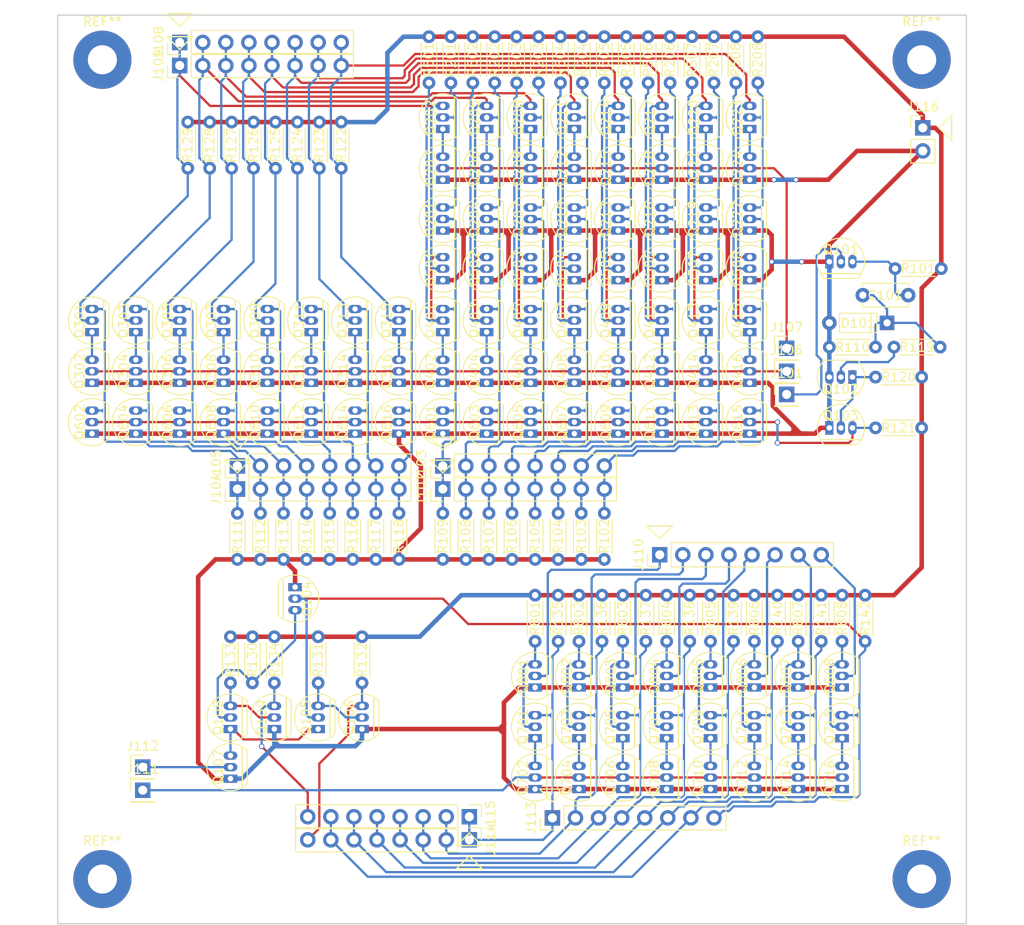
<source format=kicad_pcb>
(kicad_pcb (version 4) (host pcbnew 4.0.7-e2-6376~61~ubuntu18.04.1)
  (layers (0 F.Cu signal) (31 B.Cu signal) (34 B.Paste user) (35 F.Paste user) (36 B.SilkS user) (37 F.SilkS user) (38 B.Mask user) (39 F.Mask user) (44 Edge.Cuts user))
  (net 0 "")
  (net 1 "Net-(C101-Pad1)")
  (net 2 "Net-(C101-Pad2)")
  (net 3 "Net-(J101-Pad1)")
  (net 4 /clear/D0)
  (net 5 /clear/D1)
  (net 6 /clear/D2)
  (net 7 /clear/D3)
  (net 8 /clear/D4)
  (net 9 /clear/D5)
  (net 10 /clear/D6)
  (net 11 /clear/D7)
  (net 12 /clear/D8)
  (net 13 /clear/D9)
  (net 14 /clear/D10)
  (net 15 /clear/D11)
  (net 16 /clear/D12)
  (net 17 /clear/D13)
  (net 18 /clear/D14)
  (net 19 /clear/D15)
  (net 20 /writeNeg/En)
  (net 21 /sense/En)
  (net 22 /inv/D0)
  (net 23 /inv/D1)
  (net 24 /inv/D2)
  (net 25 /inv/D3)
  (net 26 /inv/D4)
  (net 27 /inv/D5)
  (net 28 /inv/D6)
  (net 29 /inv/D7)
  (net 30 /inv2/D0)
  (net 31 /inv2/D1)
  (net 32 /inv2/D2)
  (net 33 /inv2/D3)
  (net 34 /inv2/D4)
  (net 35 /inv2/D5)
  (net 36 /inv2/D6)
  (net 37 /inv2/D7)
  (net 38 /Ten/En)
  (net 39 "Net-(J112-Pad1)")
  (net 40 /Ten/A0)
  (net 41 /Ten/A1)
  (net 42 /Ten/A2)
  (net 43 /Ten/A3)
  (net 44 /Ten/A4)
  (net 45 /Ten/A5)
  (net 46 /Ten/A6)
  (net 47 /Ten/A7)
  (net 48 "Net-(J114-Pad8)")
  (net 49 "Net-(J115-Pad8)")
  (net 50 VCC)
  (net 51 GND)
  (net 52 "Net-(Q102-Pad2)")
  (net 53 "Net-(Q102-Pad1)")
  (net 54 /clear/Clr)
  (net 55 "Net-(Q104-Pad3)")
  (net 56 "Net-(Q105-Pad3)")
  (net 57 "Net-(Q105-Pad1)")
  (net 58 "Net-(Q108-Pad3)")
  (net 59 "Net-(Q201-Pad3)")
  (net 60 "Net-(Q202-Pad1)")
  (net 61 "Net-(Q204-Pad3)")
  (net 62 "Net-(Q205-Pad1)")
  (net 63 "Net-(Q207-Pad3)")
  (net 64 "Net-(Q208-Pad1)")
  (net 65 "Net-(Q210-Pad3)")
  (net 66 "Net-(Q211-Pad1)")
  (net 67 "Net-(Q213-Pad3)")
  (net 68 "Net-(Q214-Pad1)")
  (net 69 "Net-(Q216-Pad3)")
  (net 70 "Net-(Q217-Pad1)")
  (net 71 "Net-(Q219-Pad3)")
  (net 72 "Net-(Q220-Pad1)")
  (net 73 "Net-(Q222-Pad3)")
  (net 74 "Net-(Q223-Pad1)")
  (net 75 "Net-(Q301-Pad1)")
  (net 76 "Net-(Q303-Pad1)")
  (net 77 "Net-(Q305-Pad1)")
  (net 78 "Net-(Q307-Pad1)")
  (net 79 "Net-(Q309-Pad1)")
  (net 80 "Net-(Q311-Pad1)")
  (net 81 "Net-(Q313-Pad1)")
  (net 82 "Net-(Q315-Pad1)")
  (net 83 /writePos/D0)
  (net 84 "Net-(Q401-Pad1)")
  (net 85 /writePos/D1)
  (net 86 "Net-(Q403-Pad1)")
  (net 87 /writePos/D2)
  (net 88 "Net-(Q405-Pad1)")
  (net 89 /writePos/D3)
  (net 90 "Net-(Q407-Pad1)")
  (net 91 /writePos/D4)
  (net 92 "Net-(Q409-Pad1)")
  (net 93 /writePos/D5)
  (net 94 "Net-(Q411-Pad1)")
  (net 95 /writePos/D6)
  (net 96 "Net-(Q413-Pad1)")
  (net 97 /writePos/D7)
  (net 98 "Net-(Q415-Pad1)")
  (net 99 /Ten/T0)
  (net 100 "Net-(Q701-Pad1)")
  (net 101 /Ten/T1)
  (net 102 "Net-(Q703-Pad1)")
  (net 103 /Ten/T2)
  (net 104 "Net-(Q705-Pad1)")
  (net 105 /Ten/T3)
  (net 106 "Net-(Q707-Pad1)")
  (net 107 /Ten/T4)
  (net 108 "Net-(Q709-Pad1)")
  (net 109 /Ten/T5)
  (net 110 "Net-(Q711-Pad1)")
  (net 111 /Ten/T6)
  (net 112 "Net-(Q713-Pad1)")
  (net 113 /Ten/T7)
  (net 114 "Net-(Q715-Pad1)")
  (module footprints:C_default (layer F.Cu) (at 135.048 46.228 180)
    (fp_text reference C101 (at 2.54 0 180) (layer F.SilkS))
    (fp_text value 100pf)
    (pad 1 thru_hole circle (at 0 0 180) (size 1.6 1.6) (drill 0.8) (layers *.Cu *.Mask) (net 1 "Net-(C101-Pad1)"))
    (pad 2 thru_hole circle (at 5 0 180) (size 1.6 1.6) (drill 0.8) (layers *.Cu *.Mask) (net 2 "Net-(C101-Pad2)"))
  )
  (module footprints:D_default (layer F.Cu) (at 132.715 49.276 180)
    (fp_text reference D101 (at 3.175 -0.028 180) (layer F.SilkS))
    (fp_text value 1N4148)
    (pad 1 thru_hole rect (at 0 0 180) (size 1.6 1.6) (drill 0.8) (layers *.Cu *.Mask) (net 2 "Net-(C101-Pad2)"))
    (pad 2 thru_hole oval (at 6.35 0 180) (size 1.6 1.6) (drill 0.8) (layers *.Cu *.Mask) (net 51 GND))
  )
  (module footprints:PH_1x1 (layer F.Cu) (at 121.666 57.15)
    (fp_text reference J101 (at 0 -2.33) (layer F.SilkS))
    (fp_text value Conn_01x01)
    (pad 1 thru_hole rect (at 0 0) (size 1.7 1.7) (drill 1) (layers *.Cu *.Mask) (net 3 "Net-(J101-Pad1)"))
  )
  (module footprints:PH_1x8 (layer F.Cu) (at 83.82 67.564 90)
    (fp_text reference J102 (at 0 -2.33 90) (layer F.SilkS))
    (fp_text value Conn_01x08)
    (pad 1 thru_hole rect (at 0 0 90) (size 1.7 1.7) (drill 1) (layers *.Cu *.Mask) (net 4 /clear/D0))
    (pad 2 thru_hole oval (at 0 2.54 90) (size 1.7 1.7) (drill 1) (layers *.Cu *.Mask) (net 5 /clear/D1))
    (pad 3 thru_hole oval (at 0 5.08 90) (size 1.7 1.7) (drill 1) (layers *.Cu *.Mask) (net 6 /clear/D2))
    (pad 4 thru_hole oval (at 0 7.62 90) (size 1.7 1.7) (drill 1) (layers *.Cu *.Mask) (net 7 /clear/D3))
    (pad 5 thru_hole oval (at 0 10.16 90) (size 1.7 1.7) (drill 1) (layers *.Cu *.Mask) (net 8 /clear/D4))
    (pad 6 thru_hole oval (at 0 12.7 90) (size 1.7 1.7) (drill 1) (layers *.Cu *.Mask) (net 9 /clear/D5))
    (pad 7 thru_hole oval (at 0 15.24 90) (size 1.7 1.7) (drill 1) (layers *.Cu *.Mask) (net 10 /clear/D6))
    (pad 8 thru_hole oval (at 0 17.78 90) (size 1.7 1.7) (drill 1) (layers *.Cu *.Mask) (net 11 /clear/D7))
  )
  (module footprints:PH_1x8 (layer F.Cu) (at 83.82 65.024 90)
    (fp_text reference J103 (at 0 -2.33 90) (layer F.SilkS))
    (fp_text value Conn_01x08)
    (pad 1 thru_hole rect (at 0 0 90) (size 1.7 1.7) (drill 1) (layers *.Cu *.Mask) (net 4 /clear/D0))
    (pad 2 thru_hole oval (at 0 2.54 90) (size 1.7 1.7) (drill 1) (layers *.Cu *.Mask) (net 5 /clear/D1))
    (pad 3 thru_hole oval (at 0 5.08 90) (size 1.7 1.7) (drill 1) (layers *.Cu *.Mask) (net 6 /clear/D2))
    (pad 4 thru_hole oval (at 0 7.62 90) (size 1.7 1.7) (drill 1) (layers *.Cu *.Mask) (net 7 /clear/D3))
    (pad 5 thru_hole oval (at 0 10.16 90) (size 1.7 1.7) (drill 1) (layers *.Cu *.Mask) (net 8 /clear/D4))
    (pad 6 thru_hole oval (at 0 12.7 90) (size 1.7 1.7) (drill 1) (layers *.Cu *.Mask) (net 9 /clear/D5))
    (pad 7 thru_hole oval (at 0 15.24 90) (size 1.7 1.7) (drill 1) (layers *.Cu *.Mask) (net 10 /clear/D6))
    (pad 8 thru_hole oval (at 0 17.78 90) (size 1.7 1.7) (drill 1) (layers *.Cu *.Mask) (net 11 /clear/D7))
  )
  (module footprints:PH_1x8 (layer F.Cu) (at 61.214 67.564 90)
    (fp_text reference J104 (at 0 -2.33 90) (layer F.SilkS))
    (fp_text value Conn_01x08)
    (pad 1 thru_hole rect (at 0 0 90) (size 1.7 1.7) (drill 1) (layers *.Cu *.Mask) (net 12 /clear/D8))
    (pad 2 thru_hole oval (at 0 2.54 90) (size 1.7 1.7) (drill 1) (layers *.Cu *.Mask) (net 13 /clear/D9))
    (pad 3 thru_hole oval (at 0 5.08 90) (size 1.7 1.7) (drill 1) (layers *.Cu *.Mask) (net 14 /clear/D10))
    (pad 4 thru_hole oval (at 0 7.62 90) (size 1.7 1.7) (drill 1) (layers *.Cu *.Mask) (net 15 /clear/D11))
    (pad 5 thru_hole oval (at 0 10.16 90) (size 1.7 1.7) (drill 1) (layers *.Cu *.Mask) (net 16 /clear/D12))
    (pad 6 thru_hole oval (at 0 12.7 90) (size 1.7 1.7) (drill 1) (layers *.Cu *.Mask) (net 17 /clear/D13))
    (pad 7 thru_hole oval (at 0 15.24 90) (size 1.7 1.7) (drill 1) (layers *.Cu *.Mask) (net 18 /clear/D14))
    (pad 8 thru_hole oval (at 0 17.78 90) (size 1.7 1.7) (drill 1) (layers *.Cu *.Mask) (net 19 /clear/D15))
  )
  (module footprints:PH_1x8 (layer F.Cu) (at 61.214 65.024 90)
    (fp_text reference J105 (at 0 -2.33 90) (layer F.SilkS))
    (fp_text value Conn_01x08)
    (pad 1 thru_hole rect (at 0 0 90) (size 1.7 1.7) (drill 1) (layers *.Cu *.Mask) (net 12 /clear/D8))
    (pad 2 thru_hole oval (at 0 2.54 90) (size 1.7 1.7) (drill 1) (layers *.Cu *.Mask) (net 13 /clear/D9))
    (pad 3 thru_hole oval (at 0 5.08 90) (size 1.7 1.7) (drill 1) (layers *.Cu *.Mask) (net 14 /clear/D10))
    (pad 4 thru_hole oval (at 0 7.62 90) (size 1.7 1.7) (drill 1) (layers *.Cu *.Mask) (net 15 /clear/D11))
    (pad 5 thru_hole oval (at 0 10.16 90) (size 1.7 1.7) (drill 1) (layers *.Cu *.Mask) (net 16 /clear/D12))
    (pad 6 thru_hole oval (at 0 12.7 90) (size 1.7 1.7) (drill 1) (layers *.Cu *.Mask) (net 17 /clear/D13))
    (pad 7 thru_hole oval (at 0 15.24 90) (size 1.7 1.7) (drill 1) (layers *.Cu *.Mask) (net 18 /clear/D14))
    (pad 8 thru_hole oval (at 0 17.78 90) (size 1.7 1.7) (drill 1) (layers *.Cu *.Mask) (net 19 /clear/D15))
  )
  (module footprints:PH_1x1 (layer F.Cu) (at 121.666 54.61)
    (fp_text reference J106 (at 0 -2.33) (layer F.SilkS))
    (fp_text value Conn_01x01)
    (pad 1 thru_hole rect (at 0 0) (size 1.7 1.7) (drill 1) (layers *.Cu *.Mask) (net 20 /writeNeg/En))
  )
  (module footprints:PH_1x1 (layer F.Cu) (at 121.666 52.07)
    (fp_text reference J107 (at 0 -2.33) (layer F.SilkS))
    (fp_text value Conn_01x01)
    (pad 1 thru_hole rect (at 0 0) (size 1.7 1.7) (drill 1) (layers *.Cu *.Mask) (net 21 /sense/En))
  )
  (module footprints:PH_1x8 (layer F.Cu) (at 54.864 18.415 90)
    (fp_text reference J108 (at 0 -2.33 90) (layer F.SilkS))
    (fp_text value Conn_01x08)
    (pad 1 thru_hole rect (at 0 0 90) (size 1.7 1.7) (drill 1) (layers *.Cu *.Mask) (net 22 /inv/D0))
    (pad 2 thru_hole oval (at 0 2.54 90) (size 1.7 1.7) (drill 1) (layers *.Cu *.Mask) (net 23 /inv/D1))
    (pad 3 thru_hole oval (at 0 5.08 90) (size 1.7 1.7) (drill 1) (layers *.Cu *.Mask) (net 24 /inv/D2))
    (pad 4 thru_hole oval (at 0 7.62 90) (size 1.7 1.7) (drill 1) (layers *.Cu *.Mask) (net 25 /inv/D3))
    (pad 5 thru_hole oval (at 0 10.16 90) (size 1.7 1.7) (drill 1) (layers *.Cu *.Mask) (net 26 /inv/D4))
    (pad 6 thru_hole oval (at 0 12.7 90) (size 1.7 1.7) (drill 1) (layers *.Cu *.Mask) (net 27 /inv/D5))
    (pad 7 thru_hole oval (at 0 15.24 90) (size 1.7 1.7) (drill 1) (layers *.Cu *.Mask) (net 28 /inv/D6))
    (pad 8 thru_hole oval (at 0 17.78 90) (size 1.7 1.7) (drill 1) (layers *.Cu *.Mask) (net 29 /inv/D7))
  )
  (module footprints:PH_1x8 (layer F.Cu) (at 54.864 20.955 90)
    (fp_text reference J109 (at 0 -2.33 90) (layer F.SilkS))
    (fp_text value Conn_01x08)
    (pad 1 thru_hole rect (at 0 0 90) (size 1.7 1.7) (drill 1) (layers *.Cu *.Mask) (net 22 /inv/D0))
    (pad 2 thru_hole oval (at 0 2.54 90) (size 1.7 1.7) (drill 1) (layers *.Cu *.Mask) (net 23 /inv/D1))
    (pad 3 thru_hole oval (at 0 5.08 90) (size 1.7 1.7) (drill 1) (layers *.Cu *.Mask) (net 24 /inv/D2))
    (pad 4 thru_hole oval (at 0 7.62 90) (size 1.7 1.7) (drill 1) (layers *.Cu *.Mask) (net 25 /inv/D3))
    (pad 5 thru_hole oval (at 0 10.16 90) (size 1.7 1.7) (drill 1) (layers *.Cu *.Mask) (net 26 /inv/D4))
    (pad 6 thru_hole oval (at 0 12.7 90) (size 1.7 1.7) (drill 1) (layers *.Cu *.Mask) (net 27 /inv/D5))
    (pad 7 thru_hole oval (at 0 15.24 90) (size 1.7 1.7) (drill 1) (layers *.Cu *.Mask) (net 28 /inv/D6))
    (pad 8 thru_hole oval (at 0 17.78 90) (size 1.7 1.7) (drill 1) (layers *.Cu *.Mask) (net 29 /inv/D7))
  )
  (module footprints:PH_1x8 (layer F.Cu) (at 107.696 74.803 90)
    (fp_text reference J110 (at 0 -2.33 90) (layer F.SilkS))
    (fp_text value Conn_01x08)
    (pad 1 thru_hole rect (at 0 0 90) (size 1.7 1.7) (drill 1) (layers *.Cu *.Mask) (net 30 /inv2/D0))
    (pad 2 thru_hole oval (at 0 2.54 90) (size 1.7 1.7) (drill 1) (layers *.Cu *.Mask) (net 31 /inv2/D1))
    (pad 3 thru_hole oval (at 0 5.08 90) (size 1.7 1.7) (drill 1) (layers *.Cu *.Mask) (net 32 /inv2/D2))
    (pad 4 thru_hole oval (at 0 7.62 90) (size 1.7 1.7) (drill 1) (layers *.Cu *.Mask) (net 33 /inv2/D3))
    (pad 5 thru_hole oval (at 0 10.16 90) (size 1.7 1.7) (drill 1) (layers *.Cu *.Mask) (net 34 /inv2/D4))
    (pad 6 thru_hole oval (at 0 12.7 90) (size 1.7 1.7) (drill 1) (layers *.Cu *.Mask) (net 35 /inv2/D5))
    (pad 7 thru_hole oval (at 0 15.24 90) (size 1.7 1.7) (drill 1) (layers *.Cu *.Mask) (net 36 /inv2/D6))
    (pad 8 thru_hole oval (at 0 17.78 90) (size 1.7 1.7) (drill 1) (layers *.Cu *.Mask) (net 37 /inv2/D7))
  )
  (module footprints:PH_1x1 (layer F.Cu) (at 50.8 100.711)
    (fp_text reference J111 (at 0 -2.33) (layer F.SilkS))
    (fp_text value Conn_01x01)
    (pad 1 thru_hole rect (at 0 0) (size 1.7 1.7) (drill 1) (layers *.Cu *.Mask) (net 38 /Ten/En))
  )
  (module footprints:PH_1x1 (layer F.Cu) (at 50.8 98.171)
    (fp_text reference J112 (at 0 -2.33) (layer F.SilkS))
    (fp_text value Conn_01x01)
    (pad 1 thru_hole rect (at 0 0) (size 1.7 1.7) (drill 1) (layers *.Cu *.Mask) (net 39 "Net-(J112-Pad1)"))
  )
  (module footprints:PH_1x8 (layer F.Cu) (at 95.885 103.759 90)
    (fp_text reference J113 (at 0 -2.33 90) (layer F.SilkS))
    (fp_text value Conn_01x08)
    (pad 1 thru_hole rect (at 0 0 90) (size 1.7 1.7) (drill 1) (layers *.Cu *.Mask) (net 40 /Ten/A0))
    (pad 2 thru_hole oval (at 0 2.54 90) (size 1.7 1.7) (drill 1) (layers *.Cu *.Mask) (net 41 /Ten/A1))
    (pad 3 thru_hole oval (at 0 5.08 90) (size 1.7 1.7) (drill 1) (layers *.Cu *.Mask) (net 42 /Ten/A2))
    (pad 4 thru_hole oval (at 0 7.62 90) (size 1.7 1.7) (drill 1) (layers *.Cu *.Mask) (net 43 /Ten/A3))
    (pad 5 thru_hole oval (at 0 10.16 90) (size 1.7 1.7) (drill 1) (layers *.Cu *.Mask) (net 44 /Ten/A4))
    (pad 6 thru_hole oval (at 0 12.7 90) (size 1.7 1.7) (drill 1) (layers *.Cu *.Mask) (net 45 /Ten/A5))
    (pad 7 thru_hole oval (at 0 15.24 90) (size 1.7 1.7) (drill 1) (layers *.Cu *.Mask) (net 46 /Ten/A6))
    (pad 8 thru_hole oval (at 0 17.78 90) (size 1.7 1.7) (drill 1) (layers *.Cu *.Mask) (net 47 /Ten/A7))
  )
  (module footprints:PH_1x8 (layer F.Cu) (at 86.741 106.172 270)
    (fp_text reference J114 (at 0 -2.33 270) (layer F.SilkS))
    (fp_text value Conn_01x08)
    (pad 1 thru_hole rect (at 0 0 270) (size 1.7 1.7) (drill 1) (layers *.Cu *.Mask) (net 40 /Ten/A0))
    (pad 2 thru_hole oval (at 0 2.54 270) (size 1.7 1.7) (drill 1) (layers *.Cu *.Mask) (net 41 /Ten/A1))
    (pad 3 thru_hole oval (at 0 5.08 270) (size 1.7 1.7) (drill 1) (layers *.Cu *.Mask) (net 42 /Ten/A2))
    (pad 4 thru_hole oval (at 0 7.62 270) (size 1.7 1.7) (drill 1) (layers *.Cu *.Mask) (net 43 /Ten/A3))
    (pad 5 thru_hole oval (at 0 10.16 270) (size 1.7 1.7) (drill 1) (layers *.Cu *.Mask) (net 44 /Ten/A4))
    (pad 6 thru_hole oval (at 0 12.7 270) (size 1.7 1.7) (drill 1) (layers *.Cu *.Mask) (net 45 /Ten/A5))
    (pad 7 thru_hole oval (at 0 15.24 270) (size 1.7 1.7) (drill 1) (layers *.Cu *.Mask) (net 46 /Ten/A6))
    (pad 8 thru_hole oval (at 0 17.78 270) (size 1.7 1.7) (drill 1) (layers *.Cu *.Mask) (net 48 "Net-(J114-Pad8)"))
  )
  (module footprints:PH_1x8 (layer F.Cu) (at 86.741 103.632 270)
    (fp_text reference J115 (at 0 -2.33 270) (layer F.SilkS))
    (fp_text value Conn_01x08)
    (pad 1 thru_hole rect (at 0 0 270) (size 1.7 1.7) (drill 1) (layers *.Cu *.Mask) (net 40 /Ten/A0))
    (pad 2 thru_hole oval (at 0 2.54 270) (size 1.7 1.7) (drill 1) (layers *.Cu *.Mask) (net 41 /Ten/A1))
    (pad 3 thru_hole oval (at 0 5.08 270) (size 1.7 1.7) (drill 1) (layers *.Cu *.Mask) (net 42 /Ten/A2))
    (pad 4 thru_hole oval (at 0 7.62 270) (size 1.7 1.7) (drill 1) (layers *.Cu *.Mask) (net 43 /Ten/A3))
    (pad 5 thru_hole oval (at 0 10.16 270) (size 1.7 1.7) (drill 1) (layers *.Cu *.Mask) (net 44 /Ten/A4))
    (pad 6 thru_hole oval (at 0 12.7 270) (size 1.7 1.7) (drill 1) (layers *.Cu *.Mask) (net 45 /Ten/A5))
    (pad 7 thru_hole oval (at 0 15.24 270) (size 1.7 1.7) (drill 1) (layers *.Cu *.Mask) (net 46 /Ten/A6))
    (pad 8 thru_hole oval (at 0 17.78 270) (size 1.7 1.7) (drill 1) (layers *.Cu *.Mask) (net 49 "Net-(J115-Pad8)"))
  )
  (module footprints:PH_1x2 (layer F.Cu) (at 136.652 27.813)
    (fp_text reference J116 (at 0 -2.33) (layer F.SilkS))
    (fp_text value Conn_01x02_Power)
    (pad 1 thru_hole rect (at 0 0) (size 1.7 1.7) (drill 1) (layers *.Cu *.Mask) (net 50 VCC))
    (pad 2 thru_hole oval (at 0 2.54) (size 1.7 1.7) (drill 1) (layers *.Cu *.Mask) (net 51 GND))
  )
  (module footprints:TO-92-FET (layer F.Cu) (at 126.365 42.545)
    (fp_text reference Q101 (at 1.27 -1.3335) (layer F.SilkS))
    (fp_text value 2N7000)
    (pad 2 thru_hole oval (at 1.27 0 180) (size 0.9 1.5) (drill 0.6) (layers *.Cu *.Mask) (net 3 "Net-(J101-Pad1)"))
    (pad 3 thru_hole oval (at 2.54 0 180) (size 0.9 1.5) (drill 0.6) (layers *.Cu *.Mask) (net 1 "Net-(C101-Pad1)"))
    (pad 1 thru_hole rect (at 0 0 180) (size 0.9 1.5) (drill 0.6) (layers *.Cu *.Mask) (net 51 GND))
  )
  (module footprints:TO-92-BJT (layer F.Cu) (at 128.905 55.245 180)
    (fp_text reference Q102 (at 1.27 -1.3335 180) (layer F.SilkS))
    (fp_text value BC547)
    (pad 2 thru_hole oval (at 1.27 0) (size 0.9 1.5) (drill 0.6) (layers *.Cu *.Mask) (net 52 "Net-(Q102-Pad2)"))
    (pad 3 thru_hole oval (at 2.54 0) (size 0.9 1.5) (drill 0.6) (layers *.Cu *.Mask) (net 51 GND))
    (pad 1 thru_hole rect (at 0 0) (size 0.9 1.5) (drill 0.6) (layers *.Cu *.Mask) (net 53 "Net-(Q102-Pad1)"))
  )
  (module footprints:TO-92-FET (layer F.Cu) (at 126.365 60.833)
    (fp_text reference Q103 (at 1.27 -1.3335) (layer F.SilkS))
    (fp_text value 2N7000)
    (pad 2 thru_hole oval (at 1.27 0 180) (size 0.9 1.5) (drill 0.6) (layers *.Cu *.Mask) (net 53 "Net-(Q102-Pad1)"))
    (pad 3 thru_hole oval (at 2.54 0 180) (size 0.9 1.5) (drill 0.6) (layers *.Cu *.Mask) (net 54 /clear/Clr))
    (pad 1 thru_hole rect (at 0 0 180) (size 0.9 1.5) (drill 0.6) (layers *.Cu *.Mask) (net 51 GND))
  )
  (module footprints:TO-92-FET (layer F.Cu) (at 67.564 78.359 270)
    (fp_text reference Q104 (at 1.27 -1.3335 270) (layer F.SilkS))
    (fp_text value 2N7000)
    (pad 2 thru_hole oval (at 1.27 0 90) (size 0.9 1.5) (drill 0.6) (layers *.Cu *.Mask) (net 47 /Ten/A7))
    (pad 3 thru_hole oval (at 2.54 0 90) (size 0.9 1.5) (drill 0.6) (layers *.Cu *.Mask) (net 55 "Net-(Q104-Pad3)"))
    (pad 1 thru_hole rect (at 0 0 90) (size 0.9 1.5) (drill 0.6) (layers *.Cu *.Mask) (net 51 GND))
  )
  (module footprints:TO-92-FET (layer F.Cu) (at 70.104 93.98 90)
    (fp_text reference Q105 (at 1.27 -1.3335 90) (layer F.SilkS))
    (fp_text value 2N7000)
    (pad 2 thru_hole oval (at 1.27 0 270) (size 0.9 1.5) (drill 0.6) (layers *.Cu *.Mask) (net 47 /Ten/A7))
    (pad 3 thru_hole oval (at 2.54 0 270) (size 0.9 1.5) (drill 0.6) (layers *.Cu *.Mask) (net 56 "Net-(Q105-Pad3)"))
    (pad 1 thru_hole rect (at 0 0 270) (size 0.9 1.5) (drill 0.6) (layers *.Cu *.Mask) (net 57 "Net-(Q105-Pad1)"))
  )
  (module footprints:TO-92-FET (layer F.Cu) (at 74.93 93.98 90)
    (fp_text reference Q106 (at 1.27 -1.3335 90) (layer F.SilkS))
    (fp_text value 2N7000)
    (pad 2 thru_hole oval (at 1.27 0 270) (size 0.9 1.5) (drill 0.6) (layers *.Cu *.Mask) (net 56 "Net-(Q105-Pad3)"))
    (pad 3 thru_hole oval (at 2.54 0 270) (size 0.9 1.5) (drill 0.6) (layers *.Cu *.Mask) (net 48 "Net-(J114-Pad8)"))
    (pad 1 thru_hole rect (at 0 0 270) (size 0.9 1.5) (drill 0.6) (layers *.Cu *.Mask) (net 51 GND))
  )
  (module footprints:TO-92-FET (layer F.Cu) (at 60.452 99.441 90)
    (fp_text reference Q107 (at 1.27 -1.3335 90) (layer F.SilkS))
    (fp_text value 2N7000)
    (pad 2 thru_hole oval (at 1.27 0 270) (size 0.9 1.5) (drill 0.6) (layers *.Cu *.Mask) (net 39 "Net-(J112-Pad1)"))
    (pad 3 thru_hole oval (at 2.54 0 270) (size 0.9 1.5) (drill 0.6) (layers *.Cu *.Mask) (net 57 "Net-(Q105-Pad1)"))
    (pad 1 thru_hole rect (at 0 0 270) (size 0.9 1.5) (drill 0.6) (layers *.Cu *.Mask) (net 51 GND))
  )
  (module footprints:TO-92-FET (layer F.Cu) (at 60.452 93.98 90)
    (fp_text reference Q108 (at 1.27 -1.3335 90) (layer F.SilkS))
    (fp_text value 2N7000)
    (pad 2 thru_hole oval (at 1.27 0 270) (size 0.9 1.5) (drill 0.6) (layers *.Cu *.Mask) (net 55 "Net-(Q104-Pad3)"))
    (pad 3 thru_hole oval (at 2.54 0 270) (size 0.9 1.5) (drill 0.6) (layers *.Cu *.Mask) (net 58 "Net-(Q108-Pad3)"))
    (pad 1 thru_hole rect (at 0 0 270) (size 0.9 1.5) (drill 0.6) (layers *.Cu *.Mask) (net 57 "Net-(Q105-Pad1)"))
  )
  (module footprints:TO-92-FET (layer F.Cu) (at 65.278 93.98 90)
    (fp_text reference Q109 (at 1.27 -1.3335 90) (layer F.SilkS))
    (fp_text value 2N7000)
    (pad 2 thru_hole oval (at 1.27 0 270) (size 0.9 1.5) (drill 0.6) (layers *.Cu *.Mask) (net 58 "Net-(Q108-Pad3)"))
    (pad 3 thru_hole oval (at 2.54 0 270) (size 0.9 1.5) (drill 0.6) (layers *.Cu *.Mask) (net 49 "Net-(J115-Pad8)"))
    (pad 1 thru_hole rect (at 0 0 270) (size 0.9 1.5) (drill 0.6) (layers *.Cu *.Mask) (net 51 GND))
  )
  (module footprints:TO-92-FET (layer F.Cu) (at 83.82 39.116 90)
    (fp_text reference Q201 (at 1.27 -1.3335 90) (layer F.SilkS))
    (fp_text value 2N7000)
    (pad 2 thru_hole oval (at 1.27 0 270) (size 0.9 1.5) (drill 0.6) (layers *.Cu *.Mask) (net 4 /clear/D0))
    (pad 3 thru_hole oval (at 2.54 0 270) (size 0.9 1.5) (drill 0.6) (layers *.Cu *.Mask) (net 59 "Net-(Q201-Pad3)"))
    (pad 1 thru_hole rect (at 0 0 270) (size 0.9 1.5) (drill 0.6) (layers *.Cu *.Mask) (net 51 GND))
  )
  (module footprints:TO-92-FET (layer F.Cu) (at 83.82 27.94 90)
    (fp_text reference Q202 (at 1.27 -1.3335 90) (layer F.SilkS))
    (fp_text value 2N7000)
    (pad 2 thru_hole oval (at 1.27 0 270) (size 0.9 1.5) (drill 0.6) (layers *.Cu *.Mask) (net 59 "Net-(Q201-Pad3)"))
    (pad 3 thru_hole oval (at 2.54 0 270) (size 0.9 1.5) (drill 0.6) (layers *.Cu *.Mask) (net 22 /inv/D0))
    (pad 1 thru_hole rect (at 0 0 270) (size 0.9 1.5) (drill 0.6) (layers *.Cu *.Mask) (net 60 "Net-(Q202-Pad1)"))
  )
  (module footprints:TO-92-FET (layer F.Cu) (at 83.82 33.528 90)
    (fp_text reference Q203 (at 1.27 -1.3335 90) (layer F.SilkS))
    (fp_text value 2N7000)
    (pad 2 thru_hole oval (at 1.27 0 270) (size 0.9 1.5) (drill 0.6) (layers *.Cu *.Mask) (net 21 /sense/En))
    (pad 3 thru_hole oval (at 2.54 0 270) (size 0.9 1.5) (drill 0.6) (layers *.Cu *.Mask) (net 60 "Net-(Q202-Pad1)"))
    (pad 1 thru_hole rect (at 0 0 270) (size 0.9 1.5) (drill 0.6) (layers *.Cu *.Mask) (net 51 GND))
  )
  (module footprints:TO-92-FET (layer F.Cu) (at 88.646 39.116 90)
    (fp_text reference Q204 (at 1.27 -1.3335 90) (layer F.SilkS))
    (fp_text value 2N7000)
    (pad 2 thru_hole oval (at 1.27 0 270) (size 0.9 1.5) (drill 0.6) (layers *.Cu *.Mask) (net 5 /clear/D1))
    (pad 3 thru_hole oval (at 2.54 0 270) (size 0.9 1.5) (drill 0.6) (layers *.Cu *.Mask) (net 61 "Net-(Q204-Pad3)"))
    (pad 1 thru_hole rect (at 0 0 270) (size 0.9 1.5) (drill 0.6) (layers *.Cu *.Mask) (net 51 GND))
  )
  (module footprints:TO-92-FET (layer F.Cu) (at 88.646 27.94 90)
    (fp_text reference Q205 (at 1.27 -1.3335 90) (layer F.SilkS))
    (fp_text value 2N7000)
    (pad 2 thru_hole oval (at 1.27 0 270) (size 0.9 1.5) (drill 0.6) (layers *.Cu *.Mask) (net 61 "Net-(Q204-Pad3)"))
    (pad 3 thru_hole oval (at 2.54 0 270) (size 0.9 1.5) (drill 0.6) (layers *.Cu *.Mask) (net 23 /inv/D1))
    (pad 1 thru_hole rect (at 0 0 270) (size 0.9 1.5) (drill 0.6) (layers *.Cu *.Mask) (net 62 "Net-(Q205-Pad1)"))
  )
  (module footprints:TO-92-FET (layer F.Cu) (at 88.646 33.528 90)
    (fp_text reference Q206 (at 1.27 -1.3335 90) (layer F.SilkS))
    (fp_text value 2N7000)
    (pad 2 thru_hole oval (at 1.27 0 270) (size 0.9 1.5) (drill 0.6) (layers *.Cu *.Mask) (net 21 /sense/En))
    (pad 3 thru_hole oval (at 2.54 0 270) (size 0.9 1.5) (drill 0.6) (layers *.Cu *.Mask) (net 62 "Net-(Q205-Pad1)"))
    (pad 1 thru_hole rect (at 0 0 270) (size 0.9 1.5) (drill 0.6) (layers *.Cu *.Mask) (net 51 GND))
  )
  (module footprints:TO-92-FET (layer F.Cu) (at 93.472 39.116 90)
    (fp_text reference Q207 (at 1.27 -1.3335 90) (layer F.SilkS))
    (fp_text value 2N7000)
    (pad 2 thru_hole oval (at 1.27 0 270) (size 0.9 1.5) (drill 0.6) (layers *.Cu *.Mask) (net 6 /clear/D2))
    (pad 3 thru_hole oval (at 2.54 0 270) (size 0.9 1.5) (drill 0.6) (layers *.Cu *.Mask) (net 63 "Net-(Q207-Pad3)"))
    (pad 1 thru_hole rect (at 0 0 270) (size 0.9 1.5) (drill 0.6) (layers *.Cu *.Mask) (net 51 GND))
  )
  (module footprints:TO-92-FET (layer F.Cu) (at 93.472 27.94 90)
    (fp_text reference Q208 (at 1.27 -1.3335 90) (layer F.SilkS))
    (fp_text value 2N7000)
    (pad 2 thru_hole oval (at 1.27 0 270) (size 0.9 1.5) (drill 0.6) (layers *.Cu *.Mask) (net 63 "Net-(Q207-Pad3)"))
    (pad 3 thru_hole oval (at 2.54 0 270) (size 0.9 1.5) (drill 0.6) (layers *.Cu *.Mask) (net 24 /inv/D2))
    (pad 1 thru_hole rect (at 0 0 270) (size 0.9 1.5) (drill 0.6) (layers *.Cu *.Mask) (net 64 "Net-(Q208-Pad1)"))
  )
  (module footprints:TO-92-FET (layer F.Cu) (at 93.472 33.528 90)
    (fp_text reference Q209 (at 1.27 -1.3335 90) (layer F.SilkS))
    (fp_text value 2N7000)
    (pad 2 thru_hole oval (at 1.27 0 270) (size 0.9 1.5) (drill 0.6) (layers *.Cu *.Mask) (net 21 /sense/En))
    (pad 3 thru_hole oval (at 2.54 0 270) (size 0.9 1.5) (drill 0.6) (layers *.Cu *.Mask) (net 64 "Net-(Q208-Pad1)"))
    (pad 1 thru_hole rect (at 0 0 270) (size 0.9 1.5) (drill 0.6) (layers *.Cu *.Mask) (net 51 GND))
  )
  (module footprints:TO-92-FET (layer F.Cu) (at 98.298 39.116 90)
    (fp_text reference Q210 (at 1.27 -1.3335 90) (layer F.SilkS))
    (fp_text value 2N7000)
    (pad 2 thru_hole oval (at 1.27 0 270) (size 0.9 1.5) (drill 0.6) (layers *.Cu *.Mask) (net 7 /clear/D3))
    (pad 3 thru_hole oval (at 2.54 0 270) (size 0.9 1.5) (drill 0.6) (layers *.Cu *.Mask) (net 65 "Net-(Q210-Pad3)"))
    (pad 1 thru_hole rect (at 0 0 270) (size 0.9 1.5) (drill 0.6) (layers *.Cu *.Mask) (net 51 GND))
  )
  (module footprints:TO-92-FET (layer F.Cu) (at 98.298 27.94 90)
    (fp_text reference Q211 (at 1.27 -1.3335 90) (layer F.SilkS))
    (fp_text value 2N7000)
    (pad 2 thru_hole oval (at 1.27 0 270) (size 0.9 1.5) (drill 0.6) (layers *.Cu *.Mask) (net 65 "Net-(Q210-Pad3)"))
    (pad 3 thru_hole oval (at 2.54 0 270) (size 0.9 1.5) (drill 0.6) (layers *.Cu *.Mask) (net 25 /inv/D3))
    (pad 1 thru_hole rect (at 0 0 270) (size 0.9 1.5) (drill 0.6) (layers *.Cu *.Mask) (net 66 "Net-(Q211-Pad1)"))
  )
  (module footprints:TO-92-FET (layer F.Cu) (at 98.298 33.528 90)
    (fp_text reference Q212 (at 1.27 -1.3335 90) (layer F.SilkS))
    (fp_text value 2N7000)
    (pad 2 thru_hole oval (at 1.27 0 270) (size 0.9 1.5) (drill 0.6) (layers *.Cu *.Mask) (net 21 /sense/En))
    (pad 3 thru_hole oval (at 2.54 0 270) (size 0.9 1.5) (drill 0.6) (layers *.Cu *.Mask) (net 66 "Net-(Q211-Pad1)"))
    (pad 1 thru_hole rect (at 0 0 270) (size 0.9 1.5) (drill 0.6) (layers *.Cu *.Mask) (net 51 GND))
  )
  (module footprints:TO-92-FET (layer F.Cu) (at 103.124 39.116 90)
    (fp_text reference Q213 (at 1.27 -1.3335 90) (layer F.SilkS))
    (fp_text value 2N7000)
    (pad 2 thru_hole oval (at 1.27 0 270) (size 0.9 1.5) (drill 0.6) (layers *.Cu *.Mask) (net 8 /clear/D4))
    (pad 3 thru_hole oval (at 2.54 0 270) (size 0.9 1.5) (drill 0.6) (layers *.Cu *.Mask) (net 67 "Net-(Q213-Pad3)"))
    (pad 1 thru_hole rect (at 0 0 270) (size 0.9 1.5) (drill 0.6) (layers *.Cu *.Mask) (net 51 GND))
  )
  (module footprints:TO-92-FET (layer F.Cu) (at 103.124 27.94 90)
    (fp_text reference Q214 (at 1.27 -1.3335 90) (layer F.SilkS))
    (fp_text value 2N7000)
    (pad 2 thru_hole oval (at 1.27 0 270) (size 0.9 1.5) (drill 0.6) (layers *.Cu *.Mask) (net 67 "Net-(Q213-Pad3)"))
    (pad 3 thru_hole oval (at 2.54 0 270) (size 0.9 1.5) (drill 0.6) (layers *.Cu *.Mask) (net 26 /inv/D4))
    (pad 1 thru_hole rect (at 0 0 270) (size 0.9 1.5) (drill 0.6) (layers *.Cu *.Mask) (net 68 "Net-(Q214-Pad1)"))
  )
  (module footprints:TO-92-FET (layer F.Cu) (at 103.124 33.528 90)
    (fp_text reference Q215 (at 1.27 -1.3335 90) (layer F.SilkS))
    (fp_text value 2N7000)
    (pad 2 thru_hole oval (at 1.27 0 270) (size 0.9 1.5) (drill 0.6) (layers *.Cu *.Mask) (net 21 /sense/En))
    (pad 3 thru_hole oval (at 2.54 0 270) (size 0.9 1.5) (drill 0.6) (layers *.Cu *.Mask) (net 68 "Net-(Q214-Pad1)"))
    (pad 1 thru_hole rect (at 0 0 270) (size 0.9 1.5) (drill 0.6) (layers *.Cu *.Mask) (net 51 GND))
  )
  (module footprints:TO-92-FET (layer F.Cu) (at 107.95 39.116 90)
    (fp_text reference Q216 (at 1.27 -1.3335 90) (layer F.SilkS))
    (fp_text value 2N7000)
    (pad 2 thru_hole oval (at 1.27 0 270) (size 0.9 1.5) (drill 0.6) (layers *.Cu *.Mask) (net 9 /clear/D5))
    (pad 3 thru_hole oval (at 2.54 0 270) (size 0.9 1.5) (drill 0.6) (layers *.Cu *.Mask) (net 69 "Net-(Q216-Pad3)"))
    (pad 1 thru_hole rect (at 0 0 270) (size 0.9 1.5) (drill 0.6) (layers *.Cu *.Mask) (net 51 GND))
  )
  (module footprints:TO-92-FET (layer F.Cu) (at 107.95 27.94 90)
    (fp_text reference Q217 (at 1.27 -1.3335 90) (layer F.SilkS))
    (fp_text value 2N7000)
    (pad 2 thru_hole oval (at 1.27 0 270) (size 0.9 1.5) (drill 0.6) (layers *.Cu *.Mask) (net 69 "Net-(Q216-Pad3)"))
    (pad 3 thru_hole oval (at 2.54 0 270) (size 0.9 1.5) (drill 0.6) (layers *.Cu *.Mask) (net 27 /inv/D5))
    (pad 1 thru_hole rect (at 0 0 270) (size 0.9 1.5) (drill 0.6) (layers *.Cu *.Mask) (net 70 "Net-(Q217-Pad1)"))
  )
  (module footprints:TO-92-FET (layer F.Cu) (at 107.95 33.528 90)
    (fp_text reference Q218 (at 1.27 -1.3335 90) (layer F.SilkS))
    (fp_text value 2N7000)
    (pad 2 thru_hole oval (at 1.27 0 270) (size 0.9 1.5) (drill 0.6) (layers *.Cu *.Mask) (net 21 /sense/En))
    (pad 3 thru_hole oval (at 2.54 0 270) (size 0.9 1.5) (drill 0.6) (layers *.Cu *.Mask) (net 70 "Net-(Q217-Pad1)"))
    (pad 1 thru_hole rect (at 0 0 270) (size 0.9 1.5) (drill 0.6) (layers *.Cu *.Mask) (net 51 GND))
  )
  (module footprints:TO-92-FET (layer F.Cu) (at 112.776 39.116 90)
    (fp_text reference Q219 (at 1.27 -1.3335 90) (layer F.SilkS))
    (fp_text value 2N7000)
    (pad 2 thru_hole oval (at 1.27 0 270) (size 0.9 1.5) (drill 0.6) (layers *.Cu *.Mask) (net 10 /clear/D6))
    (pad 3 thru_hole oval (at 2.54 0 270) (size 0.9 1.5) (drill 0.6) (layers *.Cu *.Mask) (net 71 "Net-(Q219-Pad3)"))
    (pad 1 thru_hole rect (at 0 0 270) (size 0.9 1.5) (drill 0.6) (layers *.Cu *.Mask) (net 51 GND))
  )
  (module footprints:TO-92-FET (layer F.Cu) (at 112.776 27.94 90)
    (fp_text reference Q220 (at 1.27 -1.3335 90) (layer F.SilkS))
    (fp_text value 2N7000)
    (pad 2 thru_hole oval (at 1.27 0 270) (size 0.9 1.5) (drill 0.6) (layers *.Cu *.Mask) (net 71 "Net-(Q219-Pad3)"))
    (pad 3 thru_hole oval (at 2.54 0 270) (size 0.9 1.5) (drill 0.6) (layers *.Cu *.Mask) (net 28 /inv/D6))
    (pad 1 thru_hole rect (at 0 0 270) (size 0.9 1.5) (drill 0.6) (layers *.Cu *.Mask) (net 72 "Net-(Q220-Pad1)"))
  )
  (module footprints:TO-92-FET (layer F.Cu) (at 112.776 33.528 90)
    (fp_text reference Q221 (at 1.27 -1.3335 90) (layer F.SilkS))
    (fp_text value 2N7000)
    (pad 2 thru_hole oval (at 1.27 0 270) (size 0.9 1.5) (drill 0.6) (layers *.Cu *.Mask) (net 21 /sense/En))
    (pad 3 thru_hole oval (at 2.54 0 270) (size 0.9 1.5) (drill 0.6) (layers *.Cu *.Mask) (net 72 "Net-(Q220-Pad1)"))
    (pad 1 thru_hole rect (at 0 0 270) (size 0.9 1.5) (drill 0.6) (layers *.Cu *.Mask) (net 51 GND))
  )
  (module footprints:TO-92-FET (layer F.Cu) (at 117.602 39.116 90)
    (fp_text reference Q222 (at 1.27 -1.3335 90) (layer F.SilkS))
    (fp_text value 2N7000)
    (pad 2 thru_hole oval (at 1.27 0 270) (size 0.9 1.5) (drill 0.6) (layers *.Cu *.Mask) (net 11 /clear/D7))
    (pad 3 thru_hole oval (at 2.54 0 270) (size 0.9 1.5) (drill 0.6) (layers *.Cu *.Mask) (net 73 "Net-(Q222-Pad3)"))
    (pad 1 thru_hole rect (at 0 0 270) (size 0.9 1.5) (drill 0.6) (layers *.Cu *.Mask) (net 51 GND))
  )
  (module footprints:TO-92-FET (layer F.Cu) (at 117.602 27.94 90)
    (fp_text reference Q223 (at 1.27 -1.3335 90) (layer F.SilkS))
    (fp_text value 2N7000)
    (pad 2 thru_hole oval (at 1.27 0 270) (size 0.9 1.5) (drill 0.6) (layers *.Cu *.Mask) (net 73 "Net-(Q222-Pad3)"))
    (pad 3 thru_hole oval (at 2.54 0 270) (size 0.9 1.5) (drill 0.6) (layers *.Cu *.Mask) (net 29 /inv/D7))
    (pad 1 thru_hole rect (at 0 0 270) (size 0.9 1.5) (drill 0.6) (layers *.Cu *.Mask) (net 74 "Net-(Q223-Pad1)"))
  )
  (module footprints:TO-92-FET (layer F.Cu) (at 117.602 33.528 90)
    (fp_text reference Q224 (at 1.27 -1.3335 90) (layer F.SilkS))
    (fp_text value 2N7000)
    (pad 2 thru_hole oval (at 1.27 0 270) (size 0.9 1.5) (drill 0.6) (layers *.Cu *.Mask) (net 21 /sense/En))
    (pad 3 thru_hole oval (at 2.54 0 270) (size 0.9 1.5) (drill 0.6) (layers *.Cu *.Mask) (net 74 "Net-(Q223-Pad1)"))
    (pad 1 thru_hole rect (at 0 0 270) (size 0.9 1.5) (drill 0.6) (layers *.Cu *.Mask) (net 51 GND))
  )
  (module footprints:TO-92-FET (layer F.Cu) (at 45.212 50.292 90)
    (fp_text reference Q301 (at 1.27 -1.3335 90) (layer F.SilkS))
    (fp_text value 2N7000)
    (pad 2 thru_hole oval (at 1.27 0 270) (size 0.9 1.5) (drill 0.6) (layers *.Cu *.Mask) (net 22 /inv/D0))
    (pad 3 thru_hole oval (at 2.54 0 270) (size 0.9 1.5) (drill 0.6) (layers *.Cu *.Mask) (net 12 /clear/D8))
    (pad 1 thru_hole rect (at 0 0 270) (size 0.9 1.5) (drill 0.6) (layers *.Cu *.Mask) (net 75 "Net-(Q301-Pad1)"))
  )
  (module footprints:TO-92-FET (layer F.Cu) (at 45.212 55.88 90)
    (fp_text reference Q302 (at 1.27 -1.3335 90) (layer F.SilkS))
    (fp_text value 2N7000)
    (pad 2 thru_hole oval (at 1.27 0 270) (size 0.9 1.5) (drill 0.6) (layers *.Cu *.Mask) (net 20 /writeNeg/En))
    (pad 3 thru_hole oval (at 2.54 0 270) (size 0.9 1.5) (drill 0.6) (layers *.Cu *.Mask) (net 75 "Net-(Q301-Pad1)"))
    (pad 1 thru_hole rect (at 0 0 270) (size 0.9 1.5) (drill 0.6) (layers *.Cu *.Mask) (net 51 GND))
  )
  (module footprints:TO-92-FET (layer F.Cu) (at 50.038 50.292 90)
    (fp_text reference Q303 (at 1.27 -1.3335 90) (layer F.SilkS))
    (fp_text value 2N7000)
    (pad 2 thru_hole oval (at 1.27 0 270) (size 0.9 1.5) (drill 0.6) (layers *.Cu *.Mask) (net 23 /inv/D1))
    (pad 3 thru_hole oval (at 2.54 0 270) (size 0.9 1.5) (drill 0.6) (layers *.Cu *.Mask) (net 13 /clear/D9))
    (pad 1 thru_hole rect (at 0 0 270) (size 0.9 1.5) (drill 0.6) (layers *.Cu *.Mask) (net 76 "Net-(Q303-Pad1)"))
  )
  (module footprints:TO-92-FET (layer F.Cu) (at 50.038 55.88 90)
    (fp_text reference Q304 (at 1.27 -1.3335 90) (layer F.SilkS))
    (fp_text value 2N7000)
    (pad 2 thru_hole oval (at 1.27 0 270) (size 0.9 1.5) (drill 0.6) (layers *.Cu *.Mask) (net 20 /writeNeg/En))
    (pad 3 thru_hole oval (at 2.54 0 270) (size 0.9 1.5) (drill 0.6) (layers *.Cu *.Mask) (net 76 "Net-(Q303-Pad1)"))
    (pad 1 thru_hole rect (at 0 0 270) (size 0.9 1.5) (drill 0.6) (layers *.Cu *.Mask) (net 51 GND))
  )
  (module footprints:TO-92-FET (layer F.Cu) (at 54.864 50.292 90)
    (fp_text reference Q305 (at 1.27 -1.3335 90) (layer F.SilkS))
    (fp_text value 2N7000)
    (pad 2 thru_hole oval (at 1.27 0 270) (size 0.9 1.5) (drill 0.6) (layers *.Cu *.Mask) (net 24 /inv/D2))
    (pad 3 thru_hole oval (at 2.54 0 270) (size 0.9 1.5) (drill 0.6) (layers *.Cu *.Mask) (net 14 /clear/D10))
    (pad 1 thru_hole rect (at 0 0 270) (size 0.9 1.5) (drill 0.6) (layers *.Cu *.Mask) (net 77 "Net-(Q305-Pad1)"))
  )
  (module footprints:TO-92-FET (layer F.Cu) (at 54.864 55.88 90)
    (fp_text reference Q306 (at 1.27 -1.3335 90) (layer F.SilkS))
    (fp_text value 2N7000)
    (pad 2 thru_hole oval (at 1.27 0 270) (size 0.9 1.5) (drill 0.6) (layers *.Cu *.Mask) (net 20 /writeNeg/En))
    (pad 3 thru_hole oval (at 2.54 0 270) (size 0.9 1.5) (drill 0.6) (layers *.Cu *.Mask) (net 77 "Net-(Q305-Pad1)"))
    (pad 1 thru_hole rect (at 0 0 270) (size 0.9 1.5) (drill 0.6) (layers *.Cu *.Mask) (net 51 GND))
  )
  (module footprints:TO-92-FET (layer F.Cu) (at 59.69 50.292 90)
    (fp_text reference Q307 (at 1.27 -1.3335 90) (layer F.SilkS))
    (fp_text value 2N7000)
    (pad 2 thru_hole oval (at 1.27 0 270) (size 0.9 1.5) (drill 0.6) (layers *.Cu *.Mask) (net 25 /inv/D3))
    (pad 3 thru_hole oval (at 2.54 0 270) (size 0.9 1.5) (drill 0.6) (layers *.Cu *.Mask) (net 15 /clear/D11))
    (pad 1 thru_hole rect (at 0 0 270) (size 0.9 1.5) (drill 0.6) (layers *.Cu *.Mask) (net 78 "Net-(Q307-Pad1)"))
  )
  (module footprints:TO-92-FET (layer F.Cu) (at 59.69 55.88 90)
    (fp_text reference Q308 (at 1.27 -1.3335 90) (layer F.SilkS))
    (fp_text value 2N7000)
    (pad 2 thru_hole oval (at 1.27 0 270) (size 0.9 1.5) (drill 0.6) (layers *.Cu *.Mask) (net 20 /writeNeg/En))
    (pad 3 thru_hole oval (at 2.54 0 270) (size 0.9 1.5) (drill 0.6) (layers *.Cu *.Mask) (net 78 "Net-(Q307-Pad1)"))
    (pad 1 thru_hole rect (at 0 0 270) (size 0.9 1.5) (drill 0.6) (layers *.Cu *.Mask) (net 51 GND))
  )
  (module footprints:TO-92-FET (layer F.Cu) (at 64.516 50.292 90)
    (fp_text reference Q309 (at 1.27 -1.3335 90) (layer F.SilkS))
    (fp_text value 2N7000)
    (pad 2 thru_hole oval (at 1.27 0 270) (size 0.9 1.5) (drill 0.6) (layers *.Cu *.Mask) (net 26 /inv/D4))
    (pad 3 thru_hole oval (at 2.54 0 270) (size 0.9 1.5) (drill 0.6) (layers *.Cu *.Mask) (net 16 /clear/D12))
    (pad 1 thru_hole rect (at 0 0 270) (size 0.9 1.5) (drill 0.6) (layers *.Cu *.Mask) (net 79 "Net-(Q309-Pad1)"))
  )
  (module footprints:TO-92-FET (layer F.Cu) (at 64.516 55.88 90)
    (fp_text reference Q310 (at 1.27 -1.3335 90) (layer F.SilkS))
    (fp_text value 2N7000)
    (pad 2 thru_hole oval (at 1.27 0 270) (size 0.9 1.5) (drill 0.6) (layers *.Cu *.Mask) (net 20 /writeNeg/En))
    (pad 3 thru_hole oval (at 2.54 0 270) (size 0.9 1.5) (drill 0.6) (layers *.Cu *.Mask) (net 79 "Net-(Q309-Pad1)"))
    (pad 1 thru_hole rect (at 0 0 270) (size 0.9 1.5) (drill 0.6) (layers *.Cu *.Mask) (net 51 GND))
  )
  (module footprints:TO-92-FET (layer F.Cu) (at 69.342 50.292 90)
    (fp_text reference Q311 (at 1.27 -1.3335 90) (layer F.SilkS))
    (fp_text value 2N7000)
    (pad 2 thru_hole oval (at 1.27 0 270) (size 0.9 1.5) (drill 0.6) (layers *.Cu *.Mask) (net 27 /inv/D5))
    (pad 3 thru_hole oval (at 2.54 0 270) (size 0.9 1.5) (drill 0.6) (layers *.Cu *.Mask) (net 17 /clear/D13))
    (pad 1 thru_hole rect (at 0 0 270) (size 0.9 1.5) (drill 0.6) (layers *.Cu *.Mask) (net 80 "Net-(Q311-Pad1)"))
  )
  (module footprints:TO-92-FET (layer F.Cu) (at 69.342 55.88 90)
    (fp_text reference Q312 (at 1.27 -1.3335 90) (layer F.SilkS))
    (fp_text value 2N7000)
    (pad 2 thru_hole oval (at 1.27 0 270) (size 0.9 1.5) (drill 0.6) (layers *.Cu *.Mask) (net 20 /writeNeg/En))
    (pad 3 thru_hole oval (at 2.54 0 270) (size 0.9 1.5) (drill 0.6) (layers *.Cu *.Mask) (net 80 "Net-(Q311-Pad1)"))
    (pad 1 thru_hole rect (at 0 0 270) (size 0.9 1.5) (drill 0.6) (layers *.Cu *.Mask) (net 51 GND))
  )
  (module footprints:TO-92-FET (layer F.Cu) (at 74.168 50.292 90)
    (fp_text reference Q313 (at 1.27 -1.3335 90) (layer F.SilkS))
    (fp_text value 2N7000)
    (pad 2 thru_hole oval (at 1.27 0 270) (size 0.9 1.5) (drill 0.6) (layers *.Cu *.Mask) (net 28 /inv/D6))
    (pad 3 thru_hole oval (at 2.54 0 270) (size 0.9 1.5) (drill 0.6) (layers *.Cu *.Mask) (net 18 /clear/D14))
    (pad 1 thru_hole rect (at 0 0 270) (size 0.9 1.5) (drill 0.6) (layers *.Cu *.Mask) (net 81 "Net-(Q313-Pad1)"))
  )
  (module footprints:TO-92-FET (layer F.Cu) (at 74.168 55.88 90)
    (fp_text reference Q314 (at 1.27 -1.3335 90) (layer F.SilkS))
    (fp_text value 2N7000)
    (pad 2 thru_hole oval (at 1.27 0 270) (size 0.9 1.5) (drill 0.6) (layers *.Cu *.Mask) (net 20 /writeNeg/En))
    (pad 3 thru_hole oval (at 2.54 0 270) (size 0.9 1.5) (drill 0.6) (layers *.Cu *.Mask) (net 81 "Net-(Q313-Pad1)"))
    (pad 1 thru_hole rect (at 0 0 270) (size 0.9 1.5) (drill 0.6) (layers *.Cu *.Mask) (net 51 GND))
  )
  (module footprints:TO-92-FET (layer F.Cu) (at 78.994 50.292 90)
    (fp_text reference Q315 (at 1.27 -1.3335 90) (layer F.SilkS))
    (fp_text value 2N7000)
    (pad 2 thru_hole oval (at 1.27 0 270) (size 0.9 1.5) (drill 0.6) (layers *.Cu *.Mask) (net 29 /inv/D7))
    (pad 3 thru_hole oval (at 2.54 0 270) (size 0.9 1.5) (drill 0.6) (layers *.Cu *.Mask) (net 19 /clear/D15))
    (pad 1 thru_hole rect (at 0 0 270) (size 0.9 1.5) (drill 0.6) (layers *.Cu *.Mask) (net 82 "Net-(Q315-Pad1)"))
  )
  (module footprints:TO-92-FET (layer F.Cu) (at 78.994 55.88 90)
    (fp_text reference Q316 (at 1.27 -1.3335 90) (layer F.SilkS))
    (fp_text value 2N7000)
    (pad 2 thru_hole oval (at 1.27 0 270) (size 0.9 1.5) (drill 0.6) (layers *.Cu *.Mask) (net 20 /writeNeg/En))
    (pad 3 thru_hole oval (at 2.54 0 270) (size 0.9 1.5) (drill 0.6) (layers *.Cu *.Mask) (net 82 "Net-(Q315-Pad1)"))
    (pad 1 thru_hole rect (at 0 0 270) (size 0.9 1.5) (drill 0.6) (layers *.Cu *.Mask) (net 51 GND))
  )
  (module footprints:TO-92-FET (layer F.Cu) (at 83.82 50.292 90)
    (fp_text reference Q401 (at 1.27 -1.3335 90) (layer F.SilkS))
    (fp_text value 2N7000)
    (pad 2 thru_hole oval (at 1.27 0 270) (size 0.9 1.5) (drill 0.6) (layers *.Cu *.Mask) (net 83 /writePos/D0))
    (pad 3 thru_hole oval (at 2.54 0 270) (size 0.9 1.5) (drill 0.6) (layers *.Cu *.Mask) (net 4 /clear/D0))
    (pad 1 thru_hole rect (at 0 0 270) (size 0.9 1.5) (drill 0.6) (layers *.Cu *.Mask) (net 84 "Net-(Q401-Pad1)"))
  )
  (module footprints:TO-92-FET (layer F.Cu) (at 83.82 55.88 90)
    (fp_text reference Q402 (at 1.27 -1.3335 90) (layer F.SilkS))
    (fp_text value 2N7000)
    (pad 2 thru_hole oval (at 1.27 0 270) (size 0.9 1.5) (drill 0.6) (layers *.Cu *.Mask) (net 20 /writeNeg/En))
    (pad 3 thru_hole oval (at 2.54 0 270) (size 0.9 1.5) (drill 0.6) (layers *.Cu *.Mask) (net 84 "Net-(Q401-Pad1)"))
    (pad 1 thru_hole rect (at 0 0 270) (size 0.9 1.5) (drill 0.6) (layers *.Cu *.Mask) (net 51 GND))
  )
  (module footprints:TO-92-FET (layer F.Cu) (at 88.646 50.292 90)
    (fp_text reference Q403 (at 1.27 -1.3335 90) (layer F.SilkS))
    (fp_text value 2N7000)
    (pad 2 thru_hole oval (at 1.27 0 270) (size 0.9 1.5) (drill 0.6) (layers *.Cu *.Mask) (net 85 /writePos/D1))
    (pad 3 thru_hole oval (at 2.54 0 270) (size 0.9 1.5) (drill 0.6) (layers *.Cu *.Mask) (net 5 /clear/D1))
    (pad 1 thru_hole rect (at 0 0 270) (size 0.9 1.5) (drill 0.6) (layers *.Cu *.Mask) (net 86 "Net-(Q403-Pad1)"))
  )
  (module footprints:TO-92-FET (layer F.Cu) (at 88.646 55.88 90)
    (fp_text reference Q404 (at 1.27 -1.3335 90) (layer F.SilkS))
    (fp_text value 2N7000)
    (pad 2 thru_hole oval (at 1.27 0 270) (size 0.9 1.5) (drill 0.6) (layers *.Cu *.Mask) (net 20 /writeNeg/En))
    (pad 3 thru_hole oval (at 2.54 0 270) (size 0.9 1.5) (drill 0.6) (layers *.Cu *.Mask) (net 86 "Net-(Q403-Pad1)"))
    (pad 1 thru_hole rect (at 0 0 270) (size 0.9 1.5) (drill 0.6) (layers *.Cu *.Mask) (net 51 GND))
  )
  (module footprints:TO-92-FET (layer F.Cu) (at 93.472 50.292 90)
    (fp_text reference Q405 (at 1.27 -1.3335 90) (layer F.SilkS))
    (fp_text value 2N7000)
    (pad 2 thru_hole oval (at 1.27 0 270) (size 0.9 1.5) (drill 0.6) (layers *.Cu *.Mask) (net 87 /writePos/D2))
    (pad 3 thru_hole oval (at 2.54 0 270) (size 0.9 1.5) (drill 0.6) (layers *.Cu *.Mask) (net 6 /clear/D2))
    (pad 1 thru_hole rect (at 0 0 270) (size 0.9 1.5) (drill 0.6) (layers *.Cu *.Mask) (net 88 "Net-(Q405-Pad1)"))
  )
  (module footprints:TO-92-FET (layer F.Cu) (at 93.472 55.88 90)
    (fp_text reference Q406 (at 1.27 -1.3335 90) (layer F.SilkS))
    (fp_text value 2N7000)
    (pad 2 thru_hole oval (at 1.27 0 270) (size 0.9 1.5) (drill 0.6) (layers *.Cu *.Mask) (net 20 /writeNeg/En))
    (pad 3 thru_hole oval (at 2.54 0 270) (size 0.9 1.5) (drill 0.6) (layers *.Cu *.Mask) (net 88 "Net-(Q405-Pad1)"))
    (pad 1 thru_hole rect (at 0 0 270) (size 0.9 1.5) (drill 0.6) (layers *.Cu *.Mask) (net 51 GND))
  )
  (module footprints:TO-92-FET (layer F.Cu) (at 98.298 50.292 90)
    (fp_text reference Q407 (at 1.27 -1.3335 90) (layer F.SilkS))
    (fp_text value 2N7000)
    (pad 2 thru_hole oval (at 1.27 0 270) (size 0.9 1.5) (drill 0.6) (layers *.Cu *.Mask) (net 89 /writePos/D3))
    (pad 3 thru_hole oval (at 2.54 0 270) (size 0.9 1.5) (drill 0.6) (layers *.Cu *.Mask) (net 7 /clear/D3))
    (pad 1 thru_hole rect (at 0 0 270) (size 0.9 1.5) (drill 0.6) (layers *.Cu *.Mask) (net 90 "Net-(Q407-Pad1)"))
  )
  (module footprints:TO-92-FET (layer F.Cu) (at 98.298 55.88 90)
    (fp_text reference Q408 (at 1.27 -1.3335 90) (layer F.SilkS))
    (fp_text value 2N7000)
    (pad 2 thru_hole oval (at 1.27 0 270) (size 0.9 1.5) (drill 0.6) (layers *.Cu *.Mask) (net 20 /writeNeg/En))
    (pad 3 thru_hole oval (at 2.54 0 270) (size 0.9 1.5) (drill 0.6) (layers *.Cu *.Mask) (net 90 "Net-(Q407-Pad1)"))
    (pad 1 thru_hole rect (at 0 0 270) (size 0.9 1.5) (drill 0.6) (layers *.Cu *.Mask) (net 51 GND))
  )
  (module footprints:TO-92-FET (layer F.Cu) (at 103.124 50.292 90)
    (fp_text reference Q409 (at 1.27 -1.3335 90) (layer F.SilkS))
    (fp_text value 2N7000)
    (pad 2 thru_hole oval (at 1.27 0 270) (size 0.9 1.5) (drill 0.6) (layers *.Cu *.Mask) (net 91 /writePos/D4))
    (pad 3 thru_hole oval (at 2.54 0 270) (size 0.9 1.5) (drill 0.6) (layers *.Cu *.Mask) (net 8 /clear/D4))
    (pad 1 thru_hole rect (at 0 0 270) (size 0.9 1.5) (drill 0.6) (layers *.Cu *.Mask) (net 92 "Net-(Q409-Pad1)"))
  )
  (module footprints:TO-92-FET (layer F.Cu) (at 103.124 55.88 90)
    (fp_text reference Q410 (at 1.27 -1.3335 90) (layer F.SilkS))
    (fp_text value 2N7000)
    (pad 2 thru_hole oval (at 1.27 0 270) (size 0.9 1.5) (drill 0.6) (layers *.Cu *.Mask) (net 20 /writeNeg/En))
    (pad 3 thru_hole oval (at 2.54 0 270) (size 0.9 1.5) (drill 0.6) (layers *.Cu *.Mask) (net 92 "Net-(Q409-Pad1)"))
    (pad 1 thru_hole rect (at 0 0 270) (size 0.9 1.5) (drill 0.6) (layers *.Cu *.Mask) (net 51 GND))
  )
  (module footprints:TO-92-FET (layer F.Cu) (at 107.95 50.292 90)
    (fp_text reference Q411 (at 1.27 -1.3335 90) (layer F.SilkS))
    (fp_text value 2N7000)
    (pad 2 thru_hole oval (at 1.27 0 270) (size 0.9 1.5) (drill 0.6) (layers *.Cu *.Mask) (net 93 /writePos/D5))
    (pad 3 thru_hole oval (at 2.54 0 270) (size 0.9 1.5) (drill 0.6) (layers *.Cu *.Mask) (net 9 /clear/D5))
    (pad 1 thru_hole rect (at 0 0 270) (size 0.9 1.5) (drill 0.6) (layers *.Cu *.Mask) (net 94 "Net-(Q411-Pad1)"))
  )
  (module footprints:TO-92-FET (layer F.Cu) (at 107.95 55.88 90)
    (fp_text reference Q412 (at 1.27 -1.3335 90) (layer F.SilkS))
    (fp_text value 2N7000)
    (pad 2 thru_hole oval (at 1.27 0 270) (size 0.9 1.5) (drill 0.6) (layers *.Cu *.Mask) (net 20 /writeNeg/En))
    (pad 3 thru_hole oval (at 2.54 0 270) (size 0.9 1.5) (drill 0.6) (layers *.Cu *.Mask) (net 94 "Net-(Q411-Pad1)"))
    (pad 1 thru_hole rect (at 0 0 270) (size 0.9 1.5) (drill 0.6) (layers *.Cu *.Mask) (net 51 GND))
  )
  (module footprints:TO-92-FET (layer F.Cu) (at 112.776 50.292 90)
    (fp_text reference Q413 (at 1.27 -1.3335 90) (layer F.SilkS))
    (fp_text value 2N7000)
    (pad 2 thru_hole oval (at 1.27 0 270) (size 0.9 1.5) (drill 0.6) (layers *.Cu *.Mask) (net 95 /writePos/D6))
    (pad 3 thru_hole oval (at 2.54 0 270) (size 0.9 1.5) (drill 0.6) (layers *.Cu *.Mask) (net 10 /clear/D6))
    (pad 1 thru_hole rect (at 0 0 270) (size 0.9 1.5) (drill 0.6) (layers *.Cu *.Mask) (net 96 "Net-(Q413-Pad1)"))
  )
  (module footprints:TO-92-FET (layer F.Cu) (at 112.776 55.88 90)
    (fp_text reference Q414 (at 1.27 -1.3335 90) (layer F.SilkS))
    (fp_text value 2N7000)
    (pad 2 thru_hole oval (at 1.27 0 270) (size 0.9 1.5) (drill 0.6) (layers *.Cu *.Mask) (net 20 /writeNeg/En))
    (pad 3 thru_hole oval (at 2.54 0 270) (size 0.9 1.5) (drill 0.6) (layers *.Cu *.Mask) (net 96 "Net-(Q413-Pad1)"))
    (pad 1 thru_hole rect (at 0 0 270) (size 0.9 1.5) (drill 0.6) (layers *.Cu *.Mask) (net 51 GND))
  )
  (module footprints:TO-92-FET (layer F.Cu) (at 117.602 50.292 90)
    (fp_text reference Q415 (at 1.27 -1.3335 90) (layer F.SilkS))
    (fp_text value 2N7000)
    (pad 2 thru_hole oval (at 1.27 0 270) (size 0.9 1.5) (drill 0.6) (layers *.Cu *.Mask) (net 97 /writePos/D7))
    (pad 3 thru_hole oval (at 2.54 0 270) (size 0.9 1.5) (drill 0.6) (layers *.Cu *.Mask) (net 11 /clear/D7))
    (pad 1 thru_hole rect (at 0 0 270) (size 0.9 1.5) (drill 0.6) (layers *.Cu *.Mask) (net 98 "Net-(Q415-Pad1)"))
  )
  (module footprints:TO-92-FET (layer F.Cu) (at 117.602 55.88 90)
    (fp_text reference Q416 (at 1.27 -1.3335 90) (layer F.SilkS))
    (fp_text value 2N7000)
    (pad 2 thru_hole oval (at 1.27 0 270) (size 0.9 1.5) (drill 0.6) (layers *.Cu *.Mask) (net 20 /writeNeg/En))
    (pad 3 thru_hole oval (at 2.54 0 270) (size 0.9 1.5) (drill 0.6) (layers *.Cu *.Mask) (net 98 "Net-(Q415-Pad1)"))
    (pad 1 thru_hole rect (at 0 0 270) (size 0.9 1.5) (drill 0.6) (layers *.Cu *.Mask) (net 51 GND))
  )
  (module footprints:TO-92-FET (layer F.Cu) (at 83.82 44.577 90)
    (fp_text reference Q501 (at 1.27 -1.3335 90) (layer F.SilkS))
    (fp_text value 2N7000)
    (pad 2 thru_hole oval (at 1.27 0 270) (size 0.9 1.5) (drill 0.6) (layers *.Cu *.Mask) (net 22 /inv/D0))
    (pad 3 thru_hole oval (at 2.54 0 270) (size 0.9 1.5) (drill 0.6) (layers *.Cu *.Mask) (net 83 /writePos/D0))
    (pad 1 thru_hole rect (at 0 0 270) (size 0.9 1.5) (drill 0.6) (layers *.Cu *.Mask) (net 51 GND))
  )
  (module footprints:TO-92-FET (layer F.Cu) (at 88.646 44.577 90)
    (fp_text reference Q502 (at 1.27 -1.3335 90) (layer F.SilkS))
    (fp_text value 2N7000)
    (pad 2 thru_hole oval (at 1.27 0 270) (size 0.9 1.5) (drill 0.6) (layers *.Cu *.Mask) (net 23 /inv/D1))
    (pad 3 thru_hole oval (at 2.54 0 270) (size 0.9 1.5) (drill 0.6) (layers *.Cu *.Mask) (net 85 /writePos/D1))
    (pad 1 thru_hole rect (at 0 0 270) (size 0.9 1.5) (drill 0.6) (layers *.Cu *.Mask) (net 51 GND))
  )
  (module footprints:TO-92-FET (layer F.Cu) (at 93.472 44.577 90)
    (fp_text reference Q503 (at 1.27 -1.3335 90) (layer F.SilkS))
    (fp_text value 2N7000)
    (pad 2 thru_hole oval (at 1.27 0 270) (size 0.9 1.5) (drill 0.6) (layers *.Cu *.Mask) (net 24 /inv/D2))
    (pad 3 thru_hole oval (at 2.54 0 270) (size 0.9 1.5) (drill 0.6) (layers *.Cu *.Mask) (net 87 /writePos/D2))
    (pad 1 thru_hole rect (at 0 0 270) (size 0.9 1.5) (drill 0.6) (layers *.Cu *.Mask) (net 51 GND))
  )
  (module footprints:TO-92-FET (layer F.Cu) (at 98.298 44.577 90)
    (fp_text reference Q504 (at 1.27 -1.3335 90) (layer F.SilkS))
    (fp_text value 2N7000)
    (pad 2 thru_hole oval (at 1.27 0 270) (size 0.9 1.5) (drill 0.6) (layers *.Cu *.Mask) (net 25 /inv/D3))
    (pad 3 thru_hole oval (at 2.54 0 270) (size 0.9 1.5) (drill 0.6) (layers *.Cu *.Mask) (net 89 /writePos/D3))
    (pad 1 thru_hole rect (at 0 0 270) (size 0.9 1.5) (drill 0.6) (layers *.Cu *.Mask) (net 51 GND))
  )
  (module footprints:TO-92-FET (layer F.Cu) (at 103.124 44.577 90)
    (fp_text reference Q505 (at 1.27 -1.3335 90) (layer F.SilkS))
    (fp_text value 2N7000)
    (pad 2 thru_hole oval (at 1.27 0 270) (size 0.9 1.5) (drill 0.6) (layers *.Cu *.Mask) (net 26 /inv/D4))
    (pad 3 thru_hole oval (at 2.54 0 270) (size 0.9 1.5) (drill 0.6) (layers *.Cu *.Mask) (net 91 /writePos/D4))
    (pad 1 thru_hole rect (at 0 0 270) (size 0.9 1.5) (drill 0.6) (layers *.Cu *.Mask) (net 51 GND))
  )
  (module footprints:TO-92-FET (layer F.Cu) (at 107.95 44.577 90)
    (fp_text reference Q506 (at 1.27 -1.3335 90) (layer F.SilkS))
    (fp_text value 2N7000)
    (pad 2 thru_hole oval (at 1.27 0 270) (size 0.9 1.5) (drill 0.6) (layers *.Cu *.Mask) (net 27 /inv/D5))
    (pad 3 thru_hole oval (at 2.54 0 270) (size 0.9 1.5) (drill 0.6) (layers *.Cu *.Mask) (net 93 /writePos/D5))
    (pad 1 thru_hole rect (at 0 0 270) (size 0.9 1.5) (drill 0.6) (layers *.Cu *.Mask) (net 51 GND))
  )
  (module footprints:TO-92-FET (layer F.Cu) (at 112.776 44.577 90)
    (fp_text reference Q507 (at 1.27 -1.3335 90) (layer F.SilkS))
    (fp_text value 2N7000)
    (pad 2 thru_hole oval (at 1.27 0 270) (size 0.9 1.5) (drill 0.6) (layers *.Cu *.Mask) (net 28 /inv/D6))
    (pad 3 thru_hole oval (at 2.54 0 270) (size 0.9 1.5) (drill 0.6) (layers *.Cu *.Mask) (net 95 /writePos/D6))
    (pad 1 thru_hole rect (at 0 0 270) (size 0.9 1.5) (drill 0.6) (layers *.Cu *.Mask) (net 51 GND))
  )
  (module footprints:TO-92-FET (layer F.Cu) (at 117.602 44.577 90)
    (fp_text reference Q508 (at 1.27 -1.3335 90) (layer F.SilkS))
    (fp_text value 2N7000)
    (pad 2 thru_hole oval (at 1.27 0 270) (size 0.9 1.5) (drill 0.6) (layers *.Cu *.Mask) (net 29 /inv/D7))
    (pad 3 thru_hole oval (at 2.54 0 270) (size 0.9 1.5) (drill 0.6) (layers *.Cu *.Mask) (net 97 /writePos/D7))
    (pad 1 thru_hole rect (at 0 0 270) (size 0.9 1.5) (drill 0.6) (layers *.Cu *.Mask) (net 51 GND))
  )
  (module footprints:TO-92-FET (layer F.Cu) (at 83.82 61.468 90)
    (fp_text reference Q601 (at 1.27 -1.3335 90) (layer F.SilkS))
    (fp_text value 2N7000)
    (pad 2 thru_hole oval (at 1.27 0 270) (size 0.9 1.5) (drill 0.6) (layers *.Cu *.Mask) (net 54 /clear/Clr))
    (pad 3 thru_hole oval (at 2.54 0 270) (size 0.9 1.5) (drill 0.6) (layers *.Cu *.Mask) (net 4 /clear/D0))
    (pad 1 thru_hole rect (at 0 0 270) (size 0.9 1.5) (drill 0.6) (layers *.Cu *.Mask) (net 51 GND))
  )
  (module footprints:TO-92-FET (layer F.Cu) (at 45.212 61.468 90)
    (fp_text reference Q602 (at 1.27 -1.3335 90) (layer F.SilkS))
    (fp_text value 2N7000)
    (pad 2 thru_hole oval (at 1.27 0 270) (size 0.9 1.5) (drill 0.6) (layers *.Cu *.Mask) (net 54 /clear/Clr))
    (pad 3 thru_hole oval (at 2.54 0 270) (size 0.9 1.5) (drill 0.6) (layers *.Cu *.Mask) (net 12 /clear/D8))
    (pad 1 thru_hole rect (at 0 0 270) (size 0.9 1.5) (drill 0.6) (layers *.Cu *.Mask) (net 51 GND))
  )
  (module footprints:TO-92-FET (layer F.Cu) (at 88.646 61.468 90)
    (fp_text reference Q603 (at 1.27 -1.3335 90) (layer F.SilkS))
    (fp_text value 2N7000)
    (pad 2 thru_hole oval (at 1.27 0 270) (size 0.9 1.5) (drill 0.6) (layers *.Cu *.Mask) (net 54 /clear/Clr))
    (pad 3 thru_hole oval (at 2.54 0 270) (size 0.9 1.5) (drill 0.6) (layers *.Cu *.Mask) (net 5 /clear/D1))
    (pad 1 thru_hole rect (at 0 0 270) (size 0.9 1.5) (drill 0.6) (layers *.Cu *.Mask) (net 51 GND))
  )
  (module footprints:TO-92-FET (layer F.Cu) (at 50.038 61.468 90)
    (fp_text reference Q604 (at 1.27 -1.3335 90) (layer F.SilkS))
    (fp_text value 2N7000)
    (pad 2 thru_hole oval (at 1.27 0 270) (size 0.9 1.5) (drill 0.6) (layers *.Cu *.Mask) (net 54 /clear/Clr))
    (pad 3 thru_hole oval (at 2.54 0 270) (size 0.9 1.5) (drill 0.6) (layers *.Cu *.Mask) (net 13 /clear/D9))
    (pad 1 thru_hole rect (at 0 0 270) (size 0.9 1.5) (drill 0.6) (layers *.Cu *.Mask) (net 51 GND))
  )
  (module footprints:TO-92-FET (layer F.Cu) (at 93.472 61.468 90)
    (fp_text reference Q605 (at 1.27 -1.3335 90) (layer F.SilkS))
    (fp_text value 2N7000)
    (pad 2 thru_hole oval (at 1.27 0 270) (size 0.9 1.5) (drill 0.6) (layers *.Cu *.Mask) (net 54 /clear/Clr))
    (pad 3 thru_hole oval (at 2.54 0 270) (size 0.9 1.5) (drill 0.6) (layers *.Cu *.Mask) (net 6 /clear/D2))
    (pad 1 thru_hole rect (at 0 0 270) (size 0.9 1.5) (drill 0.6) (layers *.Cu *.Mask) (net 51 GND))
  )
  (module footprints:TO-92-FET (layer F.Cu) (at 54.864 61.468 90)
    (fp_text reference Q606 (at 1.27 -1.3335 90) (layer F.SilkS))
    (fp_text value 2N7000)
    (pad 2 thru_hole oval (at 1.27 0 270) (size 0.9 1.5) (drill 0.6) (layers *.Cu *.Mask) (net 54 /clear/Clr))
    (pad 3 thru_hole oval (at 2.54 0 270) (size 0.9 1.5) (drill 0.6) (layers *.Cu *.Mask) (net 14 /clear/D10))
    (pad 1 thru_hole rect (at 0 0 270) (size 0.9 1.5) (drill 0.6) (layers *.Cu *.Mask) (net 51 GND))
  )
  (module footprints:TO-92-FET (layer F.Cu) (at 98.298 61.468 90)
    (fp_text reference Q607 (at 1.27 -1.3335 90) (layer F.SilkS))
    (fp_text value 2N7000)
    (pad 2 thru_hole oval (at 1.27 0 270) (size 0.9 1.5) (drill 0.6) (layers *.Cu *.Mask) (net 54 /clear/Clr))
    (pad 3 thru_hole oval (at 2.54 0 270) (size 0.9 1.5) (drill 0.6) (layers *.Cu *.Mask) (net 7 /clear/D3))
    (pad 1 thru_hole rect (at 0 0 270) (size 0.9 1.5) (drill 0.6) (layers *.Cu *.Mask) (net 51 GND))
  )
  (module footprints:TO-92-FET (layer F.Cu) (at 59.69 61.468 90)
    (fp_text reference Q608 (at 1.27 -1.3335 90) (layer F.SilkS))
    (fp_text value 2N7000)
    (pad 2 thru_hole oval (at 1.27 0 270) (size 0.9 1.5) (drill 0.6) (layers *.Cu *.Mask) (net 54 /clear/Clr))
    (pad 3 thru_hole oval (at 2.54 0 270) (size 0.9 1.5) (drill 0.6) (layers *.Cu *.Mask) (net 15 /clear/D11))
    (pad 1 thru_hole rect (at 0 0 270) (size 0.9 1.5) (drill 0.6) (layers *.Cu *.Mask) (net 51 GND))
  )
  (module footprints:TO-92-FET (layer F.Cu) (at 103.124 61.468 90)
    (fp_text reference Q609 (at 1.27 -1.3335 90) (layer F.SilkS))
    (fp_text value 2N7000)
    (pad 2 thru_hole oval (at 1.27 0 270) (size 0.9 1.5) (drill 0.6) (layers *.Cu *.Mask) (net 54 /clear/Clr))
    (pad 3 thru_hole oval (at 2.54 0 270) (size 0.9 1.5) (drill 0.6) (layers *.Cu *.Mask) (net 8 /clear/D4))
    (pad 1 thru_hole rect (at 0 0 270) (size 0.9 1.5) (drill 0.6) (layers *.Cu *.Mask) (net 51 GND))
  )
  (module footprints:TO-92-FET (layer F.Cu) (at 64.516 61.468 90)
    (fp_text reference Q610 (at 1.27 -1.3335 90) (layer F.SilkS))
    (fp_text value 2N7000)
    (pad 2 thru_hole oval (at 1.27 0 270) (size 0.9 1.5) (drill 0.6) (layers *.Cu *.Mask) (net 54 /clear/Clr))
    (pad 3 thru_hole oval (at 2.54 0 270) (size 0.9 1.5) (drill 0.6) (layers *.Cu *.Mask) (net 16 /clear/D12))
    (pad 1 thru_hole rect (at 0 0 270) (size 0.9 1.5) (drill 0.6) (layers *.Cu *.Mask) (net 51 GND))
  )
  (module footprints:TO-92-FET (layer F.Cu) (at 107.95 61.468 90)
    (fp_text reference Q611 (at 1.27 -1.3335 90) (layer F.SilkS))
    (fp_text value 2N7000)
    (pad 2 thru_hole oval (at 1.27 0 270) (size 0.9 1.5) (drill 0.6) (layers *.Cu *.Mask) (net 54 /clear/Clr))
    (pad 3 thru_hole oval (at 2.54 0 270) (size 0.9 1.5) (drill 0.6) (layers *.Cu *.Mask) (net 9 /clear/D5))
    (pad 1 thru_hole rect (at 0 0 270) (size 0.9 1.5) (drill 0.6) (layers *.Cu *.Mask) (net 51 GND))
  )
  (module footprints:TO-92-FET (layer F.Cu) (at 69.342 61.468 90)
    (fp_text reference Q612 (at 1.27 -1.3335 90) (layer F.SilkS))
    (fp_text value 2N7000)
    (pad 2 thru_hole oval (at 1.27 0 270) (size 0.9 1.5) (drill 0.6) (layers *.Cu *.Mask) (net 54 /clear/Clr))
    (pad 3 thru_hole oval (at 2.54 0 270) (size 0.9 1.5) (drill 0.6) (layers *.Cu *.Mask) (net 17 /clear/D13))
    (pad 1 thru_hole rect (at 0 0 270) (size 0.9 1.5) (drill 0.6) (layers *.Cu *.Mask) (net 51 GND))
  )
  (module footprints:TO-92-FET (layer F.Cu) (at 112.776 61.468 90)
    (fp_text reference Q613 (at 1.27 -1.3335 90) (layer F.SilkS))
    (fp_text value 2N7000)
    (pad 2 thru_hole oval (at 1.27 0 270) (size 0.9 1.5) (drill 0.6) (layers *.Cu *.Mask) (net 54 /clear/Clr))
    (pad 3 thru_hole oval (at 2.54 0 270) (size 0.9 1.5) (drill 0.6) (layers *.Cu *.Mask) (net 10 /clear/D6))
    (pad 1 thru_hole rect (at 0 0 270) (size 0.9 1.5) (drill 0.6) (layers *.Cu *.Mask) (net 51 GND))
  )
  (module footprints:TO-92-FET (layer F.Cu) (at 74.168 61.468 90)
    (fp_text reference Q614 (at 1.27 -1.3335 90) (layer F.SilkS))
    (fp_text value 2N7000)
    (pad 2 thru_hole oval (at 1.27 0 270) (size 0.9 1.5) (drill 0.6) (layers *.Cu *.Mask) (net 54 /clear/Clr))
    (pad 3 thru_hole oval (at 2.54 0 270) (size 0.9 1.5) (drill 0.6) (layers *.Cu *.Mask) (net 18 /clear/D14))
    (pad 1 thru_hole rect (at 0 0 270) (size 0.9 1.5) (drill 0.6) (layers *.Cu *.Mask) (net 51 GND))
  )
  (module footprints:TO-92-FET (layer F.Cu) (at 117.602 61.468 90)
    (fp_text reference Q615 (at 1.27 -1.3335 90) (layer F.SilkS))
    (fp_text value 2N7000)
    (pad 2 thru_hole oval (at 1.27 0 270) (size 0.9 1.5) (drill 0.6) (layers *.Cu *.Mask) (net 54 /clear/Clr))
    (pad 3 thru_hole oval (at 2.54 0 270) (size 0.9 1.5) (drill 0.6) (layers *.Cu *.Mask) (net 11 /clear/D7))
    (pad 1 thru_hole rect (at 0 0 270) (size 0.9 1.5) (drill 0.6) (layers *.Cu *.Mask) (net 51 GND))
  )
  (module footprints:TO-92-FET (layer F.Cu) (at 78.994 61.468 90)
    (fp_text reference Q616 (at 1.27 -1.3335 90) (layer F.SilkS))
    (fp_text value 2N7000)
    (pad 2 thru_hole oval (at 1.27 0 270) (size 0.9 1.5) (drill 0.6) (layers *.Cu *.Mask) (net 54 /clear/Clr))
    (pad 3 thru_hole oval (at 2.54 0 270) (size 0.9 1.5) (drill 0.6) (layers *.Cu *.Mask) (net 19 /clear/D15))
    (pad 1 thru_hole rect (at 0 0 270) (size 0.9 1.5) (drill 0.6) (layers *.Cu *.Mask) (net 51 GND))
  )
  (module footprints:TO-92-FET (layer F.Cu) (at 93.98 94.996 90)
    (fp_text reference Q701 (at 1.27 -1.3335 90) (layer F.SilkS))
    (fp_text value 2N7000)
    (pad 2 thru_hole oval (at 1.27 0 270) (size 0.9 1.5) (drill 0.6) (layers *.Cu *.Mask) (net 99 /Ten/T0))
    (pad 3 thru_hole oval (at 2.54 0 270) (size 0.9 1.5) (drill 0.6) (layers *.Cu *.Mask) (net 40 /Ten/A0))
    (pad 1 thru_hole rect (at 0 0 270) (size 0.9 1.5) (drill 0.6) (layers *.Cu *.Mask) (net 100 "Net-(Q701-Pad1)"))
  )
  (module footprints:TO-92-FET (layer F.Cu) (at 93.98 100.584 90)
    (fp_text reference Q702 (at 1.27 -1.3335 90) (layer F.SilkS))
    (fp_text value 2N7000)
    (pad 2 thru_hole oval (at 1.27 0 270) (size 0.9 1.5) (drill 0.6) (layers *.Cu *.Mask) (net 38 /Ten/En))
    (pad 3 thru_hole oval (at 2.54 0 270) (size 0.9 1.5) (drill 0.6) (layers *.Cu *.Mask) (net 100 "Net-(Q701-Pad1)"))
    (pad 1 thru_hole rect (at 0 0 270) (size 0.9 1.5) (drill 0.6) (layers *.Cu *.Mask) (net 51 GND))
  )
  (module footprints:TO-92-FET (layer F.Cu) (at 98.806 94.996 90)
    (fp_text reference Q703 (at 1.27 -1.3335 90) (layer F.SilkS))
    (fp_text value 2N7000)
    (pad 2 thru_hole oval (at 1.27 0 270) (size 0.9 1.5) (drill 0.6) (layers *.Cu *.Mask) (net 101 /Ten/T1))
    (pad 3 thru_hole oval (at 2.54 0 270) (size 0.9 1.5) (drill 0.6) (layers *.Cu *.Mask) (net 41 /Ten/A1))
    (pad 1 thru_hole rect (at 0 0 270) (size 0.9 1.5) (drill 0.6) (layers *.Cu *.Mask) (net 102 "Net-(Q703-Pad1)"))
  )
  (module footprints:TO-92-FET (layer F.Cu) (at 98.806 100.584 90)
    (fp_text reference Q704 (at 1.27 -1.3335 90) (layer F.SilkS))
    (fp_text value 2N7000)
    (pad 2 thru_hole oval (at 1.27 0 270) (size 0.9 1.5) (drill 0.6) (layers *.Cu *.Mask) (net 38 /Ten/En))
    (pad 3 thru_hole oval (at 2.54 0 270) (size 0.9 1.5) (drill 0.6) (layers *.Cu *.Mask) (net 102 "Net-(Q703-Pad1)"))
    (pad 1 thru_hole rect (at 0 0 270) (size 0.9 1.5) (drill 0.6) (layers *.Cu *.Mask) (net 51 GND))
  )
  (module footprints:TO-92-FET (layer F.Cu) (at 103.632 94.996 90)
    (fp_text reference Q705 (at 1.27 -1.3335 90) (layer F.SilkS))
    (fp_text value 2N7000)
    (pad 2 thru_hole oval (at 1.27 0 270) (size 0.9 1.5) (drill 0.6) (layers *.Cu *.Mask) (net 103 /Ten/T2))
    (pad 3 thru_hole oval (at 2.54 0 270) (size 0.9 1.5) (drill 0.6) (layers *.Cu *.Mask) (net 42 /Ten/A2))
    (pad 1 thru_hole rect (at 0 0 270) (size 0.9 1.5) (drill 0.6) (layers *.Cu *.Mask) (net 104 "Net-(Q705-Pad1)"))
  )
  (module footprints:TO-92-FET (layer F.Cu) (at 103.632 100.584 90)
    (fp_text reference Q706 (at 1.27 -1.3335 90) (layer F.SilkS))
    (fp_text value 2N7000)
    (pad 2 thru_hole oval (at 1.27 0 270) (size 0.9 1.5) (drill 0.6) (layers *.Cu *.Mask) (net 38 /Ten/En))
    (pad 3 thru_hole oval (at 2.54 0 270) (size 0.9 1.5) (drill 0.6) (layers *.Cu *.Mask) (net 104 "Net-(Q705-Pad1)"))
    (pad 1 thru_hole rect (at 0 0 270) (size 0.9 1.5) (drill 0.6) (layers *.Cu *.Mask) (net 51 GND))
  )
  (module footprints:TO-92-FET (layer F.Cu) (at 108.458 94.996 90)
    (fp_text reference Q707 (at 1.27 -1.3335 90) (layer F.SilkS))
    (fp_text value 2N7000)
    (pad 2 thru_hole oval (at 1.27 0 270) (size 0.9 1.5) (drill 0.6) (layers *.Cu *.Mask) (net 105 /Ten/T3))
    (pad 3 thru_hole oval (at 2.54 0 270) (size 0.9 1.5) (drill 0.6) (layers *.Cu *.Mask) (net 43 /Ten/A3))
    (pad 1 thru_hole rect (at 0 0 270) (size 0.9 1.5) (drill 0.6) (layers *.Cu *.Mask) (net 106 "Net-(Q707-Pad1)"))
  )
  (module footprints:TO-92-FET (layer F.Cu) (at 108.458 100.584 90)
    (fp_text reference Q708 (at 1.27 -1.3335 90) (layer F.SilkS))
    (fp_text value 2N7000)
    (pad 2 thru_hole oval (at 1.27 0 270) (size 0.9 1.5) (drill 0.6) (layers *.Cu *.Mask) (net 38 /Ten/En))
    (pad 3 thru_hole oval (at 2.54 0 270) (size 0.9 1.5) (drill 0.6) (layers *.Cu *.Mask) (net 106 "Net-(Q707-Pad1)"))
    (pad 1 thru_hole rect (at 0 0 270) (size 0.9 1.5) (drill 0.6) (layers *.Cu *.Mask) (net 51 GND))
  )
  (module footprints:TO-92-FET (layer F.Cu) (at 113.284 94.996 90)
    (fp_text reference Q709 (at 1.27 -1.3335 90) (layer F.SilkS))
    (fp_text value 2N7000)
    (pad 2 thru_hole oval (at 1.27 0 270) (size 0.9 1.5) (drill 0.6) (layers *.Cu *.Mask) (net 107 /Ten/T4))
    (pad 3 thru_hole oval (at 2.54 0 270) (size 0.9 1.5) (drill 0.6) (layers *.Cu *.Mask) (net 44 /Ten/A4))
    (pad 1 thru_hole rect (at 0 0 270) (size 0.9 1.5) (drill 0.6) (layers *.Cu *.Mask) (net 108 "Net-(Q709-Pad1)"))
  )
  (module footprints:TO-92-FET (layer F.Cu) (at 113.284 100.584 90)
    (fp_text reference Q710 (at 1.27 -1.3335 90) (layer F.SilkS))
    (fp_text value 2N7000)
    (pad 2 thru_hole oval (at 1.27 0 270) (size 0.9 1.5) (drill 0.6) (layers *.Cu *.Mask) (net 38 /Ten/En))
    (pad 3 thru_hole oval (at 2.54 0 270) (size 0.9 1.5) (drill 0.6) (layers *.Cu *.Mask) (net 108 "Net-(Q709-Pad1)"))
    (pad 1 thru_hole rect (at 0 0 270) (size 0.9 1.5) (drill 0.6) (layers *.Cu *.Mask) (net 51 GND))
  )
  (module footprints:TO-92-FET (layer F.Cu) (at 118.11 94.996 90)
    (fp_text reference Q711 (at 1.27 -1.3335 90) (layer F.SilkS))
    (fp_text value 2N7000)
    (pad 2 thru_hole oval (at 1.27 0 270) (size 0.9 1.5) (drill 0.6) (layers *.Cu *.Mask) (net 109 /Ten/T5))
    (pad 3 thru_hole oval (at 2.54 0 270) (size 0.9 1.5) (drill 0.6) (layers *.Cu *.Mask) (net 45 /Ten/A5))
    (pad 1 thru_hole rect (at 0 0 270) (size 0.9 1.5) (drill 0.6) (layers *.Cu *.Mask) (net 110 "Net-(Q711-Pad1)"))
  )
  (module footprints:TO-92-FET (layer F.Cu) (at 118.11 100.584 90)
    (fp_text reference Q712 (at 1.27 -1.3335 90) (layer F.SilkS))
    (fp_text value 2N7000)
    (pad 2 thru_hole oval (at 1.27 0 270) (size 0.9 1.5) (drill 0.6) (layers *.Cu *.Mask) (net 38 /Ten/En))
    (pad 3 thru_hole oval (at 2.54 0 270) (size 0.9 1.5) (drill 0.6) (layers *.Cu *.Mask) (net 110 "Net-(Q711-Pad1)"))
    (pad 1 thru_hole rect (at 0 0 270) (size 0.9 1.5) (drill 0.6) (layers *.Cu *.Mask) (net 51 GND))
  )
  (module footprints:TO-92-FET (layer F.Cu) (at 122.936 94.996 90)
    (fp_text reference Q713 (at 1.27 -1.3335 90) (layer F.SilkS))
    (fp_text value 2N7000)
    (pad 2 thru_hole oval (at 1.27 0 270) (size 0.9 1.5) (drill 0.6) (layers *.Cu *.Mask) (net 111 /Ten/T6))
    (pad 3 thru_hole oval (at 2.54 0 270) (size 0.9 1.5) (drill 0.6) (layers *.Cu *.Mask) (net 46 /Ten/A6))
    (pad 1 thru_hole rect (at 0 0 270) (size 0.9 1.5) (drill 0.6) (layers *.Cu *.Mask) (net 112 "Net-(Q713-Pad1)"))
  )
  (module footprints:TO-92-FET (layer F.Cu) (at 122.936 100.584 90)
    (fp_text reference Q714 (at 1.27 -1.3335 90) (layer F.SilkS))
    (fp_text value 2N7000)
    (pad 2 thru_hole oval (at 1.27 0 270) (size 0.9 1.5) (drill 0.6) (layers *.Cu *.Mask) (net 38 /Ten/En))
    (pad 3 thru_hole oval (at 2.54 0 270) (size 0.9 1.5) (drill 0.6) (layers *.Cu *.Mask) (net 112 "Net-(Q713-Pad1)"))
    (pad 1 thru_hole rect (at 0 0 270) (size 0.9 1.5) (drill 0.6) (layers *.Cu *.Mask) (net 51 GND))
  )
  (module footprints:TO-92-FET (layer F.Cu) (at 127.762 94.996 90)
    (fp_text reference Q715 (at 1.27 -1.3335 90) (layer F.SilkS))
    (fp_text value 2N7000)
    (pad 2 thru_hole oval (at 1.27 0 270) (size 0.9 1.5) (drill 0.6) (layers *.Cu *.Mask) (net 113 /Ten/T7))
    (pad 3 thru_hole oval (at 2.54 0 270) (size 0.9 1.5) (drill 0.6) (layers *.Cu *.Mask) (net 47 /Ten/A7))
    (pad 1 thru_hole rect (at 0 0 270) (size 0.9 1.5) (drill 0.6) (layers *.Cu *.Mask) (net 114 "Net-(Q715-Pad1)"))
  )
  (module footprints:TO-92-FET (layer F.Cu) (at 127.762 100.584 90)
    (fp_text reference Q716 (at 1.27 -1.3335 90) (layer F.SilkS))
    (fp_text value 2N7000)
    (pad 2 thru_hole oval (at 1.27 0 270) (size 0.9 1.5) (drill 0.6) (layers *.Cu *.Mask) (net 38 /Ten/En))
    (pad 3 thru_hole oval (at 2.54 0 270) (size 0.9 1.5) (drill 0.6) (layers *.Cu *.Mask) (net 114 "Net-(Q715-Pad1)"))
    (pad 1 thru_hole rect (at 0 0 270) (size 0.9 1.5) (drill 0.6) (layers *.Cu *.Mask) (net 51 GND))
  )
  (module footprints:TO-92-FET (layer F.Cu) (at 93.98 89.408 90)
    (fp_text reference Q801 (at 1.27 -1.3335 90) (layer F.SilkS))
    (fp_text value 2N7000)
    (pad 2 thru_hole oval (at 1.27 0 270) (size 0.9 1.5) (drill 0.6) (layers *.Cu *.Mask) (net 30 /inv2/D0))
    (pad 3 thru_hole oval (at 2.54 0 270) (size 0.9 1.5) (drill 0.6) (layers *.Cu *.Mask) (net 99 /Ten/T0))
    (pad 1 thru_hole rect (at 0 0 270) (size 0.9 1.5) (drill 0.6) (layers *.Cu *.Mask) (net 51 GND))
  )
  (module footprints:TO-92-FET (layer F.Cu) (at 98.806 89.408 90)
    (fp_text reference Q802 (at 1.27 -1.3335 90) (layer F.SilkS))
    (fp_text value 2N7000)
    (pad 2 thru_hole oval (at 1.27 0 270) (size 0.9 1.5) (drill 0.6) (layers *.Cu *.Mask) (net 31 /inv2/D1))
    (pad 3 thru_hole oval (at 2.54 0 270) (size 0.9 1.5) (drill 0.6) (layers *.Cu *.Mask) (net 101 /Ten/T1))
    (pad 1 thru_hole rect (at 0 0 270) (size 0.9 1.5) (drill 0.6) (layers *.Cu *.Mask) (net 51 GND))
  )
  (module footprints:TO-92-FET (layer F.Cu) (at 103.632 89.408 90)
    (fp_text reference Q803 (at 1.27 -1.3335 90) (layer F.SilkS))
    (fp_text value 2N7000)
    (pad 2 thru_hole oval (at 1.27 0 270) (size 0.9 1.5) (drill 0.6) (layers *.Cu *.Mask) (net 32 /inv2/D2))
    (pad 3 thru_hole oval (at 2.54 0 270) (size 0.9 1.5) (drill 0.6) (layers *.Cu *.Mask) (net 103 /Ten/T2))
    (pad 1 thru_hole rect (at 0 0 270) (size 0.9 1.5) (drill 0.6) (layers *.Cu *.Mask) (net 51 GND))
  )
  (module footprints:TO-92-FET (layer F.Cu) (at 108.458 89.408 90)
    (fp_text reference Q804 (at 1.27 -1.3335 90) (layer F.SilkS))
    (fp_text value 2N7000)
    (pad 2 thru_hole oval (at 1.27 0 270) (size 0.9 1.5) (drill 0.6) (layers *.Cu *.Mask) (net 33 /inv2/D3))
    (pad 3 thru_hole oval (at 2.54 0 270) (size 0.9 1.5) (drill 0.6) (layers *.Cu *.Mask) (net 105 /Ten/T3))
    (pad 1 thru_hole rect (at 0 0 270) (size 0.9 1.5) (drill 0.6) (layers *.Cu *.Mask) (net 51 GND))
  )
  (module footprints:TO-92-FET (layer F.Cu) (at 113.284 89.408 90)
    (fp_text reference Q805 (at 1.27 -1.3335 90) (layer F.SilkS))
    (fp_text value 2N7000)
    (pad 2 thru_hole oval (at 1.27 0 270) (size 0.9 1.5) (drill 0.6) (layers *.Cu *.Mask) (net 34 /inv2/D4))
    (pad 3 thru_hole oval (at 2.54 0 270) (size 0.9 1.5) (drill 0.6) (layers *.Cu *.Mask) (net 107 /Ten/T4))
    (pad 1 thru_hole rect (at 0 0 270) (size 0.9 1.5) (drill 0.6) (layers *.Cu *.Mask) (net 51 GND))
  )
  (module footprints:TO-92-FET (layer F.Cu) (at 118.11 89.408 90)
    (fp_text reference Q806 (at 1.27 -1.3335 90) (layer F.SilkS))
    (fp_text value 2N7000)
    (pad 2 thru_hole oval (at 1.27 0 270) (size 0.9 1.5) (drill 0.6) (layers *.Cu *.Mask) (net 35 /inv2/D5))
    (pad 3 thru_hole oval (at 2.54 0 270) (size 0.9 1.5) (drill 0.6) (layers *.Cu *.Mask) (net 109 /Ten/T5))
    (pad 1 thru_hole rect (at 0 0 270) (size 0.9 1.5) (drill 0.6) (layers *.Cu *.Mask) (net 51 GND))
  )
  (module footprints:TO-92-FET (layer F.Cu) (at 122.936 89.408 90)
    (fp_text reference Q807 (at 1.27 -1.3335 90) (layer F.SilkS))
    (fp_text value 2N7000)
    (pad 2 thru_hole oval (at 1.27 0 270) (size 0.9 1.5) (drill 0.6) (layers *.Cu *.Mask) (net 36 /inv2/D6))
    (pad 3 thru_hole oval (at 2.54 0 270) (size 0.9 1.5) (drill 0.6) (layers *.Cu *.Mask) (net 111 /Ten/T6))
    (pad 1 thru_hole rect (at 0 0 270) (size 0.9 1.5) (drill 0.6) (layers *.Cu *.Mask) (net 51 GND))
  )
  (module footprints:TO-92-FET (layer F.Cu) (at 127.762 89.408 90)
    (fp_text reference Q808 (at 1.27 -1.3335 90) (layer F.SilkS))
    (fp_text value 2N7000)
    (pad 2 thru_hole oval (at 1.27 0 270) (size 0.9 1.5) (drill 0.6) (layers *.Cu *.Mask) (net 37 /inv2/D7))
    (pad 3 thru_hole oval (at 2.54 0 270) (size 0.9 1.5) (drill 0.6) (layers *.Cu *.Mask) (net 113 /Ten/T7))
    (pad 1 thru_hole rect (at 0 0 270) (size 0.9 1.5) (drill 0.6) (layers *.Cu *.Mask) (net 51 GND))
  )
  (module footprints:R_small (layer F.Cu) (at 138.684 43.307 180)
    (fp_text reference R101 (at 2.54 0 180) (layer F.SilkS))
    (fp_text value 1k)
    (pad 1 thru_hole circle (at 0 0 180) (size 1.4 1.4) (drill 0.7) (layers *.Cu *.Mask) (net 50 VCC))
    (pad 2 thru_hole oval (at 5.08 0 180) (size 1.4 1.4) (drill 0.7) (layers *.Cu *.Mask) (net 1 "Net-(C101-Pad1)"))
  )
  (module footprints:R_small (layer F.Cu) (at 101.6 75.311 90)
    (fp_text reference R102 (at 2.54 0 90) (layer F.SilkS))
    (fp_text value 100k)
    (pad 1 thru_hole circle (at 0 0 90) (size 1.4 1.4) (drill 0.7) (layers *.Cu *.Mask) (net 51 GND))
    (pad 2 thru_hole oval (at 5.08 0 90) (size 1.4 1.4) (drill 0.7) (layers *.Cu *.Mask) (net 11 /clear/D7))
  )
  (module footprints:R_small (layer F.Cu) (at 99.06 75.311 90)
    (fp_text reference R103 (at 2.54 0 90) (layer F.SilkS))
    (fp_text value 100k)
    (pad 1 thru_hole circle (at 0 0 90) (size 1.4 1.4) (drill 0.7) (layers *.Cu *.Mask) (net 51 GND))
    (pad 2 thru_hole oval (at 5.08 0 90) (size 1.4 1.4) (drill 0.7) (layers *.Cu *.Mask) (net 10 /clear/D6))
  )
  (module footprints:R_small (layer F.Cu) (at 96.52 75.311 90)
    (fp_text reference R104 (at 2.54 0 90) (layer F.SilkS))
    (fp_text value 100k)
    (pad 1 thru_hole circle (at 0 0 90) (size 1.4 1.4) (drill 0.7) (layers *.Cu *.Mask) (net 51 GND))
    (pad 2 thru_hole oval (at 5.08 0 90) (size 1.4 1.4) (drill 0.7) (layers *.Cu *.Mask) (net 9 /clear/D5))
  )
  (module footprints:R_small (layer F.Cu) (at 93.98 75.311 90)
    (fp_text reference R105 (at 2.54 0 90) (layer F.SilkS))
    (fp_text value 100k)
    (pad 1 thru_hole circle (at 0 0 90) (size 1.4 1.4) (drill 0.7) (layers *.Cu *.Mask) (net 51 GND))
    (pad 2 thru_hole oval (at 5.08 0 90) (size 1.4 1.4) (drill 0.7) (layers *.Cu *.Mask) (net 8 /clear/D4))
  )
  (module footprints:R_small (layer F.Cu) (at 91.44 75.311 90)
    (fp_text reference R106 (at 2.54 0 90) (layer F.SilkS))
    (fp_text value 100k)
    (pad 1 thru_hole circle (at 0 0 90) (size 1.4 1.4) (drill 0.7) (layers *.Cu *.Mask) (net 51 GND))
    (pad 2 thru_hole oval (at 5.08 0 90) (size 1.4 1.4) (drill 0.7) (layers *.Cu *.Mask) (net 7 /clear/D3))
  )
  (module footprints:R_small (layer F.Cu) (at 88.9 75.311 90)
    (fp_text reference R107 (at 2.54 0 90) (layer F.SilkS))
    (fp_text value 100k)
    (pad 1 thru_hole circle (at 0 0 90) (size 1.4 1.4) (drill 0.7) (layers *.Cu *.Mask) (net 51 GND))
    (pad 2 thru_hole oval (at 5.08 0 90) (size 1.4 1.4) (drill 0.7) (layers *.Cu *.Mask) (net 6 /clear/D2))
  )
  (module footprints:R_small (layer F.Cu) (at 86.36 75.311 90)
    (fp_text reference R108 (at 2.54 0 90) (layer F.SilkS))
    (fp_text value 100k)
    (pad 1 thru_hole circle (at 0 0 90) (size 1.4 1.4) (drill 0.7) (layers *.Cu *.Mask) (net 51 GND))
    (pad 2 thru_hole oval (at 5.08 0 90) (size 1.4 1.4) (drill 0.7) (layers *.Cu *.Mask) (net 5 /clear/D1))
  )
  (module footprints:R_small (layer F.Cu) (at 83.82 75.311 90)
    (fp_text reference R109 (at 2.54 0 90) (layer F.SilkS))
    (fp_text value 100k)
    (pad 1 thru_hole circle (at 0 0 90) (size 1.4 1.4) (drill 0.7) (layers *.Cu *.Mask) (net 51 GND))
    (pad 2 thru_hole oval (at 5.08 0 90) (size 1.4 1.4) (drill 0.7) (layers *.Cu *.Mask) (net 4 /clear/D0))
  )
  (module footprints:R_small (layer F.Cu) (at 131.445 51.943 180)
    (fp_text reference R110 (at 2.54 0 180) (layer F.SilkS))
    (fp_text value 1k)
    (pad 1 thru_hole circle (at 0 0 180) (size 1.4 1.4) (drill 0.7) (layers *.Cu *.Mask) (net 2 "Net-(C101-Pad2)"))
    (pad 2 thru_hole oval (at 5.08 0 180) (size 1.4 1.4) (drill 0.7) (layers *.Cu *.Mask) (net 51 GND))
  )
  (module footprints:R_small (layer F.Cu) (at 61.214 70.231 270)
    (fp_text reference R111 (at 2.54 0 270) (layer F.SilkS))
    (fp_text value 100k)
    (pad 1 thru_hole circle (at 0 0 270) (size 1.4 1.4) (drill 0.7) (layers *.Cu *.Mask) (net 12 /clear/D8))
    (pad 2 thru_hole oval (at 5.08 0 270) (size 1.4 1.4) (drill 0.7) (layers *.Cu *.Mask) (net 51 GND))
  )
  (module footprints:R_small (layer F.Cu) (at 63.754 70.231 270)
    (fp_text reference R112 (at 2.54 0 270) (layer F.SilkS))
    (fp_text value 100k)
    (pad 1 thru_hole circle (at 0 0 270) (size 1.4 1.4) (drill 0.7) (layers *.Cu *.Mask) (net 13 /clear/D9))
    (pad 2 thru_hole oval (at 5.08 0 270) (size 1.4 1.4) (drill 0.7) (layers *.Cu *.Mask) (net 51 GND))
  )
  (module footprints:R_small (layer F.Cu) (at 66.294 70.231 270)
    (fp_text reference R113 (at 2.54 0 270) (layer F.SilkS))
    (fp_text value 100k)
    (pad 1 thru_hole circle (at 0 0 270) (size 1.4 1.4) (drill 0.7) (layers *.Cu *.Mask) (net 14 /clear/D10))
    (pad 2 thru_hole oval (at 5.08 0 270) (size 1.4 1.4) (drill 0.7) (layers *.Cu *.Mask) (net 51 GND))
  )
  (module footprints:R_small (layer F.Cu) (at 68.834 70.231 270)
    (fp_text reference R114 (at 2.54 0 270) (layer F.SilkS))
    (fp_text value 100k)
    (pad 1 thru_hole circle (at 0 0 270) (size 1.4 1.4) (drill 0.7) (layers *.Cu *.Mask) (net 15 /clear/D11))
    (pad 2 thru_hole oval (at 5.08 0 270) (size 1.4 1.4) (drill 0.7) (layers *.Cu *.Mask) (net 51 GND))
  )
  (module footprints:R_small (layer F.Cu) (at 71.374 70.231 270)
    (fp_text reference R115 (at 2.54 0 270) (layer F.SilkS))
    (fp_text value 100k)
    (pad 1 thru_hole circle (at 0 0 270) (size 1.4 1.4) (drill 0.7) (layers *.Cu *.Mask) (net 16 /clear/D12))
    (pad 2 thru_hole oval (at 5.08 0 270) (size 1.4 1.4) (drill 0.7) (layers *.Cu *.Mask) (net 51 GND))
  )
  (module footprints:R_small (layer F.Cu) (at 73.914 70.231 270)
    (fp_text reference R116 (at 2.54 0 270) (layer F.SilkS))
    (fp_text value 100k)
    (pad 1 thru_hole circle (at 0 0 270) (size 1.4 1.4) (drill 0.7) (layers *.Cu *.Mask) (net 17 /clear/D13))
    (pad 2 thru_hole oval (at 5.08 0 270) (size 1.4 1.4) (drill 0.7) (layers *.Cu *.Mask) (net 51 GND))
  )
  (module footprints:R_small (layer F.Cu) (at 76.454 70.231 270)
    (fp_text reference R117 (at 2.54 0 270) (layer F.SilkS))
    (fp_text value 100k)
    (pad 1 thru_hole circle (at 0 0 270) (size 1.4 1.4) (drill 0.7) (layers *.Cu *.Mask) (net 18 /clear/D14))
    (pad 2 thru_hole oval (at 5.08 0 270) (size 1.4 1.4) (drill 0.7) (layers *.Cu *.Mask) (net 51 GND))
  )
  (module footprints:R_small (layer F.Cu) (at 78.994 70.231 270)
    (fp_text reference R118 (at 2.54 0 270) (layer F.SilkS))
    (fp_text value 100k)
    (pad 1 thru_hole circle (at 0 0 270) (size 1.4 1.4) (drill 0.7) (layers *.Cu *.Mask) (net 19 /clear/D15))
    (pad 2 thru_hole oval (at 5.08 0 270) (size 1.4 1.4) (drill 0.7) (layers *.Cu *.Mask) (net 51 GND))
  )
  (module footprints:R_small (layer F.Cu) (at 133.477 51.943)
    (fp_text reference R119 (at 2.54 0) (layer F.SilkS))
    (fp_text value 10k)
    (pad 1 thru_hole circle (at 0 0) (size 1.4 1.4) (drill 0.7) (layers *.Cu *.Mask) (net 52 "Net-(Q102-Pad2)"))
    (pad 2 thru_hole oval (at 5.08 0) (size 1.4 1.4) (drill 0.7) (layers *.Cu *.Mask) (net 2 "Net-(C101-Pad2)"))
  )
  (module footprints:R_small (layer F.Cu) (at 136.525 55.245 180)
    (fp_text reference R120 (at 2.54 0 180) (layer F.SilkS))
    (fp_text value 1k)
    (pad 1 thru_hole circle (at 0 0 180) (size 1.4 1.4) (drill 0.7) (layers *.Cu *.Mask) (net 50 VCC))
    (pad 2 thru_hole oval (at 5.08 0 180) (size 1.4 1.4) (drill 0.7) (layers *.Cu *.Mask) (net 53 "Net-(Q102-Pad1)"))
  )
  (module footprints:R_small (layer F.Cu) (at 136.525 60.833 180)
    (fp_text reference R121 (at 2.54 0 180) (layer F.SilkS))
    (fp_text value 1k)
    (pad 1 thru_hole circle (at 0 0 180) (size 1.4 1.4) (drill 0.7) (layers *.Cu *.Mask) (net 50 VCC))
    (pad 2 thru_hole oval (at 5.08 0 180) (size 1.4 1.4) (drill 0.7) (layers *.Cu *.Mask) (net 54 /clear/Clr))
  )
  (module footprints:R_small (layer F.Cu) (at 72.644 27.178 270)
    (fp_text reference R122 (at 2.54 0 270) (layer F.SilkS))
    (fp_text value 1k)
    (pad 1 thru_hole circle (at 0 0 270) (size 1.4 1.4) (drill 0.7) (layers *.Cu *.Mask) (net 50 VCC))
    (pad 2 thru_hole oval (at 5.08 0 270) (size 1.4 1.4) (drill 0.7) (layers *.Cu *.Mask) (net 29 /inv/D7))
  )
  (module footprints:R_small (layer F.Cu) (at 70.231 27.178 270)
    (fp_text reference R123 (at 2.54 0 270) (layer F.SilkS))
    (fp_text value 1k)
    (pad 1 thru_hole circle (at 0 0 270) (size 1.4 1.4) (drill 0.7) (layers *.Cu *.Mask) (net 50 VCC))
    (pad 2 thru_hole oval (at 5.08 0 270) (size 1.4 1.4) (drill 0.7) (layers *.Cu *.Mask) (net 28 /inv/D6))
  )
  (module footprints:R_small (layer F.Cu) (at 67.818 27.178 270)
    (fp_text reference R124 (at 2.54 0 270) (layer F.SilkS))
    (fp_text value 1k)
    (pad 1 thru_hole circle (at 0 0 270) (size 1.4 1.4) (drill 0.7) (layers *.Cu *.Mask) (net 50 VCC))
    (pad 2 thru_hole oval (at 5.08 0 270) (size 1.4 1.4) (drill 0.7) (layers *.Cu *.Mask) (net 27 /inv/D5))
  )
  (module footprints:R_small (layer F.Cu) (at 65.405 27.178 270)
    (fp_text reference R125 (at 2.54 0 270) (layer F.SilkS))
    (fp_text value 1k)
    (pad 1 thru_hole circle (at 0 0 270) (size 1.4 1.4) (drill 0.7) (layers *.Cu *.Mask) (net 50 VCC))
    (pad 2 thru_hole oval (at 5.08 0 270) (size 1.4 1.4) (drill 0.7) (layers *.Cu *.Mask) (net 26 /inv/D4))
  )
  (module footprints:R_small (layer F.Cu) (at 62.992 27.178 270)
    (fp_text reference R126 (at 2.54 0 270) (layer F.SilkS))
    (fp_text value 1k)
    (pad 1 thru_hole circle (at 0 0 270) (size 1.4 1.4) (drill 0.7) (layers *.Cu *.Mask) (net 50 VCC))
    (pad 2 thru_hole oval (at 5.08 0 270) (size 1.4 1.4) (drill 0.7) (layers *.Cu *.Mask) (net 25 /inv/D3))
  )
  (module footprints:R_small (layer F.Cu) (at 60.579 27.178 270)
    (fp_text reference R127 (at 2.54 0 270) (layer F.SilkS))
    (fp_text value 1k)
    (pad 1 thru_hole circle (at 0 0 270) (size 1.4 1.4) (drill 0.7) (layers *.Cu *.Mask) (net 50 VCC))
    (pad 2 thru_hole oval (at 5.08 0 270) (size 1.4 1.4) (drill 0.7) (layers *.Cu *.Mask) (net 24 /inv/D2))
  )
  (module footprints:R_small (layer F.Cu) (at 58.166 27.178 270)
    (fp_text reference R128 (at 2.54 0 270) (layer F.SilkS))
    (fp_text value 1k)
    (pad 1 thru_hole circle (at 0 0 270) (size 1.4 1.4) (drill 0.7) (layers *.Cu *.Mask) (net 50 VCC))
    (pad 2 thru_hole oval (at 5.08 0 270) (size 1.4 1.4) (drill 0.7) (layers *.Cu *.Mask) (net 23 /inv/D1))
  )
  (module footprints:R_small (layer F.Cu) (at 55.753 27.178 270)
    (fp_text reference R129 (at 2.54 0 270) (layer F.SilkS))
    (fp_text value 1k)
    (pad 1 thru_hole circle (at 0 0 270) (size 1.4 1.4) (drill 0.7) (layers *.Cu *.Mask) (net 50 VCC))
    (pad 2 thru_hole oval (at 5.08 0 270) (size 1.4 1.4) (drill 0.7) (layers *.Cu *.Mask) (net 22 /inv/D0))
  )
  (module footprints:R_small (layer F.Cu) (at 62.865 83.82 270)
    (fp_text reference R130 (at 2.54 0 270) (layer F.SilkS))
    (fp_text value 1k)
    (pad 1 thru_hole circle (at 0 0 270) (size 1.4 1.4) (drill 0.7) (layers *.Cu *.Mask) (net 50 VCC))
    (pad 2 thru_hole oval (at 5.08 0 270) (size 1.4 1.4) (drill 0.7) (layers *.Cu *.Mask) (net 55 "Net-(Q104-Pad3)"))
  )
  (module footprints:R_small (layer F.Cu) (at 70.104 83.82 270)
    (fp_text reference R131 (at 2.54 0 270) (layer F.SilkS))
    (fp_text value 1k)
    (pad 1 thru_hole circle (at 0 0 270) (size 1.4 1.4) (drill 0.7) (layers *.Cu *.Mask) (net 50 VCC))
    (pad 2 thru_hole oval (at 5.08 0 270) (size 1.4 1.4) (drill 0.7) (layers *.Cu *.Mask) (net 56 "Net-(Q105-Pad3)"))
  )
  (module footprints:R_small (layer F.Cu) (at 74.93 83.82 270)
    (fp_text reference R132 (at 2.54 0 270) (layer F.SilkS))
    (fp_text value 1k)
    (pad 1 thru_hole circle (at 0 0 270) (size 1.4 1.4) (drill 0.7) (layers *.Cu *.Mask) (net 50 VCC))
    (pad 2 thru_hole oval (at 5.08 0 270) (size 1.4 1.4) (drill 0.7) (layers *.Cu *.Mask) (net 48 "Net-(J114-Pad8)"))
  )
  (module footprints:R_small (layer F.Cu) (at 60.452 83.82 270)
    (fp_text reference R133 (at 2.54 0 270) (layer F.SilkS))
    (fp_text value 1k)
    (pad 1 thru_hole circle (at 0 0 270) (size 1.4 1.4) (drill 0.7) (layers *.Cu *.Mask) (net 50 VCC))
    (pad 2 thru_hole oval (at 5.08 0 270) (size 1.4 1.4) (drill 0.7) (layers *.Cu *.Mask) (net 58 "Net-(Q108-Pad3)"))
  )
  (module footprints:R_small (layer F.Cu) (at 65.278 83.82 270)
    (fp_text reference R134 (at 2.54 0 270) (layer F.SilkS))
    (fp_text value 1k)
    (pad 1 thru_hole circle (at 0 0 270) (size 1.4 1.4) (drill 0.7) (layers *.Cu *.Mask) (net 50 VCC))
    (pad 2 thru_hole oval (at 5.08 0 270) (size 1.4 1.4) (drill 0.7) (layers *.Cu *.Mask) (net 49 "Net-(J115-Pad8)"))
  )
  (module footprints:R_small (layer F.Cu) (at 96.52 79.248 270)
    (fp_text reference R135 (at 2.54 0 270) (layer F.SilkS))
    (fp_text value 1k)
    (pad 1 thru_hole circle (at 0 0 270) (size 1.4 1.4) (drill 0.7) (layers *.Cu *.Mask) (net 50 VCC))
    (pad 2 thru_hole oval (at 5.08 0 270) (size 1.4 1.4) (drill 0.7) (layers *.Cu *.Mask) (net 40 /Ten/A0))
  )
  (module footprints:R_small (layer F.Cu) (at 101.346 79.248 270)
    (fp_text reference R136 (at 2.54 0 270) (layer F.SilkS))
    (fp_text value 1k)
    (pad 1 thru_hole circle (at 0 0 270) (size 1.4 1.4) (drill 0.7) (layers *.Cu *.Mask) (net 50 VCC))
    (pad 2 thru_hole oval (at 5.08 0 270) (size 1.4 1.4) (drill 0.7) (layers *.Cu *.Mask) (net 41 /Ten/A1))
  )
  (module footprints:R_small (layer F.Cu) (at 106.172 79.248 270)
    (fp_text reference R137 (at 2.54 0 270) (layer F.SilkS))
    (fp_text value 1k)
    (pad 1 thru_hole circle (at 0 0 270) (size 1.4 1.4) (drill 0.7) (layers *.Cu *.Mask) (net 50 VCC))
    (pad 2 thru_hole oval (at 5.08 0 270) (size 1.4 1.4) (drill 0.7) (layers *.Cu *.Mask) (net 42 /Ten/A2))
  )
  (module footprints:R_small (layer F.Cu) (at 110.998 79.248 270)
    (fp_text reference R138 (at 2.54 0 270) (layer F.SilkS))
    (fp_text value 1k)
    (pad 1 thru_hole circle (at 0 0 270) (size 1.4 1.4) (drill 0.7) (layers *.Cu *.Mask) (net 50 VCC))
    (pad 2 thru_hole oval (at 5.08 0 270) (size 1.4 1.4) (drill 0.7) (layers *.Cu *.Mask) (net 43 /Ten/A3))
  )
  (module footprints:R_small (layer F.Cu) (at 115.824 79.248 270)
    (fp_text reference R139 (at 2.54 0 270) (layer F.SilkS))
    (fp_text value 1k)
    (pad 1 thru_hole circle (at 0 0 270) (size 1.4 1.4) (drill 0.7) (layers *.Cu *.Mask) (net 50 VCC))
    (pad 2 thru_hole oval (at 5.08 0 270) (size 1.4 1.4) (drill 0.7) (layers *.Cu *.Mask) (net 44 /Ten/A4))
  )
  (module footprints:R_small (layer F.Cu) (at 120.65 79.248 270)
    (fp_text reference R140 (at 2.54 0 270) (layer F.SilkS))
    (fp_text value 1k)
    (pad 1 thru_hole circle (at 0 0 270) (size 1.4 1.4) (drill 0.7) (layers *.Cu *.Mask) (net 50 VCC))
    (pad 2 thru_hole oval (at 5.08 0 270) (size 1.4 1.4) (drill 0.7) (layers *.Cu *.Mask) (net 45 /Ten/A5))
  )
  (module footprints:R_small (layer F.Cu) (at 125.476 79.248 270)
    (fp_text reference R141 (at 2.54 0 270) (layer F.SilkS))
    (fp_text value 1k)
    (pad 1 thru_hole circle (at 0 0 270) (size 1.4 1.4) (drill 0.7) (layers *.Cu *.Mask) (net 50 VCC))
    (pad 2 thru_hole oval (at 5.08 0 270) (size 1.4 1.4) (drill 0.7) (layers *.Cu *.Mask) (net 46 /Ten/A6))
  )
  (module footprints:R_small (layer F.Cu) (at 130.302 79.248 270)
    (fp_text reference R142 (at 2.54 0 270) (layer F.SilkS))
    (fp_text value 1k)
    (pad 1 thru_hole circle (at 0 0 270) (size 1.4 1.4) (drill 0.7) (layers *.Cu *.Mask) (net 50 VCC))
    (pad 2 thru_hole oval (at 5.08 0 270) (size 1.4 1.4) (drill 0.7) (layers *.Cu *.Mask) (net 47 /Ten/A7))
  )
  (module footprints:R_small (layer F.Cu) (at 84.709 17.78 270)
    (fp_text reference R201 (at 2.54 0 270) (layer F.SilkS))
    (fp_text value R)
    (pad 1 thru_hole circle (at 0 0 270) (size 1.4 1.4) (drill 0.7) (layers *.Cu *.Mask) (net 50 VCC))
    (pad 2 thru_hole oval (at 5.08 0 270) (size 1.4 1.4) (drill 0.7) (layers *.Cu *.Mask) (net 59 "Net-(Q201-Pad3)"))
  )
  (module footprints:R_small (layer F.Cu) (at 89.535 17.78 270)
    (fp_text reference R202 (at 2.54 0 270) (layer F.SilkS))
    (fp_text value R)
    (pad 1 thru_hole circle (at 0 0 270) (size 1.4 1.4) (drill 0.7) (layers *.Cu *.Mask) (net 50 VCC))
    (pad 2 thru_hole oval (at 5.08 0 270) (size 1.4 1.4) (drill 0.7) (layers *.Cu *.Mask) (net 61 "Net-(Q204-Pad3)"))
  )
  (module footprints:R_small (layer F.Cu) (at 94.361 17.78 270)
    (fp_text reference R203 (at 2.54 0 270) (layer F.SilkS))
    (fp_text value R)
    (pad 1 thru_hole circle (at 0 0 270) (size 1.4 1.4) (drill 0.7) (layers *.Cu *.Mask) (net 50 VCC))
    (pad 2 thru_hole oval (at 5.08 0 270) (size 1.4 1.4) (drill 0.7) (layers *.Cu *.Mask) (net 63 "Net-(Q207-Pad3)"))
  )
  (module footprints:R_small (layer F.Cu) (at 99.187 17.78 270)
    (fp_text reference R204 (at 2.54 0 270) (layer F.SilkS))
    (fp_text value R)
    (pad 1 thru_hole circle (at 0 0 270) (size 1.4 1.4) (drill 0.7) (layers *.Cu *.Mask) (net 50 VCC))
    (pad 2 thru_hole oval (at 5.08 0 270) (size 1.4 1.4) (drill 0.7) (layers *.Cu *.Mask) (net 65 "Net-(Q210-Pad3)"))
  )
  (module footprints:R_small (layer F.Cu) (at 104.013 17.78 270)
    (fp_text reference R205 (at 2.54 0 270) (layer F.SilkS))
    (fp_text value R)
    (pad 1 thru_hole circle (at 0 0 270) (size 1.4 1.4) (drill 0.7) (layers *.Cu *.Mask) (net 50 VCC))
    (pad 2 thru_hole oval (at 5.08 0 270) (size 1.4 1.4) (drill 0.7) (layers *.Cu *.Mask) (net 67 "Net-(Q213-Pad3)"))
  )
  (module footprints:R_small (layer F.Cu) (at 108.839 17.78 270)
    (fp_text reference R206 (at 2.54 0 270) (layer F.SilkS))
    (fp_text value R)
    (pad 1 thru_hole circle (at 0 0 270) (size 1.4 1.4) (drill 0.7) (layers *.Cu *.Mask) (net 50 VCC))
    (pad 2 thru_hole oval (at 5.08 0 270) (size 1.4 1.4) (drill 0.7) (layers *.Cu *.Mask) (net 69 "Net-(Q216-Pad3)"))
  )
  (module footprints:R_small (layer F.Cu) (at 113.665 17.78 270)
    (fp_text reference R207 (at 2.54 0 270) (layer F.SilkS))
    (fp_text value R)
    (pad 1 thru_hole circle (at 0 0 270) (size 1.4 1.4) (drill 0.7) (layers *.Cu *.Mask) (net 50 VCC))
    (pad 2 thru_hole oval (at 5.08 0 270) (size 1.4 1.4) (drill 0.7) (layers *.Cu *.Mask) (net 71 "Net-(Q219-Pad3)"))
  )
  (module footprints:R_small (layer F.Cu) (at 118.491 17.78 270)
    (fp_text reference R208 (at 2.54 0 270) (layer F.SilkS))
    (fp_text value R)
    (pad 1 thru_hole circle (at 0 0 270) (size 1.4 1.4) (drill 0.7) (layers *.Cu *.Mask) (net 50 VCC))
    (pad 2 thru_hole oval (at 5.08 0 270) (size 1.4 1.4) (drill 0.7) (layers *.Cu *.Mask) (net 73 "Net-(Q222-Pad3)"))
  )
  (module footprints:R_small (layer F.Cu) (at 82.296 17.78 270)
    (fp_text reference R501 (at 2.54 0 270) (layer F.SilkS))
    (fp_text value 1k)
    (pad 1 thru_hole circle (at 0 0 270) (size 1.4 1.4) (drill 0.7) (layers *.Cu *.Mask) (net 50 VCC))
    (pad 2 thru_hole oval (at 5.08 0 270) (size 1.4 1.4) (drill 0.7) (layers *.Cu *.Mask) (net 83 /writePos/D0))
  )
  (module footprints:R_small (layer F.Cu) (at 87.122 17.78 270)
    (fp_text reference R502 (at 2.54 0 270) (layer F.SilkS))
    (fp_text value 1k)
    (pad 1 thru_hole circle (at 0 0 270) (size 1.4 1.4) (drill 0.7) (layers *.Cu *.Mask) (net 50 VCC))
    (pad 2 thru_hole oval (at 5.08 0 270) (size 1.4 1.4) (drill 0.7) (layers *.Cu *.Mask) (net 85 /writePos/D1))
  )
  (module footprints:R_small (layer F.Cu) (at 91.948 17.78 270)
    (fp_text reference R503 (at 2.54 0 270) (layer F.SilkS))
    (fp_text value 1k)
    (pad 1 thru_hole circle (at 0 0 270) (size 1.4 1.4) (drill 0.7) (layers *.Cu *.Mask) (net 50 VCC))
    (pad 2 thru_hole oval (at 5.08 0 270) (size 1.4 1.4) (drill 0.7) (layers *.Cu *.Mask) (net 87 /writePos/D2))
  )
  (module footprints:R_small (layer F.Cu) (at 96.774 17.78 270)
    (fp_text reference R504 (at 2.54 0 270) (layer F.SilkS))
    (fp_text value 1k)
    (pad 1 thru_hole circle (at 0 0 270) (size 1.4 1.4) (drill 0.7) (layers *.Cu *.Mask) (net 50 VCC))
    (pad 2 thru_hole oval (at 5.08 0 270) (size 1.4 1.4) (drill 0.7) (layers *.Cu *.Mask) (net 89 /writePos/D3))
  )
  (module footprints:R_small (layer F.Cu) (at 101.6 17.78 270)
    (fp_text reference R505 (at 2.54 0 270) (layer F.SilkS))
    (fp_text value 1k)
    (pad 1 thru_hole circle (at 0 0 270) (size 1.4 1.4) (drill 0.7) (layers *.Cu *.Mask) (net 50 VCC))
    (pad 2 thru_hole oval (at 5.08 0 270) (size 1.4 1.4) (drill 0.7) (layers *.Cu *.Mask) (net 91 /writePos/D4))
  )
  (module footprints:R_small (layer F.Cu) (at 106.426 17.78 270)
    (fp_text reference R506 (at 2.54 0 270) (layer F.SilkS))
    (fp_text value 1k)
    (pad 1 thru_hole circle (at 0 0 270) (size 1.4 1.4) (drill 0.7) (layers *.Cu *.Mask) (net 50 VCC))
    (pad 2 thru_hole oval (at 5.08 0 270) (size 1.4 1.4) (drill 0.7) (layers *.Cu *.Mask) (net 93 /writePos/D5))
  )
  (module footprints:R_small (layer F.Cu) (at 111.252 17.78 270)
    (fp_text reference R507 (at 2.54 0 270) (layer F.SilkS))
    (fp_text value 1k)
    (pad 1 thru_hole circle (at 0 0 270) (size 1.4 1.4) (drill 0.7) (layers *.Cu *.Mask) (net 50 VCC))
    (pad 2 thru_hole oval (at 5.08 0 270) (size 1.4 1.4) (drill 0.7) (layers *.Cu *.Mask) (net 95 /writePos/D6))
  )
  (module footprints:R_small (layer F.Cu) (at 116.078 17.78 270)
    (fp_text reference R508 (at 2.54 0 270) (layer F.SilkS))
    (fp_text value 1k)
    (pad 1 thru_hole circle (at 0 0 270) (size 1.4 1.4) (drill 0.7) (layers *.Cu *.Mask) (net 50 VCC))
    (pad 2 thru_hole oval (at 5.08 0 270) (size 1.4 1.4) (drill 0.7) (layers *.Cu *.Mask) (net 97 /writePos/D7))
  )
  (module footprints:R_small (layer F.Cu) (at 93.98 79.248 270)
    (fp_text reference R801 (at 2.54 0 270) (layer F.SilkS))
    (fp_text value 1k)
    (pad 1 thru_hole circle (at 0 0 270) (size 1.4 1.4) (drill 0.7) (layers *.Cu *.Mask) (net 50 VCC))
    (pad 2 thru_hole oval (at 5.08 0 270) (size 1.4 1.4) (drill 0.7) (layers *.Cu *.Mask) (net 99 /Ten/T0))
  )
  (module footprints:R_small (layer F.Cu) (at 98.806 79.248 270)
    (fp_text reference R802 (at 2.54 0 270) (layer F.SilkS))
    (fp_text value 1k)
    (pad 1 thru_hole circle (at 0 0 270) (size 1.4 1.4) (drill 0.7) (layers *.Cu *.Mask) (net 50 VCC))
    (pad 2 thru_hole oval (at 5.08 0 270) (size 1.4 1.4) (drill 0.7) (layers *.Cu *.Mask) (net 101 /Ten/T1))
  )
  (module footprints:R_small (layer F.Cu) (at 103.632 79.248 270)
    (fp_text reference R803 (at 2.54 0 270) (layer F.SilkS))
    (fp_text value 1k)
    (pad 1 thru_hole circle (at 0 0 270) (size 1.4 1.4) (drill 0.7) (layers *.Cu *.Mask) (net 50 VCC))
    (pad 2 thru_hole oval (at 5.08 0 270) (size 1.4 1.4) (drill 0.7) (layers *.Cu *.Mask) (net 103 /Ten/T2))
  )
  (module footprints:R_small (layer F.Cu) (at 108.458 79.248 270)
    (fp_text reference R804 (at 2.54 0 270) (layer F.SilkS))
    (fp_text value 1k)
    (pad 1 thru_hole circle (at 0 0 270) (size 1.4 1.4) (drill 0.7) (layers *.Cu *.Mask) (net 50 VCC))
    (pad 2 thru_hole oval (at 5.08 0 270) (size 1.4 1.4) (drill 0.7) (layers *.Cu *.Mask) (net 105 /Ten/T3))
  )
  (module footprints:R_small (layer F.Cu) (at 113.284 79.248 270)
    (fp_text reference R805 (at 2.54 0 270) (layer F.SilkS))
    (fp_text value 1k)
    (pad 1 thru_hole circle (at 0 0 270) (size 1.4 1.4) (drill 0.7) (layers *.Cu *.Mask) (net 50 VCC))
    (pad 2 thru_hole oval (at 5.08 0 270) (size 1.4 1.4) (drill 0.7) (layers *.Cu *.Mask) (net 107 /Ten/T4))
  )
  (module footprints:R_small (layer F.Cu) (at 118.11 79.248 270)
    (fp_text reference R806 (at 2.54 0 270) (layer F.SilkS))
    (fp_text value 1k)
    (pad 1 thru_hole circle (at 0 0 270) (size 1.4 1.4) (drill 0.7) (layers *.Cu *.Mask) (net 50 VCC))
    (pad 2 thru_hole oval (at 5.08 0 270) (size 1.4 1.4) (drill 0.7) (layers *.Cu *.Mask) (net 109 /Ten/T5))
  )
  (module footprints:R_small (layer F.Cu) (at 122.936 79.248 270)
    (fp_text reference R807 (at 2.54 0 270) (layer F.SilkS))
    (fp_text value 1k)
    (pad 1 thru_hole circle (at 0 0 270) (size 1.4 1.4) (drill 0.7) (layers *.Cu *.Mask) (net 50 VCC))
    (pad 2 thru_hole oval (at 5.08 0 270) (size 1.4 1.4) (drill 0.7) (layers *.Cu *.Mask) (net 111 /Ten/T6))
  )
  (module footprints:R_small (layer F.Cu) (at 127.762 79.248 270)
    (fp_text reference R808 (at 2.54 0 270) (layer F.SilkS))
    (fp_text value 1k)
    (pad 1 thru_hole circle (at 0 0 270) (size 1.4 1.4) (drill 0.7) (layers *.Cu *.Mask) (net 50 VCC))
    (pad 2 thru_hole oval (at 5.08 0 270) (size 1.4 1.4) (drill 0.7) (layers *.Cu *.Mask) (net 113 /Ten/T7))
  )
  (module Mounting_Holes:MountingHole_3.2mm_M3_Pad (layer F.Cu) (at 136.525 20.32)
    (fp_text reference REF** (at 0 -4.2) (layer F.SilkS))
    (fp_text value MountingHole_3.2mm_M3_Pad)
    (pad 1 thru_hole circle (at 0 0) (size 6.4 6.4) (drill 3.2) (layers *.Cu *.Mask))
  )
  (module Mounting_Holes:MountingHole_3.2mm_M3_Pad (layer F.Cu) (at 46.355 20.32)
    (fp_text reference REF** (at 0 -4.2) (layer F.SilkS))
    (fp_text value MountingHole_3.2mm_M3_Pad)
    (pad 1 thru_hole circle (at 0 0) (size 6.4 6.4) (drill 3.2) (layers *.Cu *.Mask))
  )
  (module Mounting_Holes:MountingHole_3.2mm_M3_Pad (layer F.Cu) (at 46.355 110.49)
    (fp_text reference REF** (at 0 -4.2) (layer F.SilkS))
    (fp_text value MountingHole_3.2mm_M3_Pad)
    (pad 1 thru_hole circle (at 0 0) (size 6.4 6.4) (drill 3.2) (layers *.Cu *.Mask))
  )
  (module Mounting_Holes:MountingHole_3.2mm_M3_Pad (layer F.Cu) (at 136.525 110.49)
    (fp_text reference REF** (at 0 -4.2) (layer F.SilkS))
    (fp_text value MountingHole_3.2mm_M3_Pad)
    (pad 1 thru_hole circle (at 0 0) (size 6.4 6.4) (drill 3.2) (layers *.Cu *.Mask))
  )
  (gr_line (start 41.44 15.405) (end 41.44 115.405) (layer Edge.Cuts) (width 0.15))
  (gr_line (start 41.44 115.405) (end 141.44 115.405) (layer Edge.Cuts) (width 0.15))
  (gr_line (start 141.44 15.405) (end 141.44 115.405) (layer Edge.Cuts) (width 0.15))
  (gr_line (start 41.44 15.405) (end 141.44 15.405) (layer Edge.Cuts) (width 0.15))
  (segment (start 133.604 43.307) (end 132.842 42.545) (width 0.25) (layer B.Cu) (net 1))
  (segment (start 132.842 42.545) (end 128.905 42.545) (width 0.25) (layer B.Cu) (net 1))
  (segment (start 135.048 46.228) (end 133.91663 46.228) (width 0.25) (layer B.Cu) (net 1))
  (segment (start 133.604 45.91537) (end 133.604 44.296949) (width 0.25) (layer B.Cu) (net 1))
  (segment (start 133.91663 46.228) (end 133.604 45.91537) (width 0.25) (layer B.Cu) (net 1))
  (segment (start 133.604 44.296949) (end 133.604 43.307) (width 0.25) (layer B.Cu) (net 1))
  (segment (start 130.048 46.228) (end 131.17937 46.228) (width 0.25) (layer B.Cu) (net 2))
  (segment (start 131.17937 46.228) (end 132.715 47.76363) (width 0.25) (layer B.Cu) (net 2))
  (segment (start 132.715 47.76363) (end 132.715 48.226) (width 0.25) (layer B.Cu) (net 2))
  (segment (start 132.715 48.226) (end 132.715 49.276) (width 0.25) (layer B.Cu) (net 2))
  (segment (start 132.715 49.276) (end 135.89 49.276) (width 0.25) (layer B.Cu) (net 2))
  (segment (start 135.89 49.276) (end 138.557 51.943) (width 0.25) (layer B.Cu) (net 2))
  (segment (start 131.445 51.943) (end 131.445 49.496) (width 0.25) (layer B.Cu) (net 2))
  (segment (start 131.445 49.496) (end 131.665 49.276) (width 0.25) (layer B.Cu) (net 2))
  (segment (start 131.665 49.276) (end 132.715 49.276) (width 0.25) (layer B.Cu) (net 2))
  (segment (start 121.666 57.15) (end 124.968 57.15) (width 0.25) (layer B.Cu) (net 3))
  (segment (start 124.968 41.91) (end 125.73 41.148) (width 0.25) (layer B.Cu) (net 3))
  (segment (start 124.968 57.15) (end 125.476 56.642) (width 0.25) (layer B.Cu) (net 3))
  (segment (start 125.476 53.34) (end 124.968 52.832) (width 0.25) (layer B.Cu) (net 3))
  (segment (start 125.476 56.642) (end 125.476 53.34) (width 0.25) (layer B.Cu) (net 3))
  (segment (start 124.968 52.832) (end 124.968 41.91) (width 0.25) (layer B.Cu) (net 3))
  (segment (start 127.238 41.148) (end 127.635 41.545) (width 0.25) (layer B.Cu) (net 3))
  (segment (start 125.73 41.148) (end 127.238 41.148) (width 0.25) (layer B.Cu) (net 3))
  (segment (start 127.635 41.545) (end 127.635 42.545) (width 0.25) (layer B.Cu) (net 3))
  (segment (start 85.217 58.674) (end 85.217 59.182) (width 0.25) (layer B.Cu) (net 4))
  (segment (start 83.82 67.564) (end 83.82 70.231) (width 0.25) (layer B.Cu) (net 4))
  (segment (start 83.82 65.024) (end 83.82 66.124) (width 0.25) (layer B.Cu) (net 4))
  (segment (start 83.82 66.124) (end 83.82 67.564) (width 0.25) (layer B.Cu) (net 4))
  (segment (start 84.074 62.357) (end 83.82 62.611) (width 0.25) (layer B.Cu) (net 4))
  (segment (start 83.82 62.611) (end 83.82 65.024) (width 0.25) (layer B.Cu) (net 4))
  (segment (start 84.963 62.357) (end 84.201 62.357) (width 0.25) (layer B.Cu) (net 4))
  (segment (start 84.201 62.357) (end 84.074 62.357) (width 0.25) (layer B.Cu) (net 4))
  (segment (start 85.217 62.103) (end 84.963 62.357) (width 0.25) (layer B.Cu) (net 4))
  (segment (start 85.217 59.182) (end 85.217 62.103) (width 0.25) (layer B.Cu) (net 4))
  (segment (start 84.963 58.928) (end 85.217 59.182) (width 0.25) (layer B.Cu) (net 4))
  (segment (start 85.217 47.498) (end 85.217 38.1) (width 0.25) (layer B.Cu) (net 4))
  (segment (start 85.217 38.1) (end 84.963 37.846) (width 0.25) (layer B.Cu) (net 4))
  (segment (start 84.963 37.846) (end 83.82 37.846) (width 0.25) (layer B.Cu) (net 4))
  (segment (start 85.217 58.674) (end 85.217 48.133) (width 0.25) (layer B.Cu) (net 4))
  (segment (start 85.217 48.133) (end 85.217 48.006) (width 0.25) (layer B.Cu) (net 4))
  (segment (start 85.217 47.498) (end 85.217 48.133) (width 0.25) (layer B.Cu) (net 4))
  (segment (start 84.963 47.752) (end 85.217 47.498) (width 0.25) (layer B.Cu) (net 4))
  (segment (start 83.82 58.928) (end 84.963 58.928) (width 0.25) (layer B.Cu) (net 4))
  (segment (start 84.963 58.928) (end 85.217 58.674) (width 0.25) (layer B.Cu) (net 4))
  (segment (start 85.217 48.006) (end 84.963 47.752) (width 0.25) (layer B.Cu) (net 4))
  (segment (start 84.963 47.752) (end 83.82 47.752) (width 0.25) (layer B.Cu) (net 4))
  (segment (start 90.043 58.674) (end 90.043 59.182) (width 0.25) (layer B.Cu) (net 5))
  (segment (start 86.36 67.564) (end 86.36 70.231) (width 0.25) (layer B.Cu) (net 5))
  (segment (start 86.36 65.024) (end 86.36 66.226081) (width 0.25) (layer B.Cu) (net 5))
  (segment (start 86.36 66.226081) (end 86.36 67.564) (width 0.25) (layer B.Cu) (net 5))
  (segment (start 89.789 58.928) (end 90.043 59.182) (width 0.25) (layer B.Cu) (net 5))
  (segment (start 90.043 59.182) (end 90.043 62.103) (width 0.25) (layer B.Cu) (net 5))
  (segment (start 90.043 62.103) (end 89.789 62.357) (width 0.25) (layer B.Cu) (net 5))
  (segment (start 89.789 62.357) (end 86.614 62.357) (width 0.25) (layer B.Cu) (net 5))
  (segment (start 86.614 62.357) (end 86.36 62.611) (width 0.25) (layer B.Cu) (net 5))
  (segment (start 86.36 62.611) (end 86.36 65.024) (width 0.25) (layer B.Cu) (net 5))
  (segment (start 90.043 47.498) (end 90.043 48.006) (width 0.25) (layer B.Cu) (net 5))
  (segment (start 89.789 47.752) (end 90.043 48.006) (width 0.25) (layer B.Cu) (net 5))
  (segment (start 90.043 48.006) (end 90.043 58.674) (width 0.25) (layer B.Cu) (net 5))
  (segment (start 90.043 58.674) (end 89.789 58.928) (width 0.25) (layer B.Cu) (net 5))
  (segment (start 89.789 58.928) (end 88.646 58.928) (width 0.25) (layer B.Cu) (net 5))
  (segment (start 88.646 37.846) (end 89.789 37.846) (width 0.25) (layer B.Cu) (net 5))
  (segment (start 89.789 37.846) (end 90.043 38.1) (width 0.25) (layer B.Cu) (net 5))
  (segment (start 90.043 38.1) (end 90.043 47.498) (width 0.25) (layer B.Cu) (net 5))
  (segment (start 90.043 47.498) (end 89.789 47.752) (width 0.25) (layer B.Cu) (net 5))
  (segment (start 89.789 47.752) (end 88.646 47.752) (width 0.25) (layer B.Cu) (net 5))
  (segment (start 94.869 47.498) (end 94.869 48.006) (width 0.25) (layer B.Cu) (net 6))
  (segment (start 94.869 48.006) (end 94.869 58.674) (width 0.25) (layer B.Cu) (net 6))
  (segment (start 94.869 58.674) (end 94.869 59.182) (width 0.25) (layer B.Cu) (net 6))
  (segment (start 94.615 58.928) (end 94.869 58.674) (width 0.25) (layer B.Cu) (net 6))
  (segment (start 94.615 47.752) (end 94.869 48.006) (width 0.25) (layer B.Cu) (net 6))
  (segment (start 94.615 47.752) (end 93.472 47.752) (width 0.25) (layer B.Cu) (net 6))
  (segment (start 94.869 47.498) (end 94.615 47.752) (width 0.25) (layer B.Cu) (net 6))
  (segment (start 94.869 38.1) (end 94.869 47.498) (width 0.25) (layer B.Cu) (net 6))
  (segment (start 94.615 37.846) (end 94.869 38.1) (width 0.25) (layer B.Cu) (net 6))
  (segment (start 93.472 37.846) (end 94.615 37.846) (width 0.25) (layer B.Cu) (net 6))
  (segment (start 88.9 67.564) (end 88.9 70.231) (width 0.25) (layer B.Cu) (net 6))
  (segment (start 88.9 65.024) (end 88.9 66.226081) (width 0.25) (layer B.Cu) (net 6))
  (segment (start 88.9 66.226081) (end 88.9 67.564) (width 0.25) (layer B.Cu) (net 6))
  (segment (start 93.472 58.928) (end 94.615 58.928) (width 0.25) (layer B.Cu) (net 6))
  (segment (start 94.615 58.928) (end 94.869 59.182) (width 0.25) (layer B.Cu) (net 6))
  (segment (start 94.869 59.182) (end 94.869 62.103) (width 0.25) (layer B.Cu) (net 6))
  (segment (start 89.154 62.865) (end 88.9 63.119) (width 0.25) (layer B.Cu) (net 6))
  (segment (start 94.869 62.103) (end 94.615 62.357) (width 0.25) (layer B.Cu) (net 6))
  (segment (start 94.615 62.357) (end 90.42541 62.357) (width 0.25) (layer B.Cu) (net 6))
  (segment (start 90.42541 62.357) (end 89.91741 62.865) (width 0.25) (layer B.Cu) (net 6))
  (segment (start 89.91741 62.865) (end 89.154 62.865) (width 0.25) (layer B.Cu) (net 6))
  (segment (start 88.9 63.119) (end 88.9 65.024) (width 0.25) (layer B.Cu) (net 6))
  (segment (start 99.695 47.498) (end 99.695 48.006) (width 0.25) (layer B.Cu) (net 7))
  (segment (start 99.695 58.674) (end 99.695 59.182) (width 0.25) (layer B.Cu) (net 7))
  (segment (start 99.441 47.752) (end 99.695 48.006) (width 0.25) (layer B.Cu) (net 7))
  (segment (start 99.695 48.006) (end 99.695 58.674) (width 0.25) (layer B.Cu) (net 7))
  (segment (start 99.695 58.674) (end 99.441 58.928) (width 0.25) (layer B.Cu) (net 7))
  (segment (start 98.298 37.846) (end 99.441 37.846) (width 0.25) (layer B.Cu) (net 7))
  (segment (start 99.441 37.846) (end 99.695 38.1) (width 0.25) (layer B.Cu) (net 7))
  (segment (start 99.695 38.1) (end 99.695 47.498) (width 0.25) (layer B.Cu) (net 7))
  (segment (start 99.695 47.498) (end 99.441 47.752) (width 0.25) (layer B.Cu) (net 7))
  (segment (start 99.441 47.752) (end 98.298 47.752) (width 0.25) (layer B.Cu) (net 7))
  (segment (start 91.44 67.564) (end 91.44 70.231) (width 0.25) (layer B.Cu) (net 7))
  (segment (start 91.44 65.024) (end 91.44 66.226081) (width 0.25) (layer B.Cu) (net 7))
  (segment (start 91.44 66.226081) (end 91.44 67.564) (width 0.25) (layer B.Cu) (net 7))
  (segment (start 91.694 62.865) (end 91.44 63.119) (width 0.25) (layer B.Cu) (net 7))
  (segment (start 91.44 63.119) (end 91.44 65.024) (width 0.25) (layer B.Cu) (net 7))
  (segment (start 94.869 62.865) (end 91.694 62.865) (width 0.25) (layer B.Cu) (net 7))
  (segment (start 95.377 62.357) (end 94.869 62.865) (width 0.25) (layer B.Cu) (net 7))
  (segment (start 99.441 62.357) (end 95.377 62.357) (width 0.25) (layer B.Cu) (net 7))
  (segment (start 99.695 62.103) (end 99.441 62.357) (width 0.25) (layer B.Cu) (net 7))
  (segment (start 99.695 59.182) (end 99.695 62.103) (width 0.25) (layer B.Cu) (net 7))
  (segment (start 99.441 58.928) (end 99.695 59.182) (width 0.25) (layer B.Cu) (net 7))
  (segment (start 98.298 58.928) (end 99.441 58.928) (width 0.25) (layer B.Cu) (net 7))
  (segment (start 104.521 48.006) (end 104.521 47.498) (width 0.25) (layer B.Cu) (net 8))
  (segment (start 104.267 47.752) (end 104.521 47.498) (width 0.25) (layer B.Cu) (net 8))
  (segment (start 104.521 47.498) (end 104.521 38.1) (width 0.25) (layer B.Cu) (net 8))
  (segment (start 104.267 37.846) (end 103.124 37.846) (width 0.25) (layer B.Cu) (net 8))
  (segment (start 104.521 38.1) (end 104.267 37.846) (width 0.25) (layer B.Cu) (net 8))
  (segment (start 104.521 59.182) (end 104.521 58.674) (width 0.25) (layer B.Cu) (net 8))
  (segment (start 104.267 58.928) (end 104.521 58.674) (width 0.25) (layer B.Cu) (net 8))
  (segment (start 104.521 58.674) (end 104.521 48.006) (width 0.25) (layer B.Cu) (net 8))
  (segment (start 104.521 48.006) (end 104.267 47.752) (width 0.25) (layer B.Cu) (net 8))
  (segment (start 104.267 47.752) (end 103.124 47.752) (width 0.25) (layer B.Cu) (net 8))
  (segment (start 93.98 67.564) (end 93.98 70.231) (width 0.25) (layer B.Cu) (net 8))
  (segment (start 93.98 65.024) (end 93.98 66.226081) (width 0.25) (layer B.Cu) (net 8))
  (segment (start 93.98 66.226081) (end 93.98 67.564) (width 0.25) (layer B.Cu) (net 8))
  (segment (start 103.124 58.928) (end 104.267 58.928) (width 0.25) (layer B.Cu) (net 8))
  (segment (start 104.267 58.928) (end 104.521 59.182) (width 0.25) (layer B.Cu) (net 8))
  (segment (start 93.98 63.627) (end 93.98 65.024) (width 0.25) (layer B.Cu) (net 8))
  (segment (start 104.521 59.182) (end 104.521 62.103) (width 0.25) (layer B.Cu) (net 8))
  (segment (start 99.56941 62.865) (end 95.50541 62.865) (width 0.25) (layer B.Cu) (net 8))
  (segment (start 104.521 62.103) (end 104.267 62.357) (width 0.25) (layer B.Cu) (net 8))
  (segment (start 104.267 62.357) (end 100.07741 62.357) (width 0.25) (layer B.Cu) (net 8))
  (segment (start 100.07741 62.357) (end 99.56941 62.865) (width 0.25) (layer B.Cu) (net 8))
  (segment (start 94.234 63.373) (end 93.98 63.627) (width 0.25) (layer B.Cu) (net 8))
  (segment (start 95.50541 62.865) (end 94.99741 63.373) (width 0.25) (layer B.Cu) (net 8))
  (segment (start 94.99741 63.373) (end 94.234 63.373) (width 0.25) (layer B.Cu) (net 8))
  (segment (start 109.347 48.006) (end 109.347 47.498) (width 0.25) (layer B.Cu) (net 9))
  (segment (start 109.347 58.674) (end 109.347 59.182) (width 0.25) (layer B.Cu) (net 9))
  (segment (start 109.093 47.752) (end 109.347 48.006) (width 0.25) (layer B.Cu) (net 9))
  (segment (start 109.347 48.006) (end 109.347 58.674) (width 0.25) (layer B.Cu) (net 9))
  (segment (start 109.347 58.674) (end 109.093 58.928) (width 0.25) (layer B.Cu) (net 9))
  (segment (start 107.95 37.846) (end 109.093 37.846) (width 0.25) (layer B.Cu) (net 9))
  (segment (start 109.347 47.498) (end 109.093 47.752) (width 0.25) (layer B.Cu) (net 9))
  (segment (start 109.093 37.846) (end 109.347 38.1) (width 0.25) (layer B.Cu) (net 9))
  (segment (start 109.347 38.1) (end 109.347 47.498) (width 0.25) (layer B.Cu) (net 9))
  (segment (start 109.093 47.752) (end 107.95 47.752) (width 0.25) (layer B.Cu) (net 9))
  (segment (start 96.52 67.564) (end 96.52 68.766081) (width 0.25) (layer B.Cu) (net 9))
  (segment (start 96.52 68.766081) (end 96.52 70.231) (width 0.25) (layer B.Cu) (net 9))
  (segment (start 96.52 65.024) (end 96.52 66.226081) (width 0.25) (layer B.Cu) (net 9))
  (segment (start 96.52 66.226081) (end 96.52 67.564) (width 0.25) (layer B.Cu) (net 9))
  (segment (start 107.95 58.928) (end 109.093 58.928) (width 0.25) (layer B.Cu) (net 9))
  (segment (start 109.093 58.928) (end 109.347 59.182) (width 0.25) (layer B.Cu) (net 9))
  (segment (start 109.347 62.103) (end 109.093 62.357) (width 0.25) (layer B.Cu) (net 9))
  (segment (start 109.347 59.182) (end 109.347 62.103) (width 0.25) (layer B.Cu) (net 9))
  (segment (start 96.52 63.627) (end 96.52 65.024) (width 0.25) (layer B.Cu) (net 9))
  (segment (start 109.093 62.357) (end 105.029 62.357) (width 0.25) (layer B.Cu) (net 9))
  (segment (start 105.029 62.357) (end 104.521 62.865) (width 0.25) (layer B.Cu) (net 9))
  (segment (start 104.521 62.865) (end 100.33 62.865) (width 0.25) (layer B.Cu) (net 9))
  (segment (start 99.822 63.373) (end 96.774 63.373) (width 0.25) (layer B.Cu) (net 9))
  (segment (start 96.774 63.373) (end 96.52 63.627) (width 0.25) (layer B.Cu) (net 9))
  (segment (start 100.33 62.865) (end 99.822 63.373) (width 0.25) (layer B.Cu) (net 9))
  (segment (start 114.173 47.498) (end 114.173 48.006) (width 0.25) (layer B.Cu) (net 10))
  (segment (start 113.919 47.752) (end 114.173 47.498) (width 0.25) (layer B.Cu) (net 10))
  (segment (start 113.919 37.846) (end 112.776 37.846) (width 0.25) (layer B.Cu) (net 10))
  (segment (start 114.173 47.498) (end 114.173 38.1) (width 0.25) (layer B.Cu) (net 10))
  (segment (start 114.173 38.1) (end 113.919 37.846) (width 0.25) (layer B.Cu) (net 10))
  (segment (start 114.173 59.182) (end 114.173 58.674) (width 0.25) (layer B.Cu) (net 10))
  (segment (start 113.919 58.928) (end 114.173 58.674) (width 0.25) (layer B.Cu) (net 10))
  (segment (start 114.173 58.674) (end 114.173 48.006) (width 0.25) (layer B.Cu) (net 10))
  (segment (start 114.173 48.006) (end 113.919 47.752) (width 0.25) (layer B.Cu) (net 10))
  (segment (start 113.919 47.752) (end 112.776 47.752) (width 0.25) (layer B.Cu) (net 10))
  (segment (start 112.776 58.928) (end 113.919 58.928) (width 0.25) (layer B.Cu) (net 10))
  (segment (start 109.22141 62.865) (end 105.15741 62.865) (width 0.25) (layer B.Cu) (net 10))
  (segment (start 113.919 58.928) (end 114.173 59.182) (width 0.25) (layer B.Cu) (net 10))
  (segment (start 114.173 59.182) (end 114.173 62.103) (width 0.25) (layer B.Cu) (net 10))
  (segment (start 104.64941 63.373) (end 100.711 63.373) (width 0.25) (layer B.Cu) (net 10))
  (segment (start 114.173 62.103) (end 113.919 62.357) (width 0.25) (layer B.Cu) (net 10))
  (segment (start 113.919 62.357) (end 109.72941 62.357) (width 0.25) (layer B.Cu) (net 10))
  (segment (start 109.72941 62.357) (end 109.22141 62.865) (width 0.25) (layer B.Cu) (net 10))
  (segment (start 100.711 63.373) (end 99.06 65.024) (width 0.25) (layer B.Cu) (net 10))
  (segment (start 105.15741 62.865) (end 104.64941 63.373) (width 0.25) (layer B.Cu) (net 10))
  (segment (start 99.06 67.564) (end 99.06 68.766081) (width 0.25) (layer B.Cu) (net 10))
  (segment (start 99.06 68.766081) (end 99.06 70.231) (width 0.25) (layer B.Cu) (net 10))
  (segment (start 99.06 65.024) (end 99.06 66.226081) (width 0.25) (layer B.Cu) (net 10))
  (segment (start 99.06 66.226081) (end 99.06 67.564) (width 0.25) (layer B.Cu) (net 10))
  (segment (start 118.999 48.006) (end 118.999 47.498) (width 0.25) (layer B.Cu) (net 11))
  (segment (start 118.999 59.182) (end 118.999 58.674) (width 0.25) (layer B.Cu) (net 11))
  (segment (start 118.745 47.752) (end 118.999 48.006) (width 0.25) (layer B.Cu) (net 11))
  (segment (start 118.999 48.006) (end 118.999 58.674) (width 0.25) (layer B.Cu) (net 11))
  (segment (start 118.999 58.674) (end 118.745 58.928) (width 0.25) (layer B.Cu) (net 11))
  (segment (start 117.602 37.846) (end 118.745 37.846) (width 0.25) (layer B.Cu) (net 11))
  (segment (start 118.745 37.846) (end 118.999 38.1) (width 0.25) (layer B.Cu) (net 11))
  (segment (start 118.999 47.498) (end 118.745 47.752) (width 0.25) (layer B.Cu) (net 11))
  (segment (start 118.999 38.1) (end 118.999 47.498) (width 0.25) (layer B.Cu) (net 11))
  (segment (start 118.745 47.752) (end 117.602 47.752) (width 0.25) (layer B.Cu) (net 11))
  (segment (start 117.602 58.928) (end 118.745 58.928) (width 0.25) (layer B.Cu) (net 11))
  (segment (start 118.999 62.103) (end 118.745 62.357) (width 0.25) (layer B.Cu) (net 11))
  (segment (start 118.745 58.928) (end 118.999 59.182) (width 0.25) (layer B.Cu) (net 11))
  (segment (start 118.999 59.182) (end 118.999 62.103) (width 0.25) (layer B.Cu) (net 11))
  (segment (start 104.77782 63.881) (end 102.743 63.881) (width 0.25) (layer B.Cu) (net 11))
  (segment (start 118.745 62.357) (end 114.55541 62.357) (width 0.25) (layer B.Cu) (net 11))
  (segment (start 114.55541 62.357) (end 114.04741 62.865) (width 0.25) (layer B.Cu) (net 11))
  (segment (start 105.28582 63.373) (end 104.77782 63.881) (width 0.25) (layer B.Cu) (net 11))
  (segment (start 114.04741 62.865) (end 109.85782 62.865) (width 0.25) (layer B.Cu) (net 11))
  (segment (start 109.85782 62.865) (end 109.34982 63.373) (width 0.25) (layer B.Cu) (net 11))
  (segment (start 109.34982 63.373) (end 105.28582 63.373) (width 0.25) (layer B.Cu) (net 11))
  (segment (start 102.743 63.881) (end 101.6 65.024) (width 0.25) (layer B.Cu) (net 11))
  (segment (start 101.6 67.564) (end 101.6 70.231) (width 0.25) (layer B.Cu) (net 11))
  (segment (start 101.6 65.024) (end 101.6 66.226081) (width 0.25) (layer B.Cu) (net 11))
  (segment (start 101.6 66.226081) (end 101.6 67.564) (width 0.25) (layer B.Cu) (net 11))
  (segment (start 46.609 58.674) (end 46.609 59.182) (width 0.25) (layer B.Cu) (net 12))
  (segment (start 46.355 58.928) (end 46.609 58.674) (width 0.25) (layer B.Cu) (net 12))
  (segment (start 46.355 47.752) (end 45.212 47.752) (width 0.25) (layer B.Cu) (net 12))
  (segment (start 46.609 58.674) (end 46.609 48.006) (width 0.25) (layer B.Cu) (net 12))
  (segment (start 46.609 48.006) (end 46.355 47.752) (width 0.25) (layer B.Cu) (net 12))
  (segment (start 61.214 70.231) (end 61.214 67.564) (width 0.25) (layer B.Cu) (net 12))
  (segment (start 45.212 58.928) (end 46.355 58.928) (width 0.25) (layer B.Cu) (net 12))
  (segment (start 55.75018 62.865) (end 56.25818 63.373) (width 0.25) (layer B.Cu) (net 12))
  (segment (start 46.355 58.928) (end 46.609 59.182) (width 0.25) (layer B.Cu) (net 12))
  (segment (start 46.609 62.103) (end 46.863 62.357) (width 0.25) (layer B.Cu) (net 12))
  (segment (start 46.609 59.182) (end 46.609 62.103) (width 0.25) (layer B.Cu) (net 12))
  (segment (start 46.863 62.357) (end 51.05259 62.357) (width 0.25) (layer B.Cu) (net 12))
  (segment (start 51.05259 62.357) (end 51.56059 62.865) (width 0.25) (layer B.Cu) (net 12))
  (segment (start 61.214 64.13923) (end 61.214 65.024) (width 0.25) (layer B.Cu) (net 12))
  (segment (start 51.56059 62.865) (end 55.75018 62.865) (width 0.25) (layer B.Cu) (net 12))
  (segment (start 56.25818 63.373) (end 60.44777 63.373) (width 0.25) (layer B.Cu) (net 12))
  (segment (start 60.44777 63.373) (end 61.214 64.13923) (width 0.25) (layer B.Cu) (net 12))
  (segment (start 61.214 65.024) (end 61.214 66.124) (width 0.25) (layer B.Cu) (net 12))
  (segment (start 61.214 66.124) (end 61.214 67.564) (width 0.25) (layer B.Cu) (net 12))
  (segment (start 51.435 59.182) (end 51.435 59.309) (width 0.25) (layer B.Cu) (net 13))
  (segment (start 51.435 58.674) (end 51.435 59.309) (width 0.25) (layer B.Cu) (net 13))
  (segment (start 51.435 59.309) (end 51.435 62.103) (width 0.25) (layer B.Cu) (net 13))
  (segment (start 51.181 58.928) (end 51.435 58.674) (width 0.25) (layer B.Cu) (net 13))
  (segment (start 51.435 58.674) (end 51.435 48.006) (width 0.25) (layer B.Cu) (net 13))
  (segment (start 51.435 48.006) (end 51.181 47.752) (width 0.25) (layer B.Cu) (net 13))
  (segment (start 51.181 47.752) (end 50.038 47.752) (width 0.25) (layer B.Cu) (net 13))
  (segment (start 63.754 70.231) (end 63.754 69.241051) (width 0.25) (layer B.Cu) (net 13))
  (segment (start 63.754 69.241051) (end 63.754 67.564) (width 0.25) (layer B.Cu) (net 13))
  (segment (start 50.038 58.928) (end 51.181 58.928) (width 0.25) (layer B.Cu) (net 13))
  (segment (start 55.87859 62.357) (end 56.38659 62.865) (width 0.25) (layer B.Cu) (net 13))
  (segment (start 51.181 58.928) (end 51.435 59.182) (width 0.25) (layer B.Cu) (net 13))
  (segment (start 51.435 62.103) (end 51.689 62.357) (width 0.25) (layer B.Cu) (net 13))
  (segment (start 51.689 62.357) (end 55.87859 62.357) (width 0.25) (layer B.Cu) (net 13))
  (segment (start 60.57618 62.865) (end 61.08418 63.373) (width 0.25) (layer B.Cu) (net 13))
  (segment (start 56.38659 62.865) (end 60.57618 62.865) (width 0.25) (layer B.Cu) (net 13))
  (segment (start 61.08418 63.373) (end 62.103 63.373) (width 0.25) (layer B.Cu) (net 13))
  (segment (start 62.103 63.373) (end 63.754 65.024) (width 0.25) (layer B.Cu) (net 13))
  (segment (start 63.754 65.024) (end 63.754 67.564) (width 0.25) (layer B.Cu) (net 13))
  (segment (start 56.261 59.182) (end 56.261 58.674) (width 0.25) (layer B.Cu) (net 14))
  (segment (start 56.007 58.928) (end 56.261 58.674) (width 0.25) (layer B.Cu) (net 14))
  (segment (start 56.261 58.674) (end 56.261 48.006) (width 0.25) (layer B.Cu) (net 14))
  (segment (start 56.261 48.006) (end 56.007 47.752) (width 0.25) (layer B.Cu) (net 14))
  (segment (start 56.007 47.752) (end 54.864 47.752) (width 0.25) (layer B.Cu) (net 14))
  (segment (start 66.294 70.231) (end 66.294 67.564) (width 0.25) (layer B.Cu) (net 14))
  (segment (start 66.294 65.024) (end 66.294 67.564) (width 0.25) (layer B.Cu) (net 14))
  (segment (start 54.864 58.928) (end 56.007 58.928) (width 0.25) (layer B.Cu) (net 14))
  (segment (start 56.007 58.928) (end 56.261 59.182) (width 0.25) (layer B.Cu) (net 14))
  (segment (start 56.261 62.103) (end 56.515 62.357) (width 0.25) (layer B.Cu) (net 14))
  (segment (start 64.135 62.865) (end 66.294 65.024) (width 0.25) (layer B.Cu) (net 14))
  (segment (start 56.261 59.182) (end 56.261 62.103) (width 0.25) (layer B.Cu) (net 14))
  (segment (start 56.515 62.357) (end 60.70459 62.357) (width 0.25) (layer B.Cu) (net 14))
  (segment (start 61.21259 62.865) (end 64.135 62.865) (width 0.25) (layer B.Cu) (net 14))
  (segment (start 60.70459 62.357) (end 61.21259 62.865) (width 0.25) (layer B.Cu) (net 14))
  (segment (start 61.087 58.674) (end 61.087 59.182) (width 0.25) (layer B.Cu) (net 15))
  (segment (start 60.833 47.752) (end 59.69 47.752) (width 0.25) (layer B.Cu) (net 15))
  (segment (start 61.087 48.006) (end 60.833 47.752) (width 0.25) (layer B.Cu) (net 15))
  (segment (start 61.087 58.674) (end 61.087 48.006) (width 0.25) (layer B.Cu) (net 15))
  (segment (start 60.833 58.928) (end 61.087 58.674) (width 0.25) (layer B.Cu) (net 15))
  (segment (start 68.834 70.231) (end 68.834 67.564) (width 0.25) (layer B.Cu) (net 15))
  (segment (start 68.834 65.024) (end 68.834 66.226081) (width 0.25) (layer B.Cu) (net 15))
  (segment (start 68.834 66.226081) (end 68.834 67.564) (width 0.25) (layer B.Cu) (net 15))
  (segment (start 61.087 62.103) (end 61.341 62.357) (width 0.25) (layer B.Cu) (net 15))
  (segment (start 61.341 62.357) (end 65.405 62.357) (width 0.25) (layer B.Cu) (net 15))
  (segment (start 65.405 62.357) (end 65.913 62.865) (width 0.25) (layer B.Cu) (net 15))
  (segment (start 65.913 62.865) (end 66.675 62.865) (width 0.25) (layer B.Cu) (net 15))
  (segment (start 66.675 62.865) (end 68.834 65.024) (width 0.25) (layer B.Cu) (net 15))
  (segment (start 61.087 60.706) (end 61.087 62.103) (width 0.25) (layer B.Cu) (net 15))
  (segment (start 61.087 59.182) (end 61.087 60.706) (width 0.25) (layer B.Cu) (net 15))
  (segment (start 60.833 58.928) (end 61.087 59.182) (width 0.25) (layer B.Cu) (net 15))
  (segment (start 59.69 58.928) (end 60.833 58.928) (width 0.25) (layer B.Cu) (net 15))
  (segment (start 71.374 70.231) (end 71.374 69.241051) (width 0.25) (layer B.Cu) (net 16))
  (segment (start 71.374 69.241051) (end 71.374 67.564) (width 0.25) (layer B.Cu) (net 16))
  (segment (start 65.913 58.674) (end 65.913 59.182) (width 0.25) (layer B.Cu) (net 16))
  (segment (start 65.659 47.752) (end 64.516 47.752) (width 0.25) (layer B.Cu) (net 16))
  (segment (start 65.913 48.006) (end 65.659 47.752) (width 0.25) (layer B.Cu) (net 16))
  (segment (start 65.913 58.674) (end 65.913 48.006) (width 0.25) (layer B.Cu) (net 16))
  (segment (start 65.659 58.928) (end 65.913 58.674) (width 0.25) (layer B.Cu) (net 16))
  (segment (start 71.374 65.024) (end 71.374 66.226081) (width 0.25) (layer B.Cu) (net 16))
  (segment (start 71.374 66.226081) (end 71.374 67.564) (width 0.25) (layer B.Cu) (net 16))
  (segment (start 70.808009 62.807009) (end 71.374 63.373) (width 0.25) (layer B.Cu) (net 16))
  (segment (start 71.374 63.373) (end 71.374 65.024) (width 0.25) (layer B.Cu) (net 16))
  (segment (start 70.35659 62.357) (end 70.806599 62.807009) (width 0.25) (layer B.Cu) (net 16))
  (segment (start 70.806599 62.807009) (end 70.808009 62.807009) (width 0.25) (layer B.Cu) (net 16))
  (segment (start 66.167 62.357) (end 70.35659 62.357) (width 0.25) (layer B.Cu) (net 16))
  (segment (start 65.913 62.103) (end 66.167 62.357) (width 0.25) (layer B.Cu) (net 16))
  (segment (start 65.913 59.182) (end 65.913 62.103) (width 0.25) (layer B.Cu) (net 16))
  (segment (start 65.659 58.928) (end 65.913 59.182) (width 0.25) (layer B.Cu) (net 16))
  (segment (start 64.516 58.928) (end 65.659 58.928) (width 0.25) (layer B.Cu) (net 16))
  (segment (start 70.739 58.674) (end 70.739 59.182) (width 0.25) (layer B.Cu) (net 17))
  (segment (start 70.485 58.928) (end 70.739 58.674) (width 0.25) (layer B.Cu) (net 17))
  (segment (start 70.739 58.674) (end 70.739 48.006) (width 0.25) (layer B.Cu) (net 17))
  (segment (start 70.739 48.006) (end 70.485 47.752) (width 0.25) (layer B.Cu) (net 17))
  (segment (start 70.485 47.752) (end 69.342 47.752) (width 0.25) (layer B.Cu) (net 17))
  (segment (start 73.914 70.231) (end 73.914 67.564) (width 0.25) (layer B.Cu) (net 17))
  (segment (start 73.914 65.024) (end 73.914 66.226081) (width 0.25) (layer B.Cu) (net 17))
  (segment (start 73.914 66.226081) (end 73.914 67.564) (width 0.25) (layer B.Cu) (net 17))
  (segment (start 69.342 58.928) (end 70.485 58.928) (width 0.25) (layer B.Cu) (net 17))
  (segment (start 70.485 58.928) (end 70.739 59.182) (width 0.25) (layer B.Cu) (net 17))
  (segment (start 70.993 62.357) (end 73.66 62.357) (width 0.25) (layer B.Cu) (net 17))
  (segment (start 70.739 59.182) (end 70.739 62.103) (width 0.25) (layer B.Cu) (net 17))
  (segment (start 70.739 62.103) (end 70.993 62.357) (width 0.25) (layer B.Cu) (net 17))
  (segment (start 73.66 62.357) (end 73.914 62.611) (width 0.25) (layer B.Cu) (net 17))
  (segment (start 73.914 62.611) (end 73.914 65.024) (width 0.25) (layer B.Cu) (net 17))
  (segment (start 75.565 58.674) (end 75.565 59.182) (width 0.25) (layer B.Cu) (net 18))
  (segment (start 75.311 47.752) (end 74.168 47.752) (width 0.25) (layer B.Cu) (net 18))
  (segment (start 75.565 48.006) (end 75.311 47.752) (width 0.25) (layer B.Cu) (net 18))
  (segment (start 75.565 58.674) (end 75.565 48.006) (width 0.25) (layer B.Cu) (net 18))
  (segment (start 75.311 58.928) (end 75.565 58.674) (width 0.25) (layer B.Cu) (net 18))
  (segment (start 76.454 70.231) (end 76.454 67.564) (width 0.25) (layer B.Cu) (net 18))
  (segment (start 76.454 65.024) (end 76.454 67.564) (width 0.25) (layer B.Cu) (net 18))
  (segment (start 74.168 58.928) (end 75.311 58.928) (width 0.25) (layer B.Cu) (net 18))
  (segment (start 75.311 58.928) (end 75.565 59.182) (width 0.25) (layer B.Cu) (net 18))
  (segment (start 75.565 59.182) (end 75.565 64.135) (width 0.25) (layer B.Cu) (net 18))
  (segment (start 75.565 64.135) (end 76.454 65.024) (width 0.25) (layer B.Cu) (net 18))
  (segment (start 80.391 58.674) (end 80.391 59.182) (width 0.25) (layer B.Cu) (net 19))
  (segment (start 80.137 58.928) (end 80.391 58.674) (width 0.25) (layer B.Cu) (net 19))
  (segment (start 80.391 58.674) (end 80.391 48.006) (width 0.25) (layer B.Cu) (net 19))
  (segment (start 80.137 47.752) (end 78.994 47.752) (width 0.25) (layer B.Cu) (net 19))
  (segment (start 80.391 48.006) (end 80.137 47.752) (width 0.25) (layer B.Cu) (net 19))
  (segment (start 78.994 70.231) (end 78.994 69.241051) (width 0.25) (layer B.Cu) (net 19))
  (segment (start 78.994 69.241051) (end 78.994 67.564) (width 0.25) (layer B.Cu) (net 19))
  (segment (start 78.994 65.024) (end 78.994 67.564) (width 0.25) (layer B.Cu) (net 19))
  (segment (start 78.994 58.928) (end 80.137 58.928) (width 0.25) (layer B.Cu) (net 19))
  (segment (start 80.137 58.928) (end 80.391 59.182) (width 0.25) (layer B.Cu) (net 19))
  (segment (start 80.391 59.182) (end 80.391 63.627) (width 0.25) (layer B.Cu) (net 19))
  (segment (start 80.391 63.627) (end 78.994 65.024) (width 0.25) (layer B.Cu) (net 19))
  (segment (start 50.038 54.61) (end 45.212 54.61) (width 0.25) (layer F.Cu) (net 20))
  (segment (start 54.864 54.61) (end 50.038 54.61) (width 0.25) (layer F.Cu) (net 20))
  (segment (start 59.69 54.61) (end 54.864 54.61) (width 0.25) (layer F.Cu) (net 20))
  (segment (start 59.69 54.61) (end 64.516 54.61) (width 0.25) (layer F.Cu) (net 20))
  (segment (start 69.342 54.61) (end 64.516 54.61) (width 0.25) (layer F.Cu) (net 20))
  (segment (start 74.168 54.61) (end 73.168 54.61) (width 0.25) (layer F.Cu) (net 20))
  (segment (start 73.168 54.61) (end 69.342 54.61) (width 0.25) (layer F.Cu) (net 20))
  (segment (start 78.994 54.61) (end 77.994 54.61) (width 0.25) (layer F.Cu) (net 20))
  (segment (start 77.994 54.61) (end 74.168 54.61) (width 0.25) (layer F.Cu) (net 20))
  (segment (start 83.82 54.61) (end 78.994 54.61) (width 0.25) (layer F.Cu) (net 20))
  (segment (start 88.646 54.61) (end 83.82 54.61) (width 0.25) (layer F.Cu) (net 20))
  (segment (start 93.472 54.61) (end 88.646 54.61) (width 0.25) (layer F.Cu) (net 20))
  (segment (start 98.298 54.61) (end 93.472 54.61) (width 0.25) (layer F.Cu) (net 20))
  (segment (start 103.124 54.61) (end 102.124 54.61) (width 0.25) (layer F.Cu) (net 20))
  (segment (start 102.124 54.61) (end 98.298 54.61) (width 0.25) (layer F.Cu) (net 20))
  (segment (start 107.95 54.61) (end 103.124 54.61) (width 0.25) (layer F.Cu) (net 20))
  (segment (start 112.776 54.61) (end 107.95 54.61) (width 0.25) (layer F.Cu) (net 20))
  (segment (start 117.602 54.61) (end 116.602 54.61) (width 0.25) (layer F.Cu) (net 20))
  (segment (start 116.602 54.61) (end 112.776 54.61) (width 0.25) (layer F.Cu) (net 20))
  (segment (start 121.666 54.61) (end 117.602 54.61) (width 0.25) (layer F.Cu) (net 20))
  (segment (start 120.269 32.258) (end 121.666 33.655) (width 0.25) (layer F.Cu) (net 21))
  (segment (start 121.666 33.655) (end 121.666 52.07) (width 0.25) (layer F.Cu) (net 21))
  (segment (start 117.602 32.258) (end 120.269 32.258) (width 0.25) (layer F.Cu) (net 21))
  (segment (start 112.776 32.258) (end 117.602 32.258) (width 0.25) (layer F.Cu) (net 21))
  (segment (start 107.95 32.258) (end 108.95 32.258) (width 0.25) (layer F.Cu) (net 21))
  (segment (start 108.95 32.258) (end 112.776 32.258) (width 0.25) (layer F.Cu) (net 21))
  (segment (start 103.124 32.258) (end 107.95 32.258) (width 0.25) (layer F.Cu) (net 21))
  (segment (start 98.298 32.258) (end 103.124 32.258) (width 0.25) (layer F.Cu) (net 21))
  (segment (start 93.472 32.258) (end 98.298 32.258) (width 0.25) (layer F.Cu) (net 21))
  (segment (start 88.646 32.258) (end 93.472 32.258) (width 0.25) (layer F.Cu) (net 21))
  (segment (start 83.82 32.258) (end 88.646 32.258) (width 0.25) (layer F.Cu) (net 21))
  (segment (start 45.212 49.022) (end 44.196 49.022) (width 0.25) (layer B.Cu) (net 22))
  (segment (start 44.196 49.022) (end 43.942 48.768) (width 0.25) (layer B.Cu) (net 22))
  (segment (start 43.942 48.768) (end 43.942 47.117) (width 0.25) (layer B.Cu) (net 22))
  (segment (start 55.753 35.306) (end 55.753 32.258) (width 0.25) (layer B.Cu) (net 22))
  (segment (start 43.942 47.117) (end 55.753 35.306) (width 0.25) (layer B.Cu) (net 22))
  (segment (start 54.61 22.309) (end 54.61 31.115) (width 0.25) (layer B.Cu) (net 22))
  (segment (start 54.61 31.115) (end 55.753 32.258) (width 0.25) (layer B.Cu) (net 22))
  (segment (start 54.864 20.955) (end 54.864 22.055) (width 0.25) (layer B.Cu) (net 22))
  (segment (start 54.864 22.055) (end 54.61 22.309) (width 0.25) (layer B.Cu) (net 22))
  (segment (start 54.864 18.415) (end 54.864 19.515) (width 0.25) (layer B.Cu) (net 22))
  (segment (start 54.864 19.515) (end 54.864 20.955) (width 0.25) (layer B.Cu) (net 22))
  (segment (start 54.864 20.955) (end 54.864 22.055) (width 0.25) (layer F.Cu) (net 22))
  (segment (start 54.864 22.055) (end 58.209 25.4) (width 0.25) (layer F.Cu) (net 22))
  (segment (start 58.209 25.4) (end 72.136 25.4) (width 0.25) (layer F.Cu) (net 22))
  (segment (start 72.136 25.4) (end 83.82 25.4) (width 0.25) (layer F.Cu) (net 22))
  (segment (start 83.82 43.307) (end 82.804 43.307) (width 0.25) (layer B.Cu) (net 22))
  (segment (start 82.55 43.053) (end 82.55 25.654) (width 0.25) (layer B.Cu) (net 22))
  (segment (start 82.804 43.307) (end 82.55 43.053) (width 0.25) (layer B.Cu) (net 22))
  (segment (start 82.55 25.654) (end 82.804 25.4) (width 0.25) (layer B.Cu) (net 22))
  (segment (start 82.804 25.4) (end 83.82 25.4) (width 0.25) (layer B.Cu) (net 22))
  (segment (start 50.038 49.022) (end 49.022 49.022) (width 0.25) (layer B.Cu) (net 23))
  (segment (start 49.022 49.022) (end 48.768 48.768) (width 0.25) (layer B.Cu) (net 23))
  (segment (start 48.768 48.768) (end 48.768 47.117) (width 0.25) (layer B.Cu) (net 23))
  (segment (start 58.166 37.719) (end 58.166 32.258) (width 0.25) (layer B.Cu) (net 23))
  (segment (start 48.768 47.117) (end 58.166 37.719) (width 0.25) (layer B.Cu) (net 23))
  (segment (start 57.023 22.538081) (end 57.023 31.115) (width 0.25) (layer B.Cu) (net 23))
  (segment (start 57.023 31.115) (end 58.166 32.258) (width 0.25) (layer B.Cu) (net 23))
  (segment (start 57.404 20.955) (end 57.404 22.157081) (width 0.25) (layer B.Cu) (net 23))
  (segment (start 57.404 22.157081) (end 57.023 22.538081) (width 0.25) (layer B.Cu) (net 23))
  (segment (start 57.404 18.415) (end 57.404 20.955) (width 0.25) (layer B.Cu) (net 23))
  (segment (start 83.058 24.511) (end 82.931 24.511) (width 0.25) (layer F.Cu) (net 23))
  (segment (start 82.931 24.511) (end 82.55 24.892) (width 0.25) (layer F.Cu) (net 23))
  (segment (start 82.55 24.892) (end 61.341 24.892) (width 0.25) (layer F.Cu) (net 23))
  (segment (start 61.341 24.892) (end 57.404 20.955) (width 0.25) (layer F.Cu) (net 23))
  (segment (start 87.884 24.511) (end 83.058 24.511) (width 0.25) (layer F.Cu) (net 23))
  (segment (start 88.457 24.511) (end 87.884 24.511) (width 0.25) (layer F.Cu) (net 23))
  (segment (start 88.646 25.4) (end 88.646 24.7) (width 0.25) (layer F.Cu) (net 23))
  (segment (start 88.646 24.7) (end 88.457 24.511) (width 0.25) (layer F.Cu) (net 23))
  (segment (start 87.376 25.654) (end 87.63 25.4) (width 0.25) (layer B.Cu) (net 23))
  (segment (start 87.63 25.4) (end 88.646 25.4) (width 0.25) (layer B.Cu) (net 23))
  (segment (start 87.376 43.037) (end 87.376 25.654) (width 0.25) (layer B.Cu) (net 23))
  (segment (start 88.646 43.307) (end 87.646 43.307) (width 0.25) (layer B.Cu) (net 23))
  (segment (start 87.646 43.307) (end 87.376 43.037) (width 0.25) (layer B.Cu) (net 23))
  (segment (start 53.594 47.117) (end 60.579 40.132) (width 0.25) (layer B.Cu) (net 24))
  (segment (start 60.579 40.132) (end 60.579 32.258) (width 0.25) (layer B.Cu) (net 24))
  (segment (start 53.594 48.768) (end 53.594 47.117) (width 0.25) (layer B.Cu) (net 24))
  (segment (start 53.848 49.022) (end 53.594 48.768) (width 0.25) (layer B.Cu) (net 24))
  (segment (start 54.864 49.022) (end 53.848 49.022) (width 0.25) (layer B.Cu) (net 24))
  (segment (start 59.436 22.665081) (end 59.436 31.115) (width 0.25) (layer B.Cu) (net 24))
  (segment (start 59.436 31.115) (end 60.579 32.258) (width 0.25) (layer B.Cu) (net 24))
  (segment (start 59.944 20.955) (end 59.944 22.157081) (width 0.25) (layer B.Cu) (net 24))
  (segment (start 59.944 22.157081) (end 59.436 22.665081) (width 0.25) (layer B.Cu) (net 24))
  (segment (start 59.944 18.415) (end 59.944 19.617081) (width 0.25) (layer B.Cu) (net 24))
  (segment (start 59.944 19.617081) (end 59.944 20.955) (width 0.25) (layer B.Cu) (net 24))
  (segment (start 82.804 24.003) (end 82.677 24.003) (width 0.25) (layer F.Cu) (net 24))
  (segment (start 82.677 24.003) (end 82.296 24.384) (width 0.25) (layer F.Cu) (net 24))
  (segment (start 59.944 22.157081) (end 59.944 20.955) (width 0.25) (layer F.Cu) (net 24))
  (segment (start 82.296 24.384) (end 62.170919 24.384) (width 0.25) (layer F.Cu) (net 24))
  (segment (start 62.170919 24.384) (end 59.944 22.157081) (width 0.25) (layer F.Cu) (net 24))
  (segment (start 84.709 24.003) (end 82.804 24.003) (width 0.25) (layer F.Cu) (net 24))
  (segment (start 87.884 24.003) (end 84.709 24.003) (width 0.25) (layer F.Cu) (net 24))
  (segment (start 92.775 24.003) (end 87.884 24.003) (width 0.25) (layer F.Cu) (net 24))
  (segment (start 93.472 25.4) (end 93.472 24.7) (width 0.25) (layer F.Cu) (net 24))
  (segment (start 93.472 24.7) (end 92.775 24.003) (width 0.25) (layer F.Cu) (net 24))
  (segment (start 92.456 25.4) (end 93.472 25.4) (width 0.25) (layer B.Cu) (net 24))
  (segment (start 92.202 25.654) (end 92.456 25.4) (width 0.25) (layer B.Cu) (net 24))
  (segment (start 92.202 43.053) (end 92.202 25.654) (width 0.25) (layer B.Cu) (net 24))
  (segment (start 92.456 43.307) (end 92.202 43.053) (width 0.25) (layer B.Cu) (net 24))
  (segment (start 93.472 43.307) (end 92.456 43.307) (width 0.25) (layer B.Cu) (net 24))
  (segment (start 59.69 49.022) (end 58.674 49.022) (width 0.25) (layer B.Cu) (net 25))
  (segment (start 58.674 49.022) (end 58.42 48.768) (width 0.25) (layer B.Cu) (net 25))
  (segment (start 58.42 48.768) (end 58.42 47.117) (width 0.25) (layer B.Cu) (net 25))
  (segment (start 58.42 47.117) (end 62.992 42.545) (width 0.25) (layer B.Cu) (net 25))
  (segment (start 62.992 42.545) (end 62.992 32.258) (width 0.25) (layer B.Cu) (net 25))
  (segment (start 98.298 25.4) (end 97.282 25.4) (width 0.25) (layer B.Cu) (net 25))
  (segment (start 97.282 25.4) (end 97.028 25.654) (width 0.25) (layer B.Cu) (net 25))
  (segment (start 97.028 25.654) (end 97.028 43.053) (width 0.25) (layer B.Cu) (net 25))
  (segment (start 97.028 43.053) (end 97.282 43.307) (width 0.25) (layer B.Cu) (net 25))
  (segment (start 97.282 43.307) (end 98.298 43.307) (width 0.25) (layer B.Cu) (net 25))
  (segment (start 61.849 22.792081) (end 61.849 31.115) (width 0.25) (layer B.Cu) (net 25))
  (segment (start 61.849 31.115) (end 62.992 32.258) (width 0.25) (layer B.Cu) (net 25))
  (segment (start 62.484 20.955) (end 62.484 22.157081) (width 0.25) (layer B.Cu) (net 25))
  (segment (start 62.484 22.157081) (end 61.849 22.792081) (width 0.25) (layer B.Cu) (net 25))
  (segment (start 62.484 18.415) (end 62.484 19.617081) (width 0.25) (layer B.Cu) (net 25))
  (segment (start 62.484 19.617081) (end 62.484 20.955) (width 0.25) (layer B.Cu) (net 25))
  (segment (start 98.298 25.4) (end 98.298 24.7) (width 0.25) (layer F.Cu) (net 25))
  (segment (start 64.202919 23.876) (end 62.484 22.157081) (width 0.25) (layer F.Cu) (net 25))
  (segment (start 98.298 24.7) (end 97.917 24.319) (width 0.25) (layer F.Cu) (net 25))
  (segment (start 81.153 23.241) (end 80.518 23.876) (width 0.25) (layer F.Cu) (net 25))
  (segment (start 97.917 24.319) (end 97.917 22.225) (width 0.25) (layer F.Cu) (net 25))
  (segment (start 97.917 22.225) (end 97.409 21.717) (width 0.25) (layer F.Cu) (net 25))
  (segment (start 62.484 22.157081) (end 62.484 20.955) (width 0.25) (layer F.Cu) (net 25))
  (segment (start 97.409 21.717) (end 81.661 21.717) (width 0.25) (layer F.Cu) (net 25))
  (segment (start 80.518 23.876) (end 64.202919 23.876) (width 0.25) (layer F.Cu) (net 25))
  (segment (start 81.661 21.717) (end 81.153 22.225) (width 0.25) (layer F.Cu) (net 25))
  (segment (start 81.153 22.225) (end 81.153 23.241) (width 0.25) (layer F.Cu) (net 25))
  (segment (start 63.246 47.117) (end 65.405 44.958) (width 0.25) (layer B.Cu) (net 26))
  (segment (start 65.405 44.958) (end 65.405 32.258) (width 0.25) (layer B.Cu) (net 26))
  (segment (start 63.246 48.768) (end 63.246 47.117) (width 0.25) (layer B.Cu) (net 26))
  (segment (start 63.5 49.022) (end 63.246 48.768) (width 0.25) (layer B.Cu) (net 26))
  (segment (start 64.516 49.022) (end 63.5 49.022) (width 0.25) (layer B.Cu) (net 26))
  (segment (start 103.124 25.4) (end 102.108 25.4) (width 0.25) (layer B.Cu) (net 26))
  (segment (start 101.854 25.654) (end 101.854 43.053) (width 0.25) (layer B.Cu) (net 26))
  (segment (start 102.108 25.4) (end 101.854 25.654) (width 0.25) (layer B.Cu) (net 26))
  (segment (start 101.854 43.053) (end 102.108 43.307) (width 0.25) (layer B.Cu) (net 26))
  (segment (start 102.108 43.307) (end 103.124 43.307) (width 0.25) (layer B.Cu) (net 26))
  (segment (start 64.262 22.919081) (end 64.262 31.115) (width 0.25) (layer B.Cu) (net 26))
  (segment (start 64.262 31.115) (end 65.405 32.258) (width 0.25) (layer B.Cu) (net 26))
  (segment (start 65.024 20.955) (end 65.024 22.157081) (width 0.25) (layer B.Cu) (net 26))
  (segment (start 65.024 22.157081) (end 64.262 22.919081) (width 0.25) (layer B.Cu) (net 26))
  (segment (start 65.024 18.415) (end 65.024 19.617081) (width 0.25) (layer B.Cu) (net 26))
  (segment (start 65.024 19.617081) (end 65.024 20.955) (width 0.25) (layer B.Cu) (net 26))
  (segment (start 103.124 25.4) (end 103.124 24.7) (width 0.25) (layer F.Cu) (net 26))
  (segment (start 102.235 21.209) (end 81.407 21.209) (width 0.25) (layer F.Cu) (net 26))
  (segment (start 80.645 21.971) (end 80.645 22.987) (width 0.25) (layer F.Cu) (net 26))
  (segment (start 66.234919 23.368) (end 65.024 22.157081) (width 0.25) (layer F.Cu) (net 26))
  (segment (start 103.124 24.7) (end 102.743 24.319) (width 0.25) (layer F.Cu) (net 26))
  (segment (start 102.743 24.319) (end 102.743 21.717) (width 0.25) (layer F.Cu) (net 26))
  (segment (start 102.743 21.717) (end 102.235 21.209) (width 0.25) (layer F.Cu) (net 26))
  (segment (start 81.407 21.209) (end 80.645 21.971) (width 0.25) (layer F.Cu) (net 26))
  (segment (start 80.645 22.987) (end 80.264 23.368) (width 0.25) (layer F.Cu) (net 26))
  (segment (start 80.264 23.368) (end 66.234919 23.368) (width 0.25) (layer F.Cu) (net 26))
  (segment (start 65.024 22.157081) (end 65.024 20.955) (width 0.25) (layer F.Cu) (net 26))
  (segment (start 69.342 49.022) (end 68.326 49.022) (width 0.25) (layer B.Cu) (net 27))
  (segment (start 68.072 47.117) (end 67.818 46.863) (width 0.25) (layer B.Cu) (net 27))
  (segment (start 68.326 49.022) (end 68.072 48.768) (width 0.25) (layer B.Cu) (net 27))
  (segment (start 68.072 48.768) (end 68.072 47.117) (width 0.25) (layer B.Cu) (net 27))
  (segment (start 67.818 46.863) (end 67.818 32.258) (width 0.25) (layer B.Cu) (net 27))
  (segment (start 107.95 25.4) (end 106.95 25.4) (width 0.25) (layer B.Cu) (net 27))
  (segment (start 106.68 43.053) (end 106.934 43.307) (width 0.25) (layer B.Cu) (net 27))
  (segment (start 106.95 25.4) (end 106.68 25.67) (width 0.25) (layer B.Cu) (net 27))
  (segment (start 106.68 25.67) (end 106.68 43.053) (width 0.25) (layer B.Cu) (net 27))
  (segment (start 106.934 43.307) (end 107.95 43.307) (width 0.25) (layer B.Cu) (net 27))
  (segment (start 66.675 23.046081) (end 66.675 31.115) (width 0.25) (layer B.Cu) (net 27))
  (segment (start 66.675 31.115) (end 67.818 32.258) (width 0.25) (layer B.Cu) (net 27))
  (segment (start 67.564 20.955) (end 67.564 22.157081) (width 0.25) (layer B.Cu) (net 27))
  (segment (start 67.564 22.157081) (end 66.675 23.046081) (width 0.25) (layer B.Cu) (net 27))
  (segment (start 67.564 18.415) (end 67.564 19.617081) (width 0.25) (layer B.Cu) (net 27))
  (segment (start 67.564 19.617081) (end 67.564 20.955) (width 0.25) (layer B.Cu) (net 27))
  (segment (start 107.95 25.4) (end 107.95 24.7) (width 0.25) (layer F.Cu) (net 27))
  (segment (start 106.426 20.701) (end 81.153 20.701) (width 0.25) (layer F.Cu) (net 27))
  (segment (start 80.137 22.479) (end 79.756 22.86) (width 0.25) (layer F.Cu) (net 27))
  (segment (start 68.266919 22.86) (end 67.564 22.157081) (width 0.25) (layer F.Cu) (net 27))
  (segment (start 107.95 24.7) (end 107.569 24.319) (width 0.25) (layer F.Cu) (net 27))
  (segment (start 107.569 24.319) (end 107.569 21.844) (width 0.25) (layer F.Cu) (net 27))
  (segment (start 107.569 21.844) (end 106.426 20.701) (width 0.25) (layer F.Cu) (net 27))
  (segment (start 80.137 21.717) (end 80.137 22.479) (width 0.25) (layer F.Cu) (net 27))
  (segment (start 81.153 20.701) (end 80.137 21.717) (width 0.25) (layer F.Cu) (net 27))
  (segment (start 79.756 22.86) (end 68.266919 22.86) (width 0.25) (layer F.Cu) (net 27))
  (segment (start 67.564 22.157081) (end 67.564 20.955) (width 0.25) (layer F.Cu) (net 27))
  (segment (start 70.231 44.45) (end 70.231 32.258) (width 0.25) (layer B.Cu) (net 28))
  (segment (start 72.898 47.117) (end 70.231 44.45) (width 0.25) (layer B.Cu) (net 28))
  (segment (start 72.898 48.768) (end 72.898 47.117) (width 0.25) (layer B.Cu) (net 28))
  (segment (start 73.152 49.022) (end 72.898 48.768) (width 0.25) (layer B.Cu) (net 28))
  (segment (start 74.168 49.022) (end 73.152 49.022) (width 0.25) (layer B.Cu) (net 28))
  (segment (start 112.776 25.4) (end 111.76 25.4) (width 0.25) (layer B.Cu) (net 28))
  (segment (start 111.76 43.307) (end 112.776 43.307) (width 0.25) (layer B.Cu) (net 28))
  (segment (start 111.76 25.4) (end 111.506 25.654) (width 0.25) (layer B.Cu) (net 28))
  (segment (start 111.506 25.654) (end 111.506 43.053) (width 0.25) (layer B.Cu) (net 28))
  (segment (start 111.506 43.053) (end 111.76 43.307) (width 0.25) (layer B.Cu) (net 28))
  (segment (start 69.088 23.173081) (end 69.088 31.115) (width 0.25) (layer B.Cu) (net 28))
  (segment (start 69.088 31.115) (end 70.231 32.258) (width 0.25) (layer B.Cu) (net 28))
  (segment (start 70.104 20.955) (end 70.104 22.157081) (width 0.25) (layer B.Cu) (net 28))
  (segment (start 70.104 22.157081) (end 69.088 23.173081) (width 0.25) (layer B.Cu) (net 28))
  (segment (start 70.104 18.415) (end 70.104 19.617081) (width 0.25) (layer B.Cu) (net 28))
  (segment (start 70.104 19.617081) (end 70.104 20.955) (width 0.25) (layer B.Cu) (net 28))
  (segment (start 112.776 25.4) (end 112.776 24.7) (width 0.25) (layer F.Cu) (net 28))
  (segment (start 112.776 24.7) (end 112.395 24.319) (width 0.25) (layer F.Cu) (net 28))
  (segment (start 70.298919 22.352) (end 70.104 22.157081) (width 0.25) (layer F.Cu) (net 28))
  (segment (start 112.395 24.319) (end 112.395 22.352) (width 0.25) (layer F.Cu) (net 28))
  (segment (start 80.899 20.193) (end 79.629 21.463) (width 0.25) (layer F.Cu) (net 28))
  (segment (start 79.375 22.352) (end 70.298919 22.352) (width 0.25) (layer F.Cu) (net 28))
  (segment (start 112.395 22.352) (end 110.236 20.193) (width 0.25) (layer F.Cu) (net 28))
  (segment (start 110.236 20.193) (end 80.899 20.193) (width 0.25) (layer F.Cu) (net 28))
  (segment (start 79.629 21.463) (end 79.629 22.098) (width 0.25) (layer F.Cu) (net 28))
  (segment (start 79.629 22.098) (end 79.375 22.352) (width 0.25) (layer F.Cu) (net 28))
  (segment (start 70.104 22.157081) (end 70.104 20.955) (width 0.25) (layer F.Cu) (net 28))
  (segment (start 117.602 25.4) (end 116.586 25.4) (width 0.25) (layer B.Cu) (net 29))
  (segment (start 116.586 25.4) (end 116.332 25.654) (width 0.25) (layer B.Cu) (net 29))
  (segment (start 116.332 25.654) (end 116.332 43.053) (width 0.25) (layer B.Cu) (net 29))
  (segment (start 116.332 43.053) (end 116.586 43.307) (width 0.25) (layer B.Cu) (net 29))
  (segment (start 116.586 43.307) (end 117.602 43.307) (width 0.25) (layer B.Cu) (net 29))
  (segment (start 72.644 42.037) (end 72.644 32.258) (width 0.25) (layer B.Cu) (net 29))
  (segment (start 77.724 47.117) (end 72.644 42.037) (width 0.25) (layer B.Cu) (net 29))
  (segment (start 77.724 48.768) (end 77.724 47.117) (width 0.25) (layer B.Cu) (net 29))
  (segment (start 77.978 49.022) (end 77.724 48.768) (width 0.25) (layer B.Cu) (net 29))
  (segment (start 78.994 49.022) (end 77.978 49.022) (width 0.25) (layer B.Cu) (net 29))
  (segment (start 71.501 23.300081) (end 71.501 31.115) (width 0.25) (layer B.Cu) (net 29))
  (segment (start 71.501 31.115) (end 72.644 32.258) (width 0.25) (layer B.Cu) (net 29))
  (segment (start 72.644 20.955) (end 72.644 22.157081) (width 0.25) (layer B.Cu) (net 29))
  (segment (start 72.644 22.157081) (end 71.501 23.300081) (width 0.25) (layer B.Cu) (net 29))
  (segment (start 72.644 18.415) (end 72.644 20.955) (width 0.25) (layer B.Cu) (net 29))
  (segment (start 80.77059 19.685) (end 79.502 20.95359) (width 0.25) (layer F.Cu) (net 29))
  (segment (start 72.644 20.955) (end 79.50059 20.955) (width 0.25) (layer F.Cu) (net 29))
  (segment (start 79.50059 20.955) (end 79.502 20.95359) (width 0.25) (layer F.Cu) (net 29))
  (segment (start 110.617 19.685) (end 80.77059 19.685) (width 0.25) (layer F.Cu) (net 29))
  (segment (start 114.935 19.685) (end 110.617 19.685) (width 0.25) (layer F.Cu) (net 29))
  (segment (start 117.221 21.971) (end 114.935 19.685) (width 0.25) (layer F.Cu) (net 29))
  (segment (start 117.221 22.485998) (end 117.221 21.971) (width 0.25) (layer F.Cu) (net 29))
  (segment (start 117.221 23.114) (end 117.221 22.485998) (width 0.25) (layer F.Cu) (net 29))
  (segment (start 117.221 24.319) (end 117.221 23.114) (width 0.25) (layer F.Cu) (net 29))
  (segment (start 117.602 25.4) (end 117.602 24.7) (width 0.25) (layer F.Cu) (net 29))
  (segment (start 117.602 24.7) (end 117.221 24.319) (width 0.25) (layer F.Cu) (net 29))
  (segment (start 93.98 88.138) (end 95.123 88.138) (width 0.25) (layer B.Cu) (net 30))
  (segment (start 95.123 88.138) (end 95.377 87.884) (width 0.25) (layer B.Cu) (net 30))
  (segment (start 95.377 76.835) (end 95.758 76.454) (width 0.25) (layer B.Cu) (net 30))
  (segment (start 95.377 87.884) (end 95.377 76.835) (width 0.25) (layer B.Cu) (net 30))
  (segment (start 95.758 76.454) (end 107.442 76.454) (width 0.25) (layer B.Cu) (net 30))
  (segment (start 107.442 76.454) (end 107.696 76.2) (width 0.25) (layer B.Cu) (net 30))
  (segment (start 107.696 76.2) (end 107.696 74.803) (width 0.25) (layer B.Cu) (net 30))
  (segment (start 98.806 88.138) (end 99.949 88.138) (width 0.25) (layer B.Cu) (net 31))
  (segment (start 110.236 76.581) (end 110.236 74.803) (width 0.25) (layer B.Cu) (net 31))
  (segment (start 99.949 88.138) (end 100.203 87.884) (width 0.25) (layer B.Cu) (net 31))
  (segment (start 100.203 87.884) (end 100.203 77.343) (width 0.25) (layer B.Cu) (net 31))
  (segment (start 100.203 77.343) (end 100.584 76.962) (width 0.25) (layer B.Cu) (net 31))
  (segment (start 100.584 76.962) (end 109.855 76.962) (width 0.25) (layer B.Cu) (net 31))
  (segment (start 109.855 76.962) (end 110.236 76.581) (width 0.25) (layer B.Cu) (net 31))
  (segment (start 103.632 88.138) (end 104.775 88.138) (width 0.25) (layer B.Cu) (net 32))
  (segment (start 104.775 88.138) (end 105.029 87.884) (width 0.25) (layer B.Cu) (net 32))
  (segment (start 105.029 77.851) (end 105.41 77.47) (width 0.25) (layer B.Cu) (net 32))
  (segment (start 105.029 87.884) (end 105.029 77.851) (width 0.25) (layer B.Cu) (net 32))
  (segment (start 105.41 77.47) (end 112.395 77.47) (width 0.25) (layer B.Cu) (net 32))
  (segment (start 112.395 77.47) (end 112.776 77.089) (width 0.25) (layer B.Cu) (net 32))
  (segment (start 112.776 77.089) (end 112.776 74.803) (width 0.25) (layer B.Cu) (net 32))
  (segment (start 108.458 88.138) (end 109.601 88.138) (width 0.25) (layer B.Cu) (net 33))
  (segment (start 109.601 88.138) (end 109.855 87.884) (width 0.25) (layer B.Cu) (net 33))
  (segment (start 109.855 87.884) (end 109.855 78.359) (width 0.25) (layer B.Cu) (net 33))
  (segment (start 109.855 78.359) (end 110.236 77.978) (width 0.25) (layer B.Cu) (net 33))
  (segment (start 110.236 77.978) (end 114.935 77.978) (width 0.25) (layer B.Cu) (net 33))
  (segment (start 114.935 77.978) (end 115.316 77.597) (width 0.25) (layer B.Cu) (net 33))
  (segment (start 115.316 77.597) (end 115.316 74.803) (width 0.25) (layer B.Cu) (net 33))
  (segment (start 113.284 88.138) (end 114.427 88.138) (width 0.25) (layer B.Cu) (net 34))
  (segment (start 114.427 88.138) (end 114.681 87.884) (width 0.25) (layer B.Cu) (net 34))
  (segment (start 114.681 87.884) (end 114.681 78.86841) (width 0.25) (layer B.Cu) (net 34))
  (segment (start 114.681 78.86841) (end 117.006001 76.543409) (width 0.25) (layer B.Cu) (net 34))
  (segment (start 117.006001 76.543409) (end 117.006001 75.652999) (width 0.25) (layer B.Cu) (net 34))
  (segment (start 117.006001 75.652999) (end 117.856 74.803) (width 0.25) (layer B.Cu) (net 34))
  (segment (start 118.11 88.138) (end 119.253 88.138) (width 0.25) (layer B.Cu) (net 35))
  (segment (start 119.253 88.138) (end 119.507 87.884) (width 0.25) (layer B.Cu) (net 35))
  (segment (start 119.507 87.884) (end 119.507 75.692) (width 0.25) (layer B.Cu) (net 35))
  (segment (start 119.507 75.692) (end 120.396 74.803) (width 0.25) (layer B.Cu) (net 35))
  (segment (start 124.333 76.2) (end 122.936 74.803) (width 0.25) (layer B.Cu) (net 36))
  (segment (start 124.333 87.884) (end 124.333 76.2) (width 0.25) (layer B.Cu) (net 36))
  (segment (start 124.079 88.138) (end 124.333 87.884) (width 0.25) (layer B.Cu) (net 36))
  (segment (start 122.936 88.138) (end 124.079 88.138) (width 0.25) (layer B.Cu) (net 36))
  (segment (start 127.762 88.138) (end 128.905 88.138) (width 0.25) (layer B.Cu) (net 37))
  (segment (start 128.905 88.138) (end 129.159 87.884) (width 0.25) (layer B.Cu) (net 37))
  (segment (start 129.159 87.884) (end 129.159 78.486) (width 0.25) (layer B.Cu) (net 37))
  (segment (start 129.159 78.486) (end 125.476 74.803) (width 0.25) (layer B.Cu) (net 37))
  (segment (start 122.936 99.314) (end 127.762 99.314) (width 0.25) (layer F.Cu) (net 38))
  (segment (start 118.11 99.314) (end 122.936 99.314) (width 0.25) (layer F.Cu) (net 38))
  (segment (start 113.284 99.314) (end 118.11 99.314) (width 0.25) (layer F.Cu) (net 38))
  (segment (start 108.458 99.314) (end 113.284 99.314) (width 0.25) (layer F.Cu) (net 38))
  (segment (start 103.632 99.314) (end 108.458 99.314) (width 0.25) (layer F.Cu) (net 38))
  (segment (start 98.806 99.314) (end 103.632 99.314) (width 0.25) (layer F.Cu) (net 38))
  (segment (start 93.98 99.314) (end 98.806 99.314) (width 0.25) (layer F.Cu) (net 38))
  (segment (start 50.8 100.711) (end 90.424 100.711) (width 0.25) (layer B.Cu) (net 38))
  (segment (start 90.424 100.711) (end 91.821 99.314) (width 0.25) (layer B.Cu) (net 38))
  (segment (start 91.821 99.314) (end 93.98 99.314) (width 0.25) (layer B.Cu) (net 38))
  (segment (start 50.8 98.171) (end 60.452 98.171) (width 0.25) (layer B.Cu) (net 39))
  (segment (start 95.885 103.759) (end 95.885 105.156) (width 0.25) (layer B.Cu) (net 40))
  (segment (start 95.885 105.156) (end 94.869 106.172) (width 0.25) (layer B.Cu) (net 40))
  (segment (start 94.869 106.172) (end 86.741 106.172) (width 0.25) (layer B.Cu) (net 40))
  (segment (start 95.885 92.202) (end 95.885 92.71) (width 0.25) (layer B.Cu) (net 40))
  (segment (start 86.741 106.172) (end 86.741 105.072) (width 0.25) (layer B.Cu) (net 40))
  (segment (start 86.741 105.072) (end 86.741 103.632) (width 0.25) (layer B.Cu) (net 40))
  (segment (start 95.631 92.456) (end 95.885 92.71) (width 0.25) (layer B.Cu) (net 40))
  (segment (start 95.885 102.362) (end 95.885 103.759) (width 0.25) (layer B.Cu) (net 40))
  (segment (start 95.885 92.71) (end 95.885 102.362) (width 0.25) (layer B.Cu) (net 40))
  (segment (start 96.52 84.328) (end 96.52 85.317949) (width 0.25) (layer B.Cu) (net 40))
  (segment (start 95.885 92.202) (end 95.631 92.456) (width 0.25) (layer B.Cu) (net 40))
  (segment (start 96.52 85.317949) (end 95.885 85.952949) (width 0.25) (layer B.Cu) (net 40))
  (segment (start 95.885 85.952949) (end 95.885 92.202) (width 0.25) (layer B.Cu) (net 40))
  (segment (start 95.631 92.456) (end 93.98 92.456) (width 0.25) (layer B.Cu) (net 40))
  (segment (start 84.201 106.172) (end 84.201 107.374081) (width 0.25) (layer B.Cu) (net 41))
  (segment (start 84.201 107.374081) (end 84.522919 107.696) (width 0.25) (layer B.Cu) (net 41))
  (segment (start 84.522919 107.696) (end 94.488 107.696) (width 0.25) (layer B.Cu) (net 41))
  (segment (start 94.488 107.696) (end 98.425 103.759) (width 0.25) (layer B.Cu) (net 41))
  (segment (start 100.711 92.202) (end 100.711 92.71) (width 0.25) (layer B.Cu) (net 41))
  (segment (start 100.457 92.456) (end 100.711 92.71) (width 0.25) (layer B.Cu) (net 41))
  (segment (start 100.711 92.71) (end 100.711 100.838) (width 0.25) (layer B.Cu) (net 41))
  (segment (start 100.076 101.473) (end 98.806 101.473) (width 0.25) (layer B.Cu) (net 41))
  (segment (start 100.711 100.838) (end 100.076 101.473) (width 0.25) (layer B.Cu) (net 41))
  (segment (start 98.806 101.473) (end 98.425 101.854) (width 0.25) (layer B.Cu) (net 41))
  (segment (start 98.425 101.854) (end 98.425 103.759) (width 0.25) (layer B.Cu) (net 41))
  (segment (start 84.201 106.172) (end 84.201 104.969919) (width 0.25) (layer B.Cu) (net 41))
  (segment (start 84.201 104.969919) (end 84.201 103.632) (width 0.25) (layer B.Cu) (net 41))
  (segment (start 100.711 92.202) (end 100.457 92.456) (width 0.25) (layer B.Cu) (net 41))
  (segment (start 100.457 92.456) (end 98.806 92.456) (width 0.25) (layer B.Cu) (net 41))
  (segment (start 100.711 85.952949) (end 100.711 92.202) (width 0.25) (layer B.Cu) (net 41))
  (segment (start 101.346 84.328) (end 101.346 85.317949) (width 0.25) (layer B.Cu) (net 41))
  (segment (start 101.346 85.317949) (end 100.711 85.952949) (width 0.25) (layer B.Cu) (net 41))
  (segment (start 81.661 106.172) (end 81.661 107.374081) (width 0.25) (layer B.Cu) (net 42))
  (segment (start 81.661 107.374081) (end 82.490919 108.204) (width 0.25) (layer B.Cu) (net 42))
  (segment (start 82.490919 108.204) (end 96.52 108.204) (width 0.25) (layer B.Cu) (net 42))
  (segment (start 96.52 108.204) (end 100.965 103.759) (width 0.25) (layer B.Cu) (net 42))
  (segment (start 105.537 92.202) (end 105.537 92.71) (width 0.25) (layer B.Cu) (net 42))
  (segment (start 105.283 92.456) (end 105.537 92.71) (width 0.25) (layer B.Cu) (net 42))
  (segment (start 105.537 92.71) (end 105.537 101.219) (width 0.25) (layer B.Cu) (net 42))
  (segment (start 105.537 101.219) (end 105.283 101.473) (width 0.25) (layer B.Cu) (net 42))
  (segment (start 105.283 101.473) (end 103.251 101.473) (width 0.25) (layer B.Cu) (net 42))
  (segment (start 103.251 101.473) (end 100.965 103.759) (width 0.25) (layer B.Cu) (net 42))
  (segment (start 81.661 106.172) (end 81.661 103.632) (width 0.25) (layer B.Cu) (net 42))
  (segment (start 105.283 92.456) (end 103.632 92.456) (width 0.25) (layer B.Cu) (net 42))
  (segment (start 105.537 92.202) (end 105.283 92.456) (width 0.25) (layer B.Cu) (net 42))
  (segment (start 105.537 85.952949) (end 105.537 92.202) (width 0.25) (layer B.Cu) (net 42))
  (segment (start 106.172 84.328) (end 106.172 85.317949) (width 0.25) (layer B.Cu) (net 42))
  (segment (start 106.172 85.317949) (end 105.537 85.952949) (width 0.25) (layer B.Cu) (net 42))
  (segment (start 79.121 106.172) (end 81.661 108.712) (width 0.25) (layer B.Cu) (net 43))
  (segment (start 81.661 108.712) (end 98.552 108.712) (width 0.25) (layer B.Cu) (net 43))
  (segment (start 98.552 108.712) (end 102.997 104.267) (width 0.25) (layer B.Cu) (net 43))
  (segment (start 102.997 104.267) (end 103.505 103.759) (width 0.25) (layer B.Cu) (net 43))
  (segment (start 110.363 92.202) (end 110.363 92.71) (width 0.25) (layer B.Cu) (net 43))
  (segment (start 110.109 92.456) (end 110.363 92.71) (width 0.25) (layer B.Cu) (net 43))
  (segment (start 110.363 92.71) (end 110.363 101.219) (width 0.25) (layer B.Cu) (net 43))
  (segment (start 110.363 101.219) (end 110.109 101.473) (width 0.25) (layer B.Cu) (net 43))
  (segment (start 105.283 101.981) (end 103.505 103.759) (width 0.25) (layer B.Cu) (net 43))
  (segment (start 110.109 101.473) (end 105.91941 101.473) (width 0.25) (layer B.Cu) (net 43))
  (segment (start 105.91941 101.473) (end 105.41141 101.981) (width 0.25) (layer B.Cu) (net 43))
  (segment (start 105.41141 101.981) (end 105.283 101.981) (width 0.25) (layer B.Cu) (net 43))
  (segment (start 79.121 106.172) (end 79.121 104.969919) (width 0.25) (layer B.Cu) (net 43))
  (segment (start 79.121 104.969919) (end 79.121 103.632) (width 0.25) (layer B.Cu) (net 43))
  (segment (start 110.363 92.202) (end 110.109 92.456) (width 0.25) (layer B.Cu) (net 43))
  (segment (start 110.109 92.456) (end 108.458 92.456) (width 0.25) (layer B.Cu) (net 43))
  (segment (start 110.363 85.952949) (end 110.363 92.202) (width 0.25) (layer B.Cu) (net 43))
  (segment (start 110.998 84.328) (end 110.998 85.317949) (width 0.25) (layer B.Cu) (net 43))
  (segment (start 110.998 85.317949) (end 110.363 85.952949) (width 0.25) (layer B.Cu) (net 43))
  (segment (start 115.189 92.71) (end 115.189 92.202) (width 0.25) (layer B.Cu) (net 44))
  (segment (start 114.935 92.456) (end 115.189 92.71) (width 0.25) (layer B.Cu) (net 44))
  (segment (start 115.189 92.71) (end 115.189 101.219) (width 0.25) (layer B.Cu) (net 44))
  (segment (start 115.189 101.219) (end 114.935 101.473) (width 0.25) (layer B.Cu) (net 44))
  (segment (start 110.74541 101.473) (end 110.23741 101.981) (width 0.25) (layer B.Cu) (net 44))
  (segment (start 114.935 101.473) (end 110.74541 101.473) (width 0.25) (layer B.Cu) (net 44))
  (segment (start 110.23741 101.981) (end 107.823 101.981) (width 0.25) (layer B.Cu) (net 44))
  (segment (start 107.823 101.981) (end 106.045 103.759) (width 0.25) (layer B.Cu) (net 44))
  (segment (start 115.824 84.328) (end 115.824 85.317949) (width 0.25) (layer B.Cu) (net 44))
  (segment (start 115.189 85.952949) (end 115.189 92.202) (width 0.25) (layer B.Cu) (net 44))
  (segment (start 115.824 85.317949) (end 115.189 85.952949) (width 0.25) (layer B.Cu) (net 44))
  (segment (start 115.189 92.202) (end 114.935 92.456) (width 0.25) (layer B.Cu) (net 44))
  (segment (start 114.935 92.456) (end 113.284 92.456) (width 0.25) (layer B.Cu) (net 44))
  (segment (start 76.581 106.172) (end 76.581 104.969919) (width 0.25) (layer B.Cu) (net 44))
  (segment (start 76.581 104.969919) (end 76.581 103.632) (width 0.25) (layer B.Cu) (net 44))
  (segment (start 76.581 106.172) (end 79.629 109.22) (width 0.25) (layer B.Cu) (net 44))
  (segment (start 79.629 109.22) (end 100.584 109.22) (width 0.25) (layer B.Cu) (net 44))
  (segment (start 100.584 109.22) (end 106.045 103.759) (width 0.25) (layer B.Cu) (net 44))
  (segment (start 120.015 92.202) (end 120.015 92.71) (width 0.25) (layer B.Cu) (net 45))
  (segment (start 119.761 92.456) (end 120.015 92.71) (width 0.25) (layer B.Cu) (net 45))
  (segment (start 110.36582 102.489) (end 109.855 102.489) (width 0.25) (layer B.Cu) (net 45))
  (segment (start 120.015 92.71) (end 120.015 101.219) (width 0.25) (layer B.Cu) (net 45))
  (segment (start 120.015 101.219) (end 119.761 101.473) (width 0.25) (layer B.Cu) (net 45))
  (segment (start 119.761 101.473) (end 115.57141 101.473) (width 0.25) (layer B.Cu) (net 45))
  (segment (start 115.57141 101.473) (end 115.06341 101.981) (width 0.25) (layer B.Cu) (net 45))
  (segment (start 115.06341 101.981) (end 110.87382 101.981) (width 0.25) (layer B.Cu) (net 45))
  (segment (start 110.87382 101.981) (end 110.36582 102.489) (width 0.25) (layer B.Cu) (net 45))
  (segment (start 109.855 102.489) (end 108.585 103.759) (width 0.25) (layer B.Cu) (net 45))
  (segment (start 74.041 106.172) (end 74.041 104.969919) (width 0.25) (layer B.Cu) (net 45))
  (segment (start 74.041 104.969919) (end 74.041 103.632) (width 0.25) (layer B.Cu) (net 45))
  (segment (start 74.041 106.172) (end 77.597 109.728) (width 0.25) (layer B.Cu) (net 45))
  (segment (start 77.597 109.728) (end 102.616 109.728) (width 0.25) (layer B.Cu) (net 45))
  (segment (start 102.616 109.728) (end 108.585 103.759) (width 0.25) (layer B.Cu) (net 45))
  (segment (start 120.015 92.202) (end 119.761 92.456) (width 0.25) (layer B.Cu) (net 45))
  (segment (start 119.761 92.456) (end 118.11 92.456) (width 0.25) (layer B.Cu) (net 45))
  (segment (start 120.015 85.952949) (end 120.015 92.202) (width 0.25) (layer B.Cu) (net 45))
  (segment (start 120.65 84.328) (end 120.65 85.317949) (width 0.25) (layer B.Cu) (net 45))
  (segment (start 120.65 85.317949) (end 120.015 85.952949) (width 0.25) (layer B.Cu) (net 45))
  (segment (start 124.841 92.71) (end 124.841 92.202) (width 0.25) (layer B.Cu) (net 46))
  (segment (start 124.587 92.456) (end 124.841 92.71) (width 0.25) (layer B.Cu) (net 46))
  (segment (start 124.841 92.71) (end 124.841 101.219) (width 0.25) (layer B.Cu) (net 46))
  (segment (start 124.841 101.219) (end 124.587 101.473) (width 0.25) (layer B.Cu) (net 46))
  (segment (start 112.395 102.489) (end 111.125 103.759) (width 0.25) (layer B.Cu) (net 46))
  (segment (start 124.587 101.473) (end 120.39741 101.473) (width 0.25) (layer B.Cu) (net 46))
  (segment (start 120.39741 101.473) (end 119.88941 101.981) (width 0.25) (layer B.Cu) (net 46))
  (segment (start 119.88941 101.981) (end 115.69982 101.981) (width 0.25) (layer B.Cu) (net 46))
  (segment (start 115.69982 101.981) (end 115.19182 102.489) (width 0.25) (layer B.Cu) (net 46))
  (segment (start 115.19182 102.489) (end 112.395 102.489) (width 0.25) (layer B.Cu) (net 46))
  (segment (start 71.501 106.172) (end 71.501 103.632) (width 0.25) (layer B.Cu) (net 46))
  (segment (start 71.501 106.172) (end 75.565 110.236) (width 0.25) (layer B.Cu) (net 46))
  (segment (start 75.565 110.236) (end 104.648 110.236) (width 0.25) (layer B.Cu) (net 46))
  (segment (start 104.648 110.236) (end 111.125 103.759) (width 0.25) (layer B.Cu) (net 46))
  (segment (start 124.841 92.202) (end 124.587 92.456) (width 0.25) (layer B.Cu) (net 46))
  (segment (start 124.587 92.456) (end 122.936 92.456) (width 0.25) (layer B.Cu) (net 46))
  (segment (start 124.841 85.952949) (end 124.841 92.202) (width 0.25) (layer B.Cu) (net 46))
  (segment (start 125.476 84.328) (end 125.476 85.317949) (width 0.25) (layer B.Cu) (net 46))
  (segment (start 125.476 85.317949) (end 124.841 85.952949) (width 0.25) (layer B.Cu) (net 46))
  (segment (start 129.667 92.71) (end 129.667 92.202) (width 0.25) (layer B.Cu) (net 47))
  (segment (start 129.413 92.456) (end 129.667 92.71) (width 0.25) (layer B.Cu) (net 47))
  (segment (start 129.667 92.71) (end 129.667 101.219) (width 0.25) (layer B.Cu) (net 47))
  (segment (start 129.667 101.219) (end 129.413 101.473) (width 0.25) (layer B.Cu) (net 47))
  (segment (start 114.681 102.997) (end 113.919 103.759) (width 0.25) (layer B.Cu) (net 47))
  (segment (start 129.413 101.473) (end 125.22341 101.473) (width 0.25) (layer B.Cu) (net 47))
  (segment (start 125.22341 101.473) (end 124.71541 101.981) (width 0.25) (layer B.Cu) (net 47))
  (segment (start 124.71541 101.981) (end 120.52582 101.981) (width 0.25) (layer B.Cu) (net 47))
  (segment (start 120.52582 101.981) (end 120.01782 102.489) (width 0.25) (layer B.Cu) (net 47))
  (segment (start 115.82823 102.489) (end 115.32023 102.997) (width 0.25) (layer B.Cu) (net 47))
  (segment (start 120.01782 102.489) (end 115.82823 102.489) (width 0.25) (layer B.Cu) (net 47))
  (segment (start 115.32023 102.997) (end 114.681 102.997) (width 0.25) (layer B.Cu) (net 47))
  (segment (start 113.919 103.759) (end 113.665 103.759) (width 0.25) (layer B.Cu) (net 47))
  (segment (start 86.614 82.423) (end 128.397 82.423) (width 0.25) (layer F.Cu) (net 47))
  (segment (start 128.397 82.423) (end 130.302 84.328) (width 0.25) (layer F.Cu) (net 47))
  (segment (start 83.82 79.629) (end 86.614 82.423) (width 0.25) (layer F.Cu) (net 47))
  (segment (start 67.564 79.629) (end 83.82 79.629) (width 0.25) (layer F.Cu) (net 47))
  (segment (start 70.104 92.71) (end 69.104 92.71) (width 0.25) (layer B.Cu) (net 47))
  (segment (start 69.104 92.71) (end 68.834 92.44) (width 0.25) (layer B.Cu) (net 47))
  (segment (start 68.834 92.44) (end 68.834 79.883) (width 0.25) (layer B.Cu) (net 47))
  (segment (start 68.834 79.883) (end 68.58 79.629) (width 0.25) (layer B.Cu) (net 47))
  (segment (start 68.58 79.629) (end 67.564 79.629) (width 0.25) (layer B.Cu) (net 47))
  (segment (start 129.667 92.202) (end 129.413 92.456) (width 0.25) (layer B.Cu) (net 47))
  (segment (start 129.413 92.456) (end 127.762 92.456) (width 0.25) (layer B.Cu) (net 47))
  (segment (start 129.667 85.952949) (end 129.667 92.202) (width 0.25) (layer B.Cu) (net 47))
  (segment (start 130.302 84.328) (end 130.302 85.317949) (width 0.25) (layer B.Cu) (net 47))
  (segment (start 130.302 85.317949) (end 129.667 85.952949) (width 0.25) (layer B.Cu) (net 47))
  (segment (start 74.93 88.9) (end 74.93 91.44) (width 0.25) (layer B.Cu) (net 48))
  (segment (start 68.961 106.172) (end 70.231 104.902) (width 0.25) (layer F.Cu) (net 48))
  (segment (start 73.406 91.821) (end 73.787 91.44) (width 0.25) (layer F.Cu) (net 48))
  (segment (start 70.231 104.902) (end 70.231 97.79) (width 0.25) (layer F.Cu) (net 48))
  (segment (start 73.787 91.44) (end 74.93 91.44) (width 0.25) (layer F.Cu) (net 48))
  (segment (start 70.231 97.79) (end 73.406 94.615) (width 0.25) (layer F.Cu) (net 48))
  (segment (start 73.406 94.615) (end 73.406 91.821) (width 0.25) (layer F.Cu) (net 48))
  (segment (start 65.278 88.9) (end 65.278 91.44) (width 0.25) (layer B.Cu) (net 49))
  (segment (start 63.881 95.885) (end 68.961 100.965) (width 0.25) (layer F.Cu) (net 49))
  (segment (start 68.961 100.965) (end 68.961 103.632) (width 0.25) (layer F.Cu) (net 49))
  (segment (start 63.881 91.837) (end 63.881 95.885) (width 0.25) (layer B.Cu) (net 49))
  (via (at 63.881 95.885) (size 0.6) (drill 0.4) (layers F.Cu B.Cu) (net 49))
  (segment (start 65.278 91.44) (end 64.278 91.44) (width 0.25) (layer B.Cu) (net 49))
  (segment (start 64.278 91.44) (end 63.881 91.837) (width 0.25) (layer B.Cu) (net 49))
  (segment (start 96.52 79.248) (end 93.98 79.248) (width 0.5) (layer F.Cu) (net 50))
  (segment (start 98.806 79.248) (end 96.52 79.248) (width 0.5) (layer F.Cu) (net 50))
  (segment (start 101.346 79.248) (end 98.806 79.248) (width 0.5) (layer F.Cu) (net 50))
  (segment (start 103.632 79.248) (end 101.346 79.248) (width 0.5) (layer F.Cu) (net 50))
  (segment (start 106.172 79.248) (end 103.632 79.248) (width 0.5) (layer F.Cu) (net 50))
  (segment (start 108.458 79.248) (end 106.172 79.248) (width 0.5) (layer F.Cu) (net 50))
  (segment (start 108.458 79.248) (end 110.998 79.248) (width 0.5) (layer F.Cu) (net 50))
  (segment (start 113.284 79.248) (end 110.998 79.248) (width 0.5) (layer F.Cu) (net 50))
  (segment (start 115.824 79.248) (end 113.284 79.248) (width 0.5) (layer F.Cu) (net 50))
  (segment (start 118.11 79.248) (end 115.824 79.248) (width 0.5) (layer F.Cu) (net 50))
  (segment (start 120.65 79.248) (end 118.11 79.248) (width 0.5) (layer F.Cu) (net 50))
  (segment (start 122.936 79.248) (end 120.65 79.248) (width 0.5) (layer F.Cu) (net 50))
  (segment (start 125.476 79.248) (end 122.936 79.248) (width 0.5) (layer F.Cu) (net 50))
  (segment (start 127.762 79.248) (end 125.476 79.248) (width 0.5) (layer F.Cu) (net 50))
  (segment (start 130.302 79.248) (end 127.762 79.248) (width 0.5) (layer F.Cu) (net 50))
  (segment (start 136.525 76.2) (end 133.477 79.248) (width 0.5) (layer F.Cu) (net 50))
  (segment (start 133.477 79.248) (end 130.302 79.248) (width 0.5) (layer F.Cu) (net 50))
  (segment (start 136.525 60.833) (end 136.525 76.2) (width 0.5) (layer F.Cu) (net 50))
  (segment (start 138.684 43.307) (end 138.684 28.495) (width 0.5) (layer F.Cu) (net 50))
  (segment (start 138.684 28.495) (end 138.002 27.813) (width 0.5) (layer F.Cu) (net 50))
  (segment (start 138.002 27.813) (end 136.652 27.813) (width 0.5) (layer F.Cu) (net 50))
  (segment (start 136.525 55.245) (end 136.525 45.466) (width 0.5) (layer F.Cu) (net 50))
  (segment (start 136.525 45.466) (end 138.684 43.307) (width 0.5) (layer F.Cu) (net 50))
  (segment (start 136.525 60.833) (end 136.525 59.843051) (width 0.5) (layer F.Cu) (net 50))
  (segment (start 136.525 59.843051) (end 136.525 55.245) (width 0.5) (layer F.Cu) (net 50))
  (segment (start 118.491 17.78) (end 127.969 17.78) (width 0.5) (layer F.Cu) (net 50))
  (segment (start 127.969 17.78) (end 136.652 26.463) (width 0.5) (layer F.Cu) (net 50))
  (segment (start 136.652 26.463) (end 136.652 27.813) (width 0.5) (layer F.Cu) (net 50))
  (segment (start 70.104 83.82) (end 74.93 83.82) (width 0.5) (layer F.Cu) (net 50))
  (segment (start 65.278 83.82) (end 70.104 83.82) (width 0.5) (layer F.Cu) (net 50))
  (segment (start 65.278 83.82) (end 62.865 83.82) (width 0.5) (layer F.Cu) (net 50))
  (segment (start 60.452 83.82) (end 62.865 83.82) (width 0.5) (layer F.Cu) (net 50))
  (segment (start 85.852 79.248) (end 81.28 83.82) (width 0.5) (layer B.Cu) (net 50))
  (segment (start 81.28 83.82) (end 74.93 83.82) (width 0.5) (layer B.Cu) (net 50))
  (segment (start 93.98 79.248) (end 85.852 79.248) (width 0.5) (layer B.Cu) (net 50))
  (segment (start 118.491 17.78) (end 116.078 17.78) (width 0.5) (layer F.Cu) (net 50))
  (segment (start 113.665 17.78) (end 116.078 17.78) (width 0.5) (layer F.Cu) (net 50))
  (segment (start 111.252 17.78) (end 113.665 17.78) (width 0.5) (layer F.Cu) (net 50))
  (segment (start 108.839 17.78) (end 111.252 17.78) (width 0.5) (layer F.Cu) (net 50))
  (segment (start 106.426 17.78) (end 108.839 17.78) (width 0.5) (layer F.Cu) (net 50))
  (segment (start 104.013 17.78) (end 106.426 17.78) (width 0.5) (layer F.Cu) (net 50))
  (segment (start 101.6 17.78) (end 104.013 17.78) (width 0.5) (layer F.Cu) (net 50))
  (segment (start 99.187 17.78) (end 101.6 17.78) (width 0.5) (layer F.Cu) (net 50))
  (segment (start 96.774 17.78) (end 99.187 17.78) (width 0.5) (layer F.Cu) (net 50))
  (segment (start 94.361 17.78) (end 96.774 17.78) (width 0.5) (layer F.Cu) (net 50))
  (segment (start 91.948 17.78) (end 94.361 17.78) (width 0.5) (layer F.Cu) (net 50))
  (segment (start 89.535 17.78) (end 91.948 17.78) (width 0.5) (layer F.Cu) (net 50))
  (segment (start 87.122 17.78) (end 89.535 17.78) (width 0.5) (layer F.Cu) (net 50))
  (segment (start 84.709 17.78) (end 87.122 17.78) (width 0.5) (layer F.Cu) (net 50))
  (segment (start 82.296 17.78) (end 84.709 17.78) (width 0.5) (layer F.Cu) (net 50))
  (segment (start 58.166 27.178) (end 55.753 27.178) (width 0.5) (layer F.Cu) (net 50))
  (segment (start 60.579 27.178) (end 58.166 27.178) (width 0.5) (layer F.Cu) (net 50))
  (segment (start 62.992 27.178) (end 60.579 27.178) (width 0.5) (layer F.Cu) (net 50))
  (segment (start 65.405 27.178) (end 62.992 27.178) (width 0.5) (layer F.Cu) (net 50))
  (segment (start 67.818 27.178) (end 65.405 27.178) (width 0.5) (layer F.Cu) (net 50))
  (segment (start 70.231 27.178) (end 67.818 27.178) (width 0.5) (layer F.Cu) (net 50))
  (segment (start 72.644 27.178) (end 70.231 27.178) (width 0.5) (layer F.Cu) (net 50))
  (segment (start 77.724 19.558) (end 79.502 17.78) (width 0.5) (layer B.Cu) (net 50))
  (segment (start 79.502 17.78) (end 82.296 17.78) (width 0.5) (layer B.Cu) (net 50))
  (segment (start 77.724 25.781) (end 77.724 19.558) (width 0.5) (layer B.Cu) (net 50))
  (segment (start 76.327 27.178) (end 77.724 25.781) (width 0.5) (layer B.Cu) (net 50))
  (segment (start 72.644 27.178) (end 76.327 27.178) (width 0.5) (layer B.Cu) (net 50))
  (segment (start 56.896 77.216) (end 58.801 75.311) (width 0.5) (layer F.Cu) (net 51))
  (segment (start 58.801 75.311) (end 61.214 75.311) (width 0.5) (layer F.Cu) (net 51))
  (segment (start 56.896 97.663) (end 56.896 77.216) (width 0.5) (layer F.Cu) (net 51))
  (segment (start 58.674 99.441) (end 56.896 97.663) (width 0.5) (layer F.Cu) (net 51))
  (segment (start 60.452 99.441) (end 58.674 99.441) (width 0.5) (layer F.Cu) (net 51))
  (segment (start 99.06 75.311) (end 101.6 75.311) (width 0.5) (layer F.Cu) (net 51))
  (segment (start 96.52 75.311) (end 99.06 75.311) (width 0.5) (layer F.Cu) (net 51))
  (segment (start 93.98 75.311) (end 96.52 75.311) (width 0.5) (layer F.Cu) (net 51))
  (segment (start 91.44 75.311) (end 93.98 75.311) (width 0.5) (layer F.Cu) (net 51))
  (segment (start 88.9 75.311) (end 91.44 75.311) (width 0.5) (layer F.Cu) (net 51))
  (segment (start 86.36 75.311) (end 88.9 75.311) (width 0.5) (layer F.Cu) (net 51))
  (segment (start 83.82 75.311) (end 86.36 75.311) (width 0.5) (layer F.Cu) (net 51))
  (segment (start 81.407 65.024) (end 78.994 62.611) (width 0.5) (layer F.Cu) (net 51))
  (segment (start 78.994 62.611) (end 78.994 61.468) (width 0.5) (layer F.Cu) (net 51))
  (segment (start 81.407 71.882) (end 81.407 65.024) (width 0.5) (layer F.Cu) (net 51))
  (segment (start 78.994 74.295) (end 81.407 71.882) (width 0.5) (layer F.Cu) (net 51))
  (segment (start 78.994 75.311) (end 78.994 74.295) (width 0.5) (layer F.Cu) (net 51))
  (segment (start 78.994 75.311) (end 83.82 75.311) (width 0.5) (layer F.Cu) (net 51))
  (segment (start 76.454 75.311) (end 78.994 75.311) (width 0.5) (layer F.Cu) (net 51))
  (segment (start 73.914 75.311) (end 76.454 75.311) (width 0.5) (layer F.Cu) (net 51))
  (segment (start 71.374 75.311) (end 73.914 75.311) (width 0.5) (layer F.Cu) (net 51))
  (segment (start 67.564 78.359) (end 67.564 76.581) (width 0.5) (layer F.Cu) (net 51))
  (segment (start 67.564 76.581) (end 66.294 75.311) (width 0.5) (layer F.Cu) (net 51))
  (segment (start 68.834 75.311) (end 71.374 75.311) (width 0.5) (layer F.Cu) (net 51))
  (segment (start 66.294 75.311) (end 68.834 75.311) (width 0.5) (layer F.Cu) (net 51))
  (segment (start 63.754 75.311) (end 66.294 75.311) (width 0.5) (layer F.Cu) (net 51))
  (segment (start 61.214 75.311) (end 63.754 75.311) (width 0.5) (layer F.Cu) (net 51))
  (segment (start 90.551 99.314) (end 90.551 94.488) (width 0.5) (layer F.Cu) (net 51))
  (segment (start 90.551 94.488) (end 90.551 93.98) (width 0.5) (layer F.Cu) (net 51))
  (segment (start 90.043 93.98) (end 90.551 94.488) (width 0.5) (layer F.Cu) (net 51))
  (segment (start 90.551 93.345) (end 90.551 91.059) (width 0.5) (layer F.Cu) (net 51))
  (segment (start 90.551 93.98) (end 90.551 93.345) (width 0.5) (layer F.Cu) (net 51))
  (segment (start 74.93 93.98) (end 90.043 93.98) (width 0.5) (layer F.Cu) (net 51))
  (segment (start 90.551 93.472) (end 90.043 93.98) (width 0.5) (layer F.Cu) (net 51))
  (segment (start 90.043 93.98) (end 90.551 93.98) (width 0.5) (layer F.Cu) (net 51))
  (segment (start 90.551 93.345) (end 90.551 93.472) (width 0.5) (layer F.Cu) (net 51))
  (segment (start 93.98 100.584) (end 91.821 100.584) (width 0.5) (layer F.Cu) (net 51))
  (segment (start 91.821 100.584) (end 90.551 99.314) (width 0.5) (layer F.Cu) (net 51))
  (segment (start 90.551 91.059) (end 92.202 89.408) (width 0.5) (layer F.Cu) (net 51))
  (segment (start 92.202 89.408) (end 93.98 89.408) (width 0.5) (layer F.Cu) (net 51))
  (segment (start 122.936 89.408) (end 127.762 89.408) (width 0.5) (layer F.Cu) (net 51))
  (segment (start 118.11 89.408) (end 122.936 89.408) (width 0.5) (layer F.Cu) (net 51))
  (segment (start 113.284 89.408) (end 118.11 89.408) (width 0.5) (layer F.Cu) (net 51))
  (segment (start 108.458 89.408) (end 113.284 89.408) (width 0.5) (layer F.Cu) (net 51))
  (segment (start 103.632 89.408) (end 108.458 89.408) (width 0.5) (layer F.Cu) (net 51))
  (segment (start 98.806 89.408) (end 103.632 89.408) (width 0.5) (layer F.Cu) (net 51))
  (segment (start 93.98 89.408) (end 98.806 89.408) (width 0.5) (layer F.Cu) (net 51))
  (segment (start 129.413 30.353) (end 136.652 30.353) (width 0.5) (layer F.Cu) (net 51))
  (segment (start 126.238 33.528) (end 129.413 30.353) (width 0.5) (layer F.Cu) (net 51))
  (segment (start 122.682 33.528) (end 126.238 33.528) (width 0.5) (layer F.Cu) (net 51))
  (segment (start 120.269 33.528) (end 122.682 33.528) (width 0.5) (layer B.Cu) (net 51))
  (via (at 122.682 33.528) (size 0.6) (drill 0.4) (layers F.Cu B.Cu) (net 51))
  (segment (start 117.602 33.528) (end 120.269 33.528) (width 0.5) (layer F.Cu) (net 51))
  (via (at 120.269 33.528) (size 0.6) (drill 0.4) (layers F.Cu B.Cu) (net 51))
  (segment (start 126.365 42.545) (end 126.365 40.64) (width 0.5) (layer F.Cu) (net 51))
  (segment (start 126.365 40.64) (end 136.652 30.353) (width 0.5) (layer F.Cu) (net 51))
  (segment (start 123.317 42.545) (end 126.365 42.545) (width 0.5) (layer F.Cu) (net 51))
  (segment (start 120.015 42.545) (end 123.317 42.545) (width 0.5) (layer B.Cu) (net 51))
  (via (at 123.317 42.545) (size 0.6) (drill 0.4) (layers F.Cu B.Cu) (net 51))
  (segment (start 120.015 42.545) (end 120.015 43.414) (width 0.5) (layer F.Cu) (net 51))
  (segment (start 120.015 39.624) (end 120.015 42.545) (width 0.5) (layer F.Cu) (net 51))
  (via (at 120.015 42.545) (size 0.6) (drill 0.4) (layers F.Cu B.Cu) (net 51))
  (segment (start 117.602 39.116) (end 119.507 39.116) (width 0.5) (layer F.Cu) (net 51))
  (segment (start 119.507 39.116) (end 120.015 39.624) (width 0.5) (layer F.Cu) (net 51))
  (segment (start 120.015 43.414) (end 118.852 44.577) (width 0.5) (layer F.Cu) (net 51))
  (segment (start 118.852 44.577) (end 117.602 44.577) (width 0.5) (layer F.Cu) (net 51))
  (segment (start 112.776 39.116) (end 114.681 39.116) (width 0.5) (layer F.Cu) (net 51))
  (segment (start 114.681 39.116) (end 115.189 39.116) (width 0.5) (layer F.Cu) (net 51))
  (segment (start 115.189 39.624) (end 114.681 39.116) (width 0.5) (layer F.Cu) (net 51))
  (segment (start 115.824 39.116) (end 117.602 39.116) (width 0.5) (layer F.Cu) (net 51))
  (segment (start 115.189 39.116) (end 115.824 39.116) (width 0.5) (layer F.Cu) (net 51))
  (segment (start 115.189 43.414) (end 115.189 39.624) (width 0.5) (layer F.Cu) (net 51))
  (segment (start 115.697 39.116) (end 115.189 39.624) (width 0.5) (layer F.Cu) (net 51))
  (segment (start 115.189 39.624) (end 115.189 39.116) (width 0.5) (layer F.Cu) (net 51))
  (segment (start 115.824 39.116) (end 115.697 39.116) (width 0.5) (layer F.Cu) (net 51))
  (segment (start 112.776 44.577) (end 114.026 44.577) (width 0.5) (layer F.Cu) (net 51))
  (segment (start 114.026 44.577) (end 115.189 43.414) (width 0.5) (layer F.Cu) (net 51))
  (segment (start 107.95 39.116) (end 109.728 39.116) (width 0.5) (layer F.Cu) (net 51))
  (segment (start 109.728 39.116) (end 110.236 39.116) (width 0.5) (layer F.Cu) (net 51))
  (segment (start 110.236 39.624) (end 109.728 39.116) (width 0.5) (layer F.Cu) (net 51))
  (segment (start 110.744 39.116) (end 112.776 39.116) (width 0.5) (layer F.Cu) (net 51))
  (segment (start 110.236 39.116) (end 110.744 39.116) (width 0.5) (layer F.Cu) (net 51))
  (segment (start 110.236 43.541) (end 110.236 39.624) (width 0.5) (layer F.Cu) (net 51))
  (segment (start 110.236 39.624) (end 110.236 39.116) (width 0.5) (layer F.Cu) (net 51))
  (segment (start 110.744 39.116) (end 110.236 39.624) (width 0.5) (layer F.Cu) (net 51))
  (segment (start 107.95 44.577) (end 109.2 44.577) (width 0.5) (layer F.Cu) (net 51))
  (segment (start 109.2 44.577) (end 110.236 43.541) (width 0.5) (layer F.Cu) (net 51))
  (segment (start 103.124 39.116) (end 105.029 39.116) (width 0.5) (layer F.Cu) (net 51))
  (segment (start 105.029 39.116) (end 105.537 39.116) (width 0.5) (layer F.Cu) (net 51))
  (segment (start 105.537 39.624) (end 105.029 39.116) (width 0.5) (layer F.Cu) (net 51))
  (segment (start 106.045 39.116) (end 107.95 39.116) (width 0.5) (layer F.Cu) (net 51))
  (segment (start 105.537 39.116) (end 106.045 39.116) (width 0.5) (layer F.Cu) (net 51))
  (segment (start 105.537 43.414) (end 105.537 39.624) (width 0.5) (layer F.Cu) (net 51))
  (segment (start 105.537 39.624) (end 105.537 39.116) (width 0.5) (layer F.Cu) (net 51))
  (segment (start 106.045 39.116) (end 105.537 39.624) (width 0.5) (layer F.Cu) (net 51))
  (segment (start 103.124 44.577) (end 104.374 44.577) (width 0.5) (layer F.Cu) (net 51))
  (segment (start 104.374 44.577) (end 105.537 43.414) (width 0.5) (layer F.Cu) (net 51))
  (segment (start 100.584 39.116) (end 100.965 39.116) (width 0.5) (layer F.Cu) (net 51))
  (segment (start 100.965 39.116) (end 103.124 39.116) (width 0.5) (layer F.Cu) (net 51))
  (segment (start 100.584 39.624) (end 100.584 39.497) (width 0.5) (layer F.Cu) (net 51))
  (segment (start 100.584 39.497) (end 100.965 39.116) (width 0.5) (layer F.Cu) (net 51))
  (segment (start 100.584 39.624) (end 100.584 39.116) (width 0.5) (layer F.Cu) (net 51))
  (segment (start 100.584 43.541) (end 100.584 39.624) (width 0.5) (layer F.Cu) (net 51))
  (segment (start 98.298 39.116) (end 100.203 39.116) (width 0.5) (layer F.Cu) (net 51))
  (segment (start 100.203 39.116) (end 100.584 39.116) (width 0.5) (layer F.Cu) (net 51))
  (segment (start 100.584 39.497) (end 100.203 39.116) (width 0.5) (layer F.Cu) (net 51))
  (segment (start 98.298 44.577) (end 99.548 44.577) (width 0.5) (layer F.Cu) (net 51))
  (segment (start 99.548 44.577) (end 100.584 43.541) (width 0.5) (layer F.Cu) (net 51))
  (segment (start 95.758 39.116) (end 96.266 39.116) (width 0.5) (layer F.Cu) (net 51))
  (segment (start 96.266 39.116) (end 98.298 39.116) (width 0.5) (layer F.Cu) (net 51))
  (segment (start 95.758 39.751) (end 95.758 39.624) (width 0.5) (layer F.Cu) (net 51))
  (segment (start 95.758 39.624) (end 96.266 39.116) (width 0.5) (layer F.Cu) (net 51))
  (segment (start 95.758 39.751) (end 95.758 39.116) (width 0.5) (layer F.Cu) (net 51))
  (segment (start 95.758 43.541) (end 95.758 39.751) (width 0.5) (layer F.Cu) (net 51))
  (segment (start 93.472 39.116) (end 95.25 39.116) (width 0.5) (layer F.Cu) (net 51))
  (segment (start 95.25 39.116) (end 95.758 39.116) (width 0.5) (layer F.Cu) (net 51))
  (segment (start 95.758 39.624) (end 95.25 39.116) (width 0.5) (layer F.Cu) (net 51))
  (segment (start 93.472 44.577) (end 94.722 44.577) (width 0.5) (layer F.Cu) (net 51))
  (segment (start 94.722 44.577) (end 95.758 43.541) (width 0.5) (layer F.Cu) (net 51))
  (segment (start 88.646 39.116) (end 90.551 39.116) (width 0.5) (layer F.Cu) (net 51))
  (segment (start 91.059 39.751) (end 91.059 39.624) (width 0.5) (layer F.Cu) (net 51))
  (segment (start 90.551 39.116) (end 91.059 39.116) (width 0.5) (layer F.Cu) (net 51))
  (segment (start 91.059 39.624) (end 90.551 39.116) (width 0.5) (layer F.Cu) (net 51))
  (segment (start 91.059 39.751) (end 91.059 39.116) (width 0.5) (layer F.Cu) (net 51))
  (segment (start 91.059 43.307) (end 91.059 39.751) (width 0.5) (layer F.Cu) (net 51))
  (segment (start 91.059 39.116) (end 91.567 39.116) (width 0.5) (layer F.Cu) (net 51))
  (segment (start 91.567 39.116) (end 93.472 39.116) (width 0.5) (layer F.Cu) (net 51))
  (segment (start 91.059 39.624) (end 91.567 39.116) (width 0.5) (layer F.Cu) (net 51))
  (segment (start 88.646 44.577) (end 89.789 44.577) (width 0.5) (layer F.Cu) (net 51))
  (segment (start 89.789 44.577) (end 91.059 43.307) (width 0.5) (layer F.Cu) (net 51))
  (segment (start 83.82 39.116) (end 85.598 39.116) (width 0.5) (layer F.Cu) (net 51))
  (segment (start 85.598 39.116) (end 86.106 39.116) (width 0.5) (layer F.Cu) (net 51))
  (segment (start 86.106 39.624) (end 85.598 39.116) (width 0.5) (layer F.Cu) (net 51))
  (segment (start 86.614 39.116) (end 88.646 39.116) (width 0.5) (layer F.Cu) (net 51))
  (segment (start 86.106 39.116) (end 86.614 39.116) (width 0.5) (layer F.Cu) (net 51))
  (segment (start 86.106 43.541) (end 86.106 39.624) (width 0.5) (layer F.Cu) (net 51))
  (segment (start 86.106 39.624) (end 86.106 39.116) (width 0.5) (layer F.Cu) (net 51))
  (segment (start 86.614 39.116) (end 86.106 39.624) (width 0.5) (layer F.Cu) (net 51))
  (segment (start 85.07 44.577) (end 86.106 43.541) (width 0.5) (layer F.Cu) (net 51))
  (segment (start 83.82 44.577) (end 85.07 44.577) (width 0.5) (layer F.Cu) (net 51))
  (segment (start 88.646 33.528) (end 83.82 33.528) (width 0.5) (layer F.Cu) (net 51))
  (segment (start 93.472 33.528) (end 88.646 33.528) (width 0.5) (layer F.Cu) (net 51))
  (segment (start 98.298 33.528) (end 93.472 33.528) (width 0.5) (layer F.Cu) (net 51))
  (segment (start 103.124 33.528) (end 98.298 33.528) (width 0.5) (layer F.Cu) (net 51))
  (segment (start 107.95 33.528) (end 103.124 33.528) (width 0.5) (layer F.Cu) (net 51))
  (segment (start 112.776 33.528) (end 107.95 33.528) (width 0.5) (layer F.Cu) (net 51))
  (segment (start 117.602 33.528) (end 112.776 33.528) (width 0.5) (layer F.Cu) (net 51))
  (segment (start 45.212 55.88) (end 50.038 55.88) (width 0.5) (layer F.Cu) (net 51))
  (segment (start 50.038 55.88) (end 54.864 55.88) (width 0.5) (layer F.Cu) (net 51))
  (segment (start 54.864 55.88) (end 59.69 55.88) (width 0.5) (layer F.Cu) (net 51))
  (segment (start 64.516 55.88) (end 59.69 55.88) (width 0.5) (layer F.Cu) (net 51))
  (segment (start 69.342 55.88) (end 64.516 55.88) (width 0.5) (layer F.Cu) (net 51))
  (segment (start 74.168 55.88) (end 69.342 55.88) (width 0.5) (layer F.Cu) (net 51))
  (segment (start 78.994 55.88) (end 74.168 55.88) (width 0.5) (layer F.Cu) (net 51))
  (segment (start 83.82 55.88) (end 78.994 55.88) (width 0.5) (layer F.Cu) (net 51))
  (segment (start 88.646 55.88) (end 83.82 55.88) (width 0.5) (layer F.Cu) (net 51))
  (segment (start 93.472 55.88) (end 88.646 55.88) (width 0.5) (layer F.Cu) (net 51))
  (segment (start 98.298 55.88) (end 93.472 55.88) (width 0.5) (layer F.Cu) (net 51))
  (segment (start 103.124 55.88) (end 98.298 55.88) (width 0.5) (layer F.Cu) (net 51))
  (segment (start 122.936 100.584) (end 127.762 100.584) (width 0.5) (layer F.Cu) (net 51))
  (segment (start 118.11 100.584) (end 122.936 100.584) (width 0.5) (layer F.Cu) (net 51))
  (segment (start 113.284 100.584) (end 118.11 100.584) (width 0.5) (layer F.Cu) (net 51))
  (segment (start 113.284 100.584) (end 108.458 100.584) (width 0.5) (layer F.Cu) (net 51))
  (segment (start 108.458 100.584) (end 103.632 100.584) (width 0.5) (layer F.Cu) (net 51))
  (segment (start 103.632 100.584) (end 98.806 100.584) (width 0.5) (layer F.Cu) (net 51))
  (segment (start 93.98 100.584) (end 98.806 100.584) (width 0.5) (layer F.Cu) (net 51))
  (segment (start 122.428 61.468) (end 122.047 61.468) (width 0.5) (layer F.Cu) (net 51))
  (segment (start 123.825 61.468) (end 122.428 61.468) (width 0.5) (layer F.Cu) (net 51))
  (segment (start 120.142 58.42) (end 122.428 60.706) (width 0.5) (layer F.Cu) (net 51))
  (segment (start 122.428 60.706) (end 122.682 60.96) (width 0.5) (layer F.Cu) (net 51))
  (segment (start 122.428 61.468) (end 122.428 60.706) (width 0.5) (layer F.Cu) (net 51))
  (segment (start 122.047 61.468) (end 120.142 61.468) (width 0.5) (layer F.Cu) (net 51))
  (segment (start 122.682 60.96) (end 123.19 61.468) (width 0.5) (layer F.Cu) (net 51))
  (segment (start 122.047 61.468) (end 122.174 61.468) (width 0.5) (layer F.Cu) (net 51))
  (segment (start 122.174 61.468) (end 122.682 60.96) (width 0.5) (layer F.Cu) (net 51))
  (segment (start 124.78 61.468) (end 123.825 61.468) (width 0.5) (layer F.Cu) (net 51))
  (segment (start 123.19 61.468) (end 123.825 61.468) (width 0.5) (layer F.Cu) (net 51))
  (segment (start 120.142 56.388) (end 120.142 58.42) (width 0.5) (layer F.Cu) (net 51))
  (segment (start 119.634 55.88) (end 120.142 56.388) (width 0.5) (layer F.Cu) (net 51))
  (segment (start 117.602 55.88) (end 119.634 55.88) (width 0.5) (layer F.Cu) (net 51))
  (segment (start 45.212 61.468) (end 50.038 61.468) (width 0.5) (layer F.Cu) (net 51))
  (segment (start 50.038 61.468) (end 54.864 61.468) (width 0.5) (layer F.Cu) (net 51))
  (segment (start 54.864 61.468) (end 59.69 61.468) (width 0.5) (layer F.Cu) (net 51))
  (segment (start 59.69 61.468) (end 64.516 61.468) (width 0.5) (layer F.Cu) (net 51))
  (segment (start 64.516 61.468) (end 69.342 61.468) (width 0.5) (layer F.Cu) (net 51))
  (segment (start 69.342 61.468) (end 74.168 61.468) (width 0.5) (layer F.Cu) (net 51))
  (segment (start 74.168 61.468) (end 78.994 61.468) (width 0.5) (layer F.Cu) (net 51))
  (segment (start 78.994 61.468) (end 83.82 61.468) (width 0.5) (layer F.Cu) (net 51))
  (segment (start 83.82 61.468) (end 88.646 61.468) (width 0.5) (layer F.Cu) (net 51))
  (segment (start 88.646 61.468) (end 93.472 61.468) (width 0.5) (layer F.Cu) (net 51))
  (segment (start 93.472 61.468) (end 98.298 61.468) (width 0.5) (layer F.Cu) (net 51))
  (segment (start 103.124 61.468) (end 98.298 61.468) (width 0.5) (layer F.Cu) (net 51))
  (segment (start 107.95 61.468) (end 103.124 61.468) (width 0.5) (layer F.Cu) (net 51))
  (segment (start 112.776 61.468) (end 107.95 61.468) (width 0.5) (layer F.Cu) (net 51))
  (segment (start 107.95 55.88) (end 103.124 55.88) (width 0.5) (layer F.Cu) (net 51))
  (segment (start 112.776 55.88) (end 107.95 55.88) (width 0.5) (layer F.Cu) (net 51))
  (segment (start 117.602 55.88) (end 112.776 55.88) (width 0.5) (layer F.Cu) (net 51))
  (segment (start 120.142 61.468) (end 119.634 61.468) (width 0.5) (layer F.Cu) (net 51))
  (segment (start 118.852 61.468) (end 119.126 61.468) (width 0.5) (layer F.Cu) (net 51))
  (segment (start 119.634 61.468) (end 118.852 61.468) (width 0.5) (layer F.Cu) (net 51))
  (segment (start 117.602 61.468) (end 112.776 61.468) (width 0.5) (layer F.Cu) (net 51))
  (segment (start 126.365 60.833) (end 125.415 60.833) (width 0.5) (layer F.Cu) (net 51))
  (segment (start 125.415 60.833) (end 124.78 61.468) (width 0.5) (layer F.Cu) (net 51))
  (segment (start 118.852 61.468) (end 117.602 61.468) (width 0.5) (layer F.Cu) (net 51))
  (segment (start 126.365 55.245) (end 126.365 60.833) (width 0.5) (layer B.Cu) (net 51))
  (segment (start 126.365 51.943) (end 126.365 55.245) (width 0.5) (layer B.Cu) (net 51))
  (segment (start 126.365 49.276) (end 126.365 51.943) (width 0.5) (layer B.Cu) (net 51))
  (segment (start 126.365 42.545) (end 126.365 49.276) (width 0.5) (layer B.Cu) (net 51))
  (segment (start 65.278 95.377) (end 65.278 94.93) (width 0.5) (layer B.Cu) (net 51))
  (segment (start 65.278 95.865) (end 65.278 95.377) (width 0.5) (layer B.Cu) (net 51))
  (segment (start 65.278 95.865) (end 65.786 95.865) (width 0.5) (layer B.Cu) (net 51))
  (segment (start 65.786 95.865) (end 74.188 95.865) (width 0.5) (layer B.Cu) (net 51))
  (segment (start 65.278 95.377) (end 65.298 95.377) (width 0.5) (layer B.Cu) (net 51))
  (segment (start 65.298 95.377) (end 65.786 95.865) (width 0.5) (layer B.Cu) (net 51))
  (segment (start 74.188 95.865) (end 74.93 95.123) (width 0.5) (layer B.Cu) (net 51))
  (segment (start 74.93 95.123) (end 74.93 93.98) (width 0.5) (layer B.Cu) (net 51))
  (segment (start 60.452 99.441) (end 61.702 99.441) (width 0.5) (layer B.Cu) (net 51))
  (segment (start 65.278 94.93) (end 65.278 93.98) (width 0.5) (layer B.Cu) (net 51))
  (segment (start 61.702 99.441) (end 65.278 95.865) (width 0.5) (layer B.Cu) (net 51))
  (segment (start 132.842 53.594) (end 133.477 52.959) (width 0.25) (layer B.Cu) (net 52))
  (segment (start 133.477 52.959) (end 133.477 51.943) (width 0.25) (layer B.Cu) (net 52))
  (segment (start 128.286 53.594) (end 132.842 53.594) (width 0.25) (layer B.Cu) (net 52))
  (segment (start 127.635 55.245) (end 127.635 54.245) (width 0.25) (layer B.Cu) (net 52))
  (segment (start 127.635 54.245) (end 128.286 53.594) (width 0.25) (layer B.Cu) (net 52))
  (segment (start 128.905 55.245) (end 131.445 55.245) (width 0.25) (layer B.Cu) (net 53))
  (segment (start 127.635 58.928) (end 128.905 57.658) (width 0.25) (layer B.Cu) (net 53))
  (segment (start 128.905 57.658) (end 128.905 55.245) (width 0.25) (layer B.Cu) (net 53))
  (segment (start 127.635 60.833) (end 127.635 58.928) (width 0.25) (layer B.Cu) (net 53))
  (segment (start 128.905 60.833) (end 131.445 60.833) (width 0.25) (layer B.Cu) (net 54))
  (segment (start 128.524 62.484) (end 128.905 62.103) (width 0.25) (layer F.Cu) (net 54))
  (segment (start 128.905 62.103) (end 128.905 60.833) (width 0.25) (layer F.Cu) (net 54))
  (segment (start 120.65 62.484) (end 128.524 62.484) (width 0.25) (layer F.Cu) (net 54))
  (segment (start 120.65 60.198) (end 120.65 62.484) (width 0.25) (layer B.Cu) (net 54))
  (via (at 120.65 62.484) (size 0.6) (drill 0.4) (layers F.Cu B.Cu) (net 54))
  (segment (start 117.602 60.198) (end 120.65 60.198) (width 0.25) (layer F.Cu) (net 54))
  (via (at 120.65 60.198) (size 0.6) (drill 0.4) (layers F.Cu B.Cu) (net 54))
  (segment (start 112.776 60.198) (end 117.602 60.198) (width 0.25) (layer F.Cu) (net 54))
  (segment (start 107.95 60.198) (end 112.776 60.198) (width 0.25) (layer F.Cu) (net 54))
  (segment (start 103.124 60.198) (end 107.95 60.198) (width 0.25) (layer F.Cu) (net 54))
  (segment (start 103.124 60.198) (end 98.298 60.198) (width 0.25) (layer F.Cu) (net 54))
  (segment (start 93.472 60.198) (end 98.298 60.198) (width 0.25) (layer F.Cu) (net 54))
  (segment (start 88.646 60.198) (end 93.472 60.198) (width 0.25) (layer F.Cu) (net 54))
  (segment (start 83.82 60.198) (end 88.646 60.198) (width 0.25) (layer F.Cu) (net 54))
  (segment (start 78.994 60.198) (end 79.994 60.198) (width 0.25) (layer F.Cu) (net 54))
  (segment (start 79.994 60.198) (end 83.82 60.198) (width 0.25) (layer F.Cu) (net 54))
  (segment (start 74.168 60.198) (end 78.994 60.198) (width 0.25) (layer F.Cu) (net 54))
  (segment (start 69.342 60.198) (end 74.168 60.198) (width 0.25) (layer F.Cu) (net 54))
  (segment (start 64.516 60.198) (end 69.342 60.198) (width 0.25) (layer F.Cu) (net 54))
  (segment (start 59.69 60.198) (end 64.516 60.198) (width 0.25) (layer F.Cu) (net 54))
  (segment (start 54.864 60.198) (end 59.69 60.198) (width 0.25) (layer F.Cu) (net 54))
  (segment (start 50.038 60.198) (end 54.864 60.198) (width 0.25) (layer F.Cu) (net 54))
  (segment (start 45.212 60.198) (end 50.038 60.198) (width 0.25) (layer F.Cu) (net 54))
  (segment (start 62.865 88.9) (end 67.564 84.201) (width 0.25) (layer B.Cu) (net 55))
  (segment (start 67.564 84.201) (end 67.564 80.899) (width 0.25) (layer B.Cu) (net 55))
  (segment (start 62.865 88.9) (end 61.468 87.503) (width 0.25) (layer B.Cu) (net 55))
  (segment (start 61.468 87.503) (end 59.944 87.503) (width 0.25) (layer B.Cu) (net 55))
  (segment (start 59.944 87.503) (end 59.055 88.392) (width 0.25) (layer B.Cu) (net 55))
  (segment (start 59.055 88.392) (end 59.055 92.456) (width 0.25) (layer B.Cu) (net 55))
  (segment (start 59.055 92.456) (end 59.309 92.71) (width 0.25) (layer B.Cu) (net 55))
  (segment (start 59.309 92.71) (end 60.452 92.71) (width 0.25) (layer B.Cu) (net 55))
  (segment (start 70.104 88.9) (end 70.104 91.44) (width 0.25) (layer B.Cu) (net 56))
  (segment (start 71.882 91.44) (end 70.104 91.44) (width 0.25) (layer B.Cu) (net 56))
  (segment (start 73.152 92.71) (end 71.882 91.44) (width 0.25) (layer B.Cu) (net 56))
  (segment (start 74.93 92.71) (end 73.152 92.71) (width 0.25) (layer B.Cu) (net 56))
  (segment (start 61.895 95.123) (end 67.961 95.123) (width 0.25) (layer F.Cu) (net 57))
  (segment (start 67.961 95.123) (end 69.104 93.98) (width 0.25) (layer F.Cu) (net 57))
  (segment (start 69.104 93.98) (end 70.104 93.98) (width 0.25) (layer F.Cu) (net 57))
  (segment (start 60.452 93.98) (end 60.752 93.98) (width 0.25) (layer F.Cu) (net 57))
  (segment (start 60.752 93.98) (end 61.895 95.123) (width 0.25) (layer F.Cu) (net 57))
  (segment (start 60.452 93.98) (end 60.452 94.68) (width 0.25) (layer B.Cu) (net 57))
  (segment (start 60.452 94.68) (end 60.452 96.901) (width 0.25) (layer B.Cu) (net 57))
  (segment (start 60.452 88.9) (end 60.452 91.44) (width 0.25) (layer B.Cu) (net 58))
  (segment (start 62.357 91.44) (end 60.452 91.44) (width 0.25) (layer F.Cu) (net 58))
  (segment (start 63.627 92.71) (end 62.357 91.44) (width 0.25) (layer F.Cu) (net 58))
  (segment (start 65.278 92.71) (end 63.627 92.71) (width 0.25) (layer F.Cu) (net 58))
  (segment (start 85.217 36.322) (end 85.217 26.924) (width 0.25) (layer B.Cu) (net 59))
  (segment (start 85.217 26.924) (end 85.217 26.416) (width 0.25) (layer B.Cu) (net 59))
  (segment (start 83.82 26.67) (end 84.963 26.67) (width 0.25) (layer B.Cu) (net 59))
  (segment (start 84.963 26.67) (end 85.217 26.924) (width 0.25) (layer B.Cu) (net 59))
  (segment (start 85.217 26.416) (end 85.217 24.357949) (width 0.25) (layer B.Cu) (net 59))
  (segment (start 84.963 26.67) (end 85.217 26.416) (width 0.25) (layer B.Cu) (net 59))
  (segment (start 85.217 24.357949) (end 84.709 23.849949) (width 0.25) (layer B.Cu) (net 59))
  (segment (start 84.709 23.849949) (end 84.709 22.86) (width 0.25) (layer B.Cu) (net 59))
  (segment (start 84.963 36.576) (end 85.217 36.322) (width 0.25) (layer B.Cu) (net 59))
  (segment (start 84.82 36.576) (end 84.963 36.576) (width 0.25) (layer B.Cu) (net 59))
  (segment (start 84.82 36.576) (end 84.836 36.576) (width 0.25) (layer B.Cu) (net 59))
  (segment (start 83.82 36.576) (end 84.82 36.576) (width 0.25) (layer B.Cu) (net 59))
  (segment (start 83.82 27.94) (end 83.82 30.988) (width 0.25) (layer B.Cu) (net 60))
  (segment (start 90.043 36.322) (end 90.043 26.924) (width 0.25) (layer B.Cu) (net 61))
  (segment (start 90.043 26.924) (end 90.043 26.416) (width 0.25) (layer B.Cu) (net 61))
  (segment (start 89.789 26.67) (end 90.043 26.924) (width 0.25) (layer B.Cu) (net 61))
  (segment (start 90.043 26.416) (end 90.043 24.892) (width 0.25) (layer B.Cu) (net 61))
  (segment (start 88.646 26.67) (end 89.789 26.67) (width 0.25) (layer B.Cu) (net 61))
  (segment (start 89.789 26.67) (end 90.043 26.416) (width 0.25) (layer B.Cu) (net 61))
  (segment (start 90.043 24.892) (end 90.043 24.384) (width 0.25) (layer B.Cu) (net 61))
  (segment (start 89.535 22.86) (end 89.535 23.876) (width 0.25) (layer B.Cu) (net 61))
  (segment (start 89.535 23.876) (end 90.043 24.384) (width 0.25) (layer B.Cu) (net 61))
  (segment (start 89.789 36.576) (end 90.043 36.322) (width 0.25) (layer B.Cu) (net 61))
  (segment (start 89.646 36.576) (end 89.789 36.576) (width 0.25) (layer B.Cu) (net 61))
  (segment (start 88.646 36.576) (end 89.646 36.576) (width 0.25) (layer B.Cu) (net 61))
  (segment (start 88.646 27.94) (end 88.646 30.988) (width 0.25) (layer B.Cu) (net 62))
  (segment (start 94.869 26.416) (end 94.869 26.924) (width 0.25) (layer B.Cu) (net 63))
  (segment (start 94.615 26.67) (end 94.869 26.924) (width 0.25) (layer B.Cu) (net 63))
  (segment (start 94.869 26.924) (end 94.869 36.322) (width 0.25) (layer B.Cu) (net 63))
  (segment (start 94.869 36.322) (end 94.615 36.576) (width 0.25) (layer B.Cu) (net 63))
  (segment (start 94.615 36.576) (end 93.472 36.576) (width 0.25) (layer B.Cu) (net 63))
  (segment (start 94.869 26.416) (end 94.869 24.357949) (width 0.25) (layer B.Cu) (net 63))
  (segment (start 94.869 24.357949) (end 94.361 23.849949) (width 0.25) (layer B.Cu) (net 63))
  (segment (start 94.361 23.849949) (end 94.361 22.86) (width 0.25) (layer B.Cu) (net 63))
  (segment (start 94.615 26.67) (end 94.869 26.416) (width 0.25) (layer B.Cu) (net 63))
  (segment (start 93.472 26.67) (end 94.615 26.67) (width 0.25) (layer B.Cu) (net 63))
  (segment (start 93.472 27.94) (end 93.472 30.988) (width 0.25) (layer B.Cu) (net 64))
  (segment (start 99.695 26.416) (end 99.695 26.924) (width 0.25) (layer B.Cu) (net 65))
  (segment (start 99.441 26.67) (end 99.695 26.924) (width 0.25) (layer B.Cu) (net 65))
  (segment (start 99.695 26.924) (end 99.695 36.322) (width 0.25) (layer B.Cu) (net 65))
  (segment (start 99.695 36.322) (end 99.441 36.576) (width 0.25) (layer B.Cu) (net 65))
  (segment (start 99.441 36.576) (end 98.298 36.576) (width 0.25) (layer B.Cu) (net 65))
  (segment (start 98.298 26.67) (end 99.441 26.67) (width 0.25) (layer B.Cu) (net 65))
  (segment (start 99.441 26.67) (end 99.695 26.416) (width 0.25) (layer B.Cu) (net 65))
  (segment (start 99.695 26.416) (end 99.695 24.357949) (width 0.25) (layer B.Cu) (net 65))
  (segment (start 99.187 23.849949) (end 99.187 22.86) (width 0.25) (layer B.Cu) (net 65))
  (segment (start 99.695 24.357949) (end 99.187 23.849949) (width 0.25) (layer B.Cu) (net 65))
  (segment (start 98.298 27.94) (end 98.298 30.988) (width 0.25) (layer B.Cu) (net 66))
  (segment (start 104.521 26.416) (end 104.521 26.924) (width 0.25) (layer B.Cu) (net 67))
  (segment (start 104.267 36.576) (end 103.124 36.576) (width 0.25) (layer B.Cu) (net 67))
  (segment (start 104.521 36.322) (end 104.267 36.576) (width 0.25) (layer B.Cu) (net 67))
  (segment (start 104.521 26.924) (end 104.521 36.322) (width 0.25) (layer B.Cu) (net 67))
  (segment (start 104.267 26.67) (end 104.521 26.924) (width 0.25) (layer B.Cu) (net 67))
  (segment (start 103.124 26.67) (end 104.267 26.67) (width 0.25) (layer B.Cu) (net 67))
  (segment (start 104.267 26.67) (end 104.521 26.416) (width 0.25) (layer B.Cu) (net 67))
  (segment (start 104.521 26.416) (end 104.521 24.357949) (width 0.25) (layer B.Cu) (net 67))
  (segment (start 104.521 24.357949) (end 104.013 23.849949) (width 0.25) (layer B.Cu) (net 67))
  (segment (start 104.013 23.849949) (end 104.013 22.86) (width 0.25) (layer B.Cu) (net 67))
  (segment (start 103.124 27.94) (end 103.124 30.988) (width 0.25) (layer B.Cu) (net 68))
  (segment (start 109.347 26.416) (end 109.347 26.924) (width 0.25) (layer B.Cu) (net 69))
  (segment (start 109.347 24.384) (end 108.839 23.876) (width 0.25) (layer B.Cu) (net 69))
  (segment (start 108.839 23.876) (end 108.839 22.86) (width 0.25) (layer B.Cu) (net 69))
  (segment (start 109.347 26.416) (end 109.347 24.384) (width 0.25) (layer B.Cu) (net 69))
  (segment (start 109.093 26.67) (end 109.347 26.416) (width 0.25) (layer B.Cu) (net 69))
  (segment (start 107.95 36.576) (end 109.093 36.576) (width 0.25) (layer B.Cu) (net 69))
  (segment (start 109.093 36.576) (end 109.347 36.322) (width 0.25) (layer B.Cu) (net 69))
  (segment (start 109.347 26.924) (end 109.093 26.67) (width 0.25) (layer B.Cu) (net 69))
  (segment (start 109.347 36.322) (end 109.347 26.924) (width 0.25) (layer B.Cu) (net 69))
  (segment (start 109.093 26.67) (end 107.95 26.67) (width 0.25) (layer B.Cu) (net 69))
  (segment (start 107.95 27.94) (end 107.95 28.64) (width 0.25) (layer B.Cu) (net 70))
  (segment (start 107.95 28.64) (end 107.95 30.988) (width 0.25) (layer B.Cu) (net 70))
  (segment (start 114.173 26.416) (end 114.173 26.924) (width 0.25) (layer B.Cu) (net 71))
  (segment (start 113.919 26.67) (end 114.173 26.924) (width 0.25) (layer B.Cu) (net 71))
  (segment (start 114.173 26.924) (end 114.173 36.322) (width 0.25) (layer B.Cu) (net 71))
  (segment (start 114.173 36.322) (end 113.919 36.576) (width 0.25) (layer B.Cu) (net 71))
  (segment (start 113.919 36.576) (end 112.776 36.576) (width 0.25) (layer B.Cu) (net 71))
  (segment (start 114.173 26.416) (end 114.173 24.357949) (width 0.25) (layer B.Cu) (net 71))
  (segment (start 114.173 24.357949) (end 113.665 23.849949) (width 0.25) (layer B.Cu) (net 71))
  (segment (start 113.665 23.849949) (end 113.665 22.86) (width 0.25) (layer B.Cu) (net 71))
  (segment (start 113.919 26.67) (end 114.173 26.416) (width 0.25) (layer B.Cu) (net 71))
  (segment (start 112.776 26.67) (end 113.919 26.67) (width 0.25) (layer B.Cu) (net 71))
  (segment (start 112.776 27.94) (end 112.776 30.988) (width 0.25) (layer B.Cu) (net 72))
  (segment (start 118.999 26.924) (end 118.999 26.416) (width 0.25) (layer B.Cu) (net 73))
  (segment (start 118.999 26.924) (end 118.999 36.322) (width 0.25) (layer B.Cu) (net 73))
  (segment (start 118.745 36.576) (end 118.999 36.322) (width 0.25) (layer B.Cu) (net 73))
  (segment (start 117.602 36.576) (end 118.745 36.576) (width 0.25) (layer B.Cu) (net 73))
  (segment (start 118.745 26.67) (end 118.999 26.924) (width 0.25) (layer B.Cu) (net 73))
  (segment (start 118.999 26.416) (end 118.999 24.357949) (width 0.25) (layer B.Cu) (net 73))
  (segment (start 118.999 24.357949) (end 118.491 23.849949) (width 0.25) (layer B.Cu) (net 73))
  (segment (start 118.491 23.849949) (end 118.491 22.86) (width 0.25) (layer B.Cu) (net 73))
  (segment (start 118.745 26.67) (end 118.999 26.416) (width 0.25) (layer B.Cu) (net 73))
  (segment (start 117.602 26.67) (end 118.745 26.67) (width 0.25) (layer B.Cu) (net 73))
  (segment (start 117.602 27.94) (end 117.602 30.988) (width 0.25) (layer B.Cu) (net 74))
  (segment (start 45.212 50.292) (end 45.212 53.34) (width 0.25) (layer B.Cu) (net 75))
  (segment (start 50.038 53.34) (end 50.038 52.64) (width 0.25) (layer B.Cu) (net 76))
  (segment (start 50.038 52.64) (end 50.038 50.292) (width 0.25) (layer B.Cu) (net 76))
  (segment (start 54.864 53.34) (end 54.864 52.64) (width 0.25) (layer B.Cu) (net 77))
  (segment (start 54.864 52.64) (end 54.864 50.292) (width 0.25) (layer B.Cu) (net 77))
  (segment (start 59.69 50.292) (end 59.69 50.992) (width 0.25) (layer B.Cu) (net 78))
  (segment (start 59.69 50.992) (end 59.69 53.34) (width 0.25) (layer B.Cu) (net 78))
  (segment (start 64.516 53.34) (end 64.516 52.64) (width 0.25) (layer B.Cu) (net 79))
  (segment (start 64.516 52.64) (end 64.516 50.292) (width 0.25) (layer B.Cu) (net 79))
  (segment (start 69.342 53.34) (end 69.342 52.64) (width 0.25) (layer B.Cu) (net 80))
  (segment (start 69.342 52.64) (end 69.342 50.292) (width 0.25) (layer B.Cu) (net 80))
  (segment (start 74.168 53.34) (end 74.168 52.64) (width 0.25) (layer B.Cu) (net 81))
  (segment (start 74.168 52.64) (end 74.168 50.292) (width 0.25) (layer B.Cu) (net 81))
  (segment (start 78.994 53.34) (end 78.994 50.292) (width 0.25) (layer B.Cu) (net 82))
  (segment (start 83.82 49.022) (end 82.296 49.022) (width 0.25) (layer B.Cu) (net 83))
  (segment (start 82.296 49.022) (end 82.042 48.768) (width 0.25) (layer B.Cu) (net 83))
  (segment (start 82.042 48.768) (end 82.042 25.4) (width 0.25) (layer B.Cu) (net 83))
  (segment (start 82.042 25.4) (end 82.296 25.146) (width 0.25) (layer B.Cu) (net 83))
  (segment (start 82.296 25.146) (end 82.296 22.86) (width 0.25) (layer B.Cu) (net 83))
  (segment (start 82.55 48.768) (end 82.804 49.022) (width 0.25) (layer F.Cu) (net 83))
  (segment (start 82.804 49.022) (end 83.82 49.022) (width 0.25) (layer F.Cu) (net 83))
  (segment (start 82.55 42.307) (end 82.55 48.768) (width 0.25) (layer F.Cu) (net 83))
  (segment (start 83.82 42.037) (end 82.82 42.037) (width 0.25) (layer F.Cu) (net 83))
  (segment (start 82.82 42.037) (end 82.55 42.307) (width 0.25) (layer F.Cu) (net 83))
  (segment (start 83.82 50.292) (end 83.82 53.34) (width 0.25) (layer B.Cu) (net 84))
  (segment (start 88.646 49.022) (end 87.122 49.022) (width 0.25) (layer B.Cu) (net 85))
  (segment (start 87.122 49.022) (end 86.868 48.768) (width 0.25) (layer B.Cu) (net 85))
  (segment (start 86.868 48.768) (end 86.868 24.384) (width 0.25) (layer B.Cu) (net 85))
  (segment (start 86.868 24.384) (end 87.122 24.13) (width 0.25) (layer B.Cu) (net 85))
  (segment (start 87.122 24.13) (end 87.122 22.86) (width 0.25) (layer B.Cu) (net 85))
  (segment (start 88.646 49.022) (end 87.63 49.022) (width 0.25) (layer F.Cu) (net 85))
  (segment (start 87.63 49.022) (end 87.376 48.768) (width 0.25) (layer F.Cu) (net 85))
  (segment (start 87.376 48.768) (end 87.376 42.291) (width 0.25) (layer F.Cu) (net 85))
  (segment (start 87.376 42.291) (end 87.63 42.037) (width 0.25) (layer F.Cu) (net 85))
  (segment (start 87.63 42.037) (end 88.646 42.037) (width 0.25) (layer F.Cu) (net 85))
  (segment (start 88.646 50.292) (end 88.646 53.34) (width 0.25) (layer B.Cu) (net 86))
  (segment (start 93.472 49.022) (end 91.948 49.022) (width 0.25) (layer B.Cu) (net 87))
  (segment (start 91.948 49.022) (end 91.694 48.768) (width 0.25) (layer B.Cu) (net 87))
  (segment (start 91.948 24.384) (end 91.948 22.86) (width 0.25) (layer B.Cu) (net 87))
  (segment (start 91.694 48.768) (end 91.694 24.638) (width 0.25) (layer B.Cu) (net 87))
  (segment (start 91.694 24.638) (end 91.948 24.384) (width 0.25) (layer B.Cu) (net 87))
  (segment (start 93.472 49.022) (end 92.456 49.022) (width 0.25) (layer F.Cu) (net 87))
  (segment (start 92.456 49.022) (end 92.202 48.768) (width 0.25) (layer F.Cu) (net 87))
  (segment (start 92.202 48.768) (end 92.202 42.291) (width 0.25) (layer F.Cu) (net 87))
  (segment (start 92.202 42.291) (end 92.456 42.037) (width 0.25) (layer F.Cu) (net 87))
  (segment (start 92.456 42.037) (end 93.472 42.037) (width 0.25) (layer F.Cu) (net 87))
  (segment (start 93.472 50.292) (end 93.472 53.34) (width 0.25) (layer B.Cu) (net 88))
  (segment (start 98.298 49.022) (end 96.774 49.022) (width 0.25) (layer B.Cu) (net 89))
  (segment (start 96.774 49.022) (end 96.52 48.768) (width 0.25) (layer B.Cu) (net 89))
  (segment (start 96.52 48.768) (end 96.52 24.511) (width 0.25) (layer B.Cu) (net 89))
  (segment (start 96.52 24.511) (end 96.774 24.257) (width 0.25) (layer B.Cu) (net 89))
  (segment (start 96.774 24.257) (end 96.774 22.86) (width 0.25) (layer B.Cu) (net 89))
  (segment (start 98.298 49.022) (end 97.282 49.022) (width 0.25) (layer F.Cu) (net 89))
  (segment (start 97.282 49.022) (end 97.028 48.768) (width 0.25) (layer F.Cu) (net 89))
  (segment (start 97.028 48.768) (end 97.028 42.291) (width 0.25) (layer F.Cu) (net 89))
  (segment (start 97.028 42.291) (end 97.282 42.037) (width 0.25) (layer F.Cu) (net 89))
  (segment (start 97.282 42.037) (end 98.298 42.037) (width 0.25) (layer F.Cu) (net 89))
  (segment (start 98.298 50.292) (end 98.298 50.992) (width 0.25) (layer B.Cu) (net 90))
  (segment (start 98.298 50.992) (end 98.298 53.34) (width 0.25) (layer B.Cu) (net 90))
  (segment (start 103.124 49.022) (end 101.6 49.022) (width 0.25) (layer B.Cu) (net 91))
  (segment (start 101.6 49.022) (end 101.346 48.768) (width 0.25) (layer B.Cu) (net 91))
  (segment (start 101.346 48.768) (end 101.346 24.384) (width 0.25) (layer B.Cu) (net 91))
  (segment (start 101.346 24.384) (end 101.6 24.13) (width 0.25) (layer B.Cu) (net 91))
  (segment (start 101.6 24.13) (end 101.6 22.86) (width 0.25) (layer B.Cu) (net 91))
  (segment (start 102.108 42.037) (end 103.124 42.037) (width 0.25) (layer F.Cu) (net 91))
  (segment (start 101.854 42.291) (end 102.108 42.037) (width 0.25) (layer F.Cu) (net 91))
  (segment (start 101.854 48.768) (end 101.854 42.291) (width 0.25) (layer F.Cu) (net 91))
  (segment (start 102.108 49.022) (end 101.854 48.768) (width 0.25) (layer F.Cu) (net 91))
  (segment (start 103.124 49.022) (end 102.108 49.022) (width 0.25) (layer F.Cu) (net 91))
  (segment (start 103.124 50.292) (end 103.124 53.34) (width 0.25) (layer B.Cu) (net 92))
  (segment (start 107.95 49.022) (end 106.426 49.022) (width 0.25) (layer B.Cu) (net 93))
  (segment (start 106.426 49.022) (end 106.172 48.768) (width 0.25) (layer B.Cu) (net 93))
  (segment (start 106.172 24.257) (end 106.426 24.003) (width 0.25) (layer B.Cu) (net 93))
  (segment (start 106.172 48.768) (end 106.172 24.257) (width 0.25) (layer B.Cu) (net 93))
  (segment (start 106.426 24.003) (end 106.426 22.86) (width 0.25) (layer B.Cu) (net 93))
  (segment (start 107.95 49.022) (end 106.934 49.022) (width 0.25) (layer F.Cu) (net 93))
  (segment (start 106.934 49.022) (end 106.68 48.768) (width 0.25) (layer F.Cu) (net 93))
  (segment (start 106.68 48.768) (end 106.68 42.291) (width 0.25) (layer F.Cu) (net 93))
  (segment (start 106.68 42.291) (end 106.934 42.037) (width 0.25) (layer F.Cu) (net 93))
  (segment (start 106.934 42.037) (end 107.95 42.037) (width 0.25) (layer F.Cu) (net 93))
  (segment (start 107.95 50.292) (end 107.95 53.34) (width 0.25) (layer B.Cu) (net 94))
  (segment (start 112.776 49.022) (end 111.252 49.022) (width 0.25) (layer B.Cu) (net 95))
  (segment (start 111.252 49.022) (end 110.871 48.641) (width 0.25) (layer B.Cu) (net 95))
  (segment (start 110.871 48.641) (end 110.871 24.384) (width 0.25) (layer B.Cu) (net 95))
  (segment (start 110.871 24.384) (end 111.252 24.003) (width 0.25) (layer B.Cu) (net 95))
  (segment (start 111.252 24.003) (end 111.252 22.86) (width 0.25) (layer B.Cu) (net 95))
  (segment (start 112.776 49.022) (end 111.76 49.022) (width 0.25) (layer F.Cu) (net 95))
  (segment (start 111.76 49.022) (end 111.506 48.768) (width 0.25) (layer F.Cu) (net 95))
  (segment (start 111.506 48.768) (end 111.506 42.291) (width 0.25) (layer F.Cu) (net 95))
  (segment (start 111.506 42.291) (end 111.76 42.037) (width 0.25) (layer F.Cu) (net 95))
  (segment (start 111.76 42.037) (end 112.776 42.037) (width 0.25) (layer F.Cu) (net 95))
  (segment (start 112.776 53.34) (end 112.776 50.292) (width 0.25) (layer B.Cu) (net 96))
  (segment (start 117.602 49.022) (end 116.078 49.022) (width 0.25) (layer B.Cu) (net 97))
  (segment (start 116.078 49.022) (end 115.824 48.768) (width 0.25) (layer B.Cu) (net 97))
  (segment (start 115.824 48.768) (end 115.824 24.384) (width 0.25) (layer B.Cu) (net 97))
  (segment (start 115.824 24.384) (end 116.078 24.13) (width 0.25) (layer B.Cu) (net 97))
  (segment (start 116.078 24.13) (end 116.078 22.86) (width 0.25) (layer B.Cu) (net 97))
  (segment (start 116.586 42.037) (end 117.602 42.037) (width 0.25) (layer F.Cu) (net 97))
  (segment (start 116.332 42.291) (end 116.586 42.037) (width 0.25) (layer F.Cu) (net 97))
  (segment (start 116.332 48.768) (end 116.332 42.291) (width 0.25) (layer F.Cu) (net 97))
  (segment (start 116.586 49.022) (end 116.332 48.768) (width 0.25) (layer F.Cu) (net 97))
  (segment (start 117.602 49.022) (end 116.586 49.022) (width 0.25) (layer F.Cu) (net 97))
  (segment (start 117.602 53.34) (end 117.602 50.292) (width 0.25) (layer B.Cu) (net 98))
  (segment (start 93.98 86.868) (end 93.98 84.328) (width 0.25) (layer B.Cu) (net 99))
  (segment (start 93.98 86.868) (end 92.964 86.868) (width 0.25) (layer B.Cu) (net 99))
  (segment (start 92.964 86.868) (end 92.71 87.122) (width 0.25) (layer B.Cu) (net 99))
  (segment (start 92.71 87.122) (end 92.71 93.472) (width 0.25) (layer B.Cu) (net 99))
  (segment (start 92.71 93.472) (end 92.964 93.726) (width 0.25) (layer B.Cu) (net 99))
  (segment (start 92.964 93.726) (end 93.98 93.726) (width 0.25) (layer B.Cu) (net 99))
  (segment (start 93.98 94.996) (end 93.98 98.044) (width 0.25) (layer B.Cu) (net 100))
  (segment (start 98.806 86.868) (end 98.806 84.328) (width 0.25) (layer B.Cu) (net 101))
  (segment (start 98.806 93.726) (end 97.79 93.726) (width 0.25) (layer B.Cu) (net 101))
  (segment (start 97.79 93.726) (end 97.536 93.472) (width 0.25) (layer B.Cu) (net 101))
  (segment (start 97.536 93.472) (end 97.536 87.122) (width 0.25) (layer B.Cu) (net 101))
  (segment (start 97.536 87.122) (end 97.79 86.868) (width 0.25) (layer B.Cu) (net 101))
  (segment (start 97.79 86.868) (end 98.806 86.868) (width 0.25) (layer B.Cu) (net 101))
  (segment (start 98.806 94.996) (end 98.806 98.044) (width 0.25) (layer B.Cu) (net 102))
  (segment (start 103.632 93.726) (end 102.616 93.726) (width 0.25) (layer B.Cu) (net 103))
  (segment (start 102.616 93.726) (end 102.362 93.472) (width 0.25) (layer B.Cu) (net 103))
  (segment (start 102.362 93.472) (end 102.362 87.122) (width 0.25) (layer B.Cu) (net 103))
  (segment (start 102.362 87.122) (end 102.616 86.868) (width 0.25) (layer B.Cu) (net 103))
  (segment (start 102.616 86.868) (end 103.632 86.868) (width 0.25) (layer B.Cu) (net 103))
  (segment (start 103.632 86.868) (end 103.632 86.168) (width 0.25) (layer B.Cu) (net 103))
  (segment (start 103.632 86.168) (end 103.632 84.328) (width 0.25) (layer B.Cu) (net 103))
  (segment (start 103.632 94.996) (end 103.632 95.696) (width 0.25) (layer B.Cu) (net 104))
  (segment (start 103.632 95.696) (end 103.632 98.044) (width 0.25) (layer B.Cu) (net 104))
  (segment (start 108.458 93.726) (end 107.442 93.726) (width 0.25) (layer B.Cu) (net 105))
  (segment (start 107.442 93.726) (end 107.188 93.472) (width 0.25) (layer B.Cu) (net 105))
  (segment (start 107.188 93.472) (end 107.188 87.122) (width 0.25) (layer B.Cu) (net 105))
  (segment (start 107.188 87.122) (end 107.442 86.868) (width 0.25) (layer B.Cu) (net 105))
  (segment (start 107.442 86.868) (end 108.458 86.868) (width 0.25) (layer B.Cu) (net 105))
  (segment (start 108.458 86.868) (end 108.458 84.328) (width 0.25) (layer B.Cu) (net 105))
  (segment (start 108.458 94.996) (end 108.458 95.696) (width 0.25) (layer B.Cu) (net 106))
  (segment (start 108.458 95.696) (end 108.458 98.044) (width 0.25) (layer B.Cu) (net 106))
  (segment (start 113.284 93.726) (end 112.268 93.726) (width 0.25) (layer B.Cu) (net 107))
  (segment (start 112.268 93.726) (end 112.014 93.472) (width 0.25) (layer B.Cu) (net 107))
  (segment (start 112.014 93.472) (end 112.014 87.122) (width 0.25) (layer B.Cu) (net 107))
  (segment (start 112.014 87.122) (end 112.268 86.868) (width 0.25) (layer B.Cu) (net 107))
  (segment (start 112.268 86.868) (end 113.284 86.868) (width 0.25) (layer B.Cu) (net 107))
  (segment (start 113.284 86.868) (end 113.284 84.328) (width 0.25) (layer B.Cu) (net 107))
  (segment (start 113.284 94.996) (end 113.284 95.696) (width 0.25) (layer B.Cu) (net 108))
  (segment (start 113.284 95.696) (end 113.284 98.044) (width 0.25) (layer B.Cu) (net 108))
  (segment (start 117.094 86.868) (end 118.11 86.868) (width 0.25) (layer B.Cu) (net 109))
  (segment (start 116.84 87.122) (end 117.094 86.868) (width 0.25) (layer B.Cu) (net 109))
  (segment (start 116.84 93.472) (end 116.84 87.122) (width 0.25) (layer B.Cu) (net 109))
  (segment (start 117.094 93.726) (end 116.84 93.472) (width 0.25) (layer B.Cu) (net 109))
  (segment (start 118.11 93.726) (end 117.094 93.726) (width 0.25) (layer B.Cu) (net 109))
  (segment (start 118.11 86.868) (end 118.11 86.168) (width 0.25) (layer B.Cu) (net 109))
  (segment (start 118.11 86.168) (end 118.11 84.328) (width 0.25) (layer B.Cu) (net 109))
  (segment (start 118.11 94.996) (end 118.11 98.044) (width 0.25) (layer B.Cu) (net 110))
  (segment (start 122.936 93.726) (end 121.92 93.726) (width 0.25) (layer B.Cu) (net 111))
  (segment (start 121.666 87.122) (end 121.92 86.868) (width 0.25) (layer B.Cu) (net 111))
  (segment (start 121.92 93.726) (end 121.666 93.472) (width 0.25) (layer B.Cu) (net 111))
  (segment (start 121.666 93.472) (end 121.666 87.122) (width 0.25) (layer B.Cu) (net 111))
  (segment (start 121.92 86.868) (end 122.936 86.868) (width 0.25) (layer B.Cu) (net 111))
  (segment (start 122.936 86.868) (end 122.936 86.168) (width 0.25) (layer B.Cu) (net 111))
  (segment (start 122.936 86.168) (end 122.936 84.328) (width 0.25) (layer B.Cu) (net 111))
  (segment (start 122.936 94.996) (end 122.936 95.696) (width 0.25) (layer B.Cu) (net 112))
  (segment (start 122.936 95.696) (end 122.936 98.044) (width 0.25) (layer B.Cu) (net 112))
  (segment (start 126.746 86.868) (end 127.762 86.868) (width 0.25) (layer B.Cu) (net 113))
  (segment (start 126.492 87.122) (end 126.746 86.868) (width 0.25) (layer B.Cu) (net 113))
  (segment (start 126.492 93.472) (end 126.492 87.122) (width 0.25) (layer B.Cu) (net 113))
  (segment (start 126.746 93.726) (end 126.492 93.472) (width 0.25) (layer B.Cu) (net 113))
  (segment (start 127.762 93.726) (end 126.746 93.726) (width 0.25) (layer B.Cu) (net 113))
  (segment (start 127.762 86.868) (end 127.762 84.328) (width 0.25) (layer B.Cu) (net 113))
  (segment (start 127.762 94.996) (end 127.762 98.044) (width 0.25) (layer B.Cu) (net 114))
)
</source>
